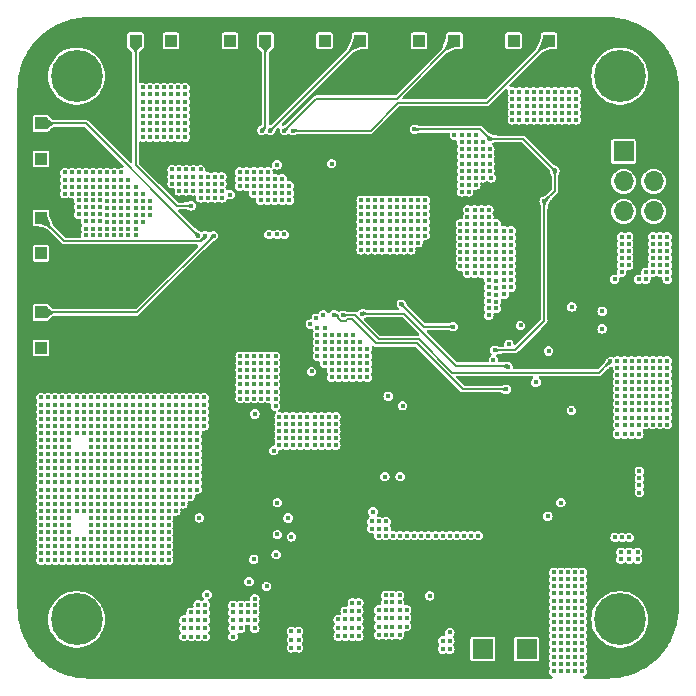
<source format=gbr>
%TF.GenerationSoftware,KiCad,Pcbnew,(7.0.0)*%
%TF.CreationDate,2024-01-17T09:10:33+05:30*%
%TF.ProjectId,Temperature Thing With Thermocouple,54656d70-6572-4617-9475-726520546869,rev?*%
%TF.SameCoordinates,Original*%
%TF.FileFunction,Copper,L2,Inr*%
%TF.FilePolarity,Positive*%
%FSLAX46Y46*%
G04 Gerber Fmt 4.6, Leading zero omitted, Abs format (unit mm)*
G04 Created by KiCad (PCBNEW (7.0.0)) date 2024-01-17 09:10:33*
%MOMM*%
%LPD*%
G01*
G04 APERTURE LIST*
%TA.AperFunction,ComponentPad*%
%ADD10R,1.000000X1.000000*%
%TD*%
%TA.AperFunction,ComponentPad*%
%ADD11C,0.700000*%
%TD*%
%TA.AperFunction,ComponentPad*%
%ADD12C,4.400000*%
%TD*%
%TA.AperFunction,ComponentPad*%
%ADD13R,1.700000X1.700000*%
%TD*%
%TA.AperFunction,ComponentPad*%
%ADD14O,1.700000X1.700000*%
%TD*%
%TA.AperFunction,ViaPad*%
%ADD15C,0.400000*%
%TD*%
%TA.AperFunction,ViaPad*%
%ADD16C,0.600000*%
%TD*%
%TA.AperFunction,Conductor*%
%ADD17C,0.150000*%
%TD*%
G04 APERTURE END LIST*
D10*
%TO.N,Net-(J16-Pin_1)*%
%TO.C,J16*%
X148699999Y-70599999D03*
%TD*%
%TO.N,Net-(J7-Pin_1)*%
%TO.C,J7*%
X153699999Y-70599999D03*
%TD*%
%TO.N,Net-(J3-Pin_1)*%
%TO.C,J3*%
X121699999Y-93599999D03*
%TD*%
%TO.N,Net-(J14-Pin_1)*%
%TO.C,J14*%
X140699999Y-70599999D03*
%TD*%
D11*
%TO.N,GND*%
%TO.C,H2*%
X169050000Y-73600000D03*
X169533274Y-72433274D03*
X169533274Y-74766726D03*
X170700000Y-71950000D03*
D12*
X170700000Y-73600000D03*
D11*
X170700000Y-75250000D03*
X171866726Y-72433274D03*
X171866726Y-74766726D03*
X172350000Y-73600000D03*
%TD*%
D10*
%TO.N,Net-(J9-Pin_1)*%
%TO.C,J9*%
X121699999Y-80599999D03*
%TD*%
%TO.N,Net-(J6-Pin_1)*%
%TO.C,J6*%
X137699999Y-70599999D03*
%TD*%
%TO.N,Net-(J8-Pin_1)*%
%TO.C,J8*%
X145699999Y-70599999D03*
%TD*%
%TO.N,Net-(J4-Pin_1)*%
%TO.C,J4*%
X129699999Y-70599999D03*
%TD*%
D13*
%TO.N,BATT+*%
%TO.C,J18*%
X159099999Y-122099999D03*
%TD*%
D10*
%TO.N,Net-(J15-Pin_1)*%
%TO.C,J15*%
X156699999Y-70599999D03*
%TD*%
D11*
%TO.N,GND*%
%TO.C,H1*%
X123050000Y-73600000D03*
X123533274Y-72433274D03*
X123533274Y-74766726D03*
X124700000Y-71950000D03*
D12*
X124700000Y-73600000D03*
D11*
X124700000Y-75250000D03*
X125866726Y-72433274D03*
X125866726Y-74766726D03*
X126350000Y-73600000D03*
%TD*%
D10*
%TO.N,Net-(J12-Pin_1)*%
%TO.C,J12*%
X132699999Y-70599999D03*
%TD*%
%TO.N,Net-(J10-Pin_1)*%
%TO.C,J10*%
X121699999Y-88599999D03*
%TD*%
%TO.N,Net-(J5-Pin_1)*%
%TO.C,J5*%
X161699999Y-70599999D03*
%TD*%
D13*
%TO.N,MAX_SDO*%
%TO.C,J17*%
X171024999Y-79974999D03*
D14*
%TO.N,+5V*%
X173564999Y-79974999D03*
%TO.N,MAX_SCK*%
X171024999Y-82514999D03*
%TO.N,MAX_SDI*%
X173564999Y-82514999D03*
%TO.N,RESET*%
X171024999Y-85054999D03*
%TO.N,GND*%
X173564999Y-85054999D03*
%TD*%
D10*
%TO.N,Net-(J11-Pin_1)*%
%TO.C,J11*%
X121699999Y-96599999D03*
%TD*%
%TO.N,Net-(J1-Pin_1)*%
%TO.C,J1*%
X121699999Y-77599999D03*
%TD*%
%TO.N,Net-(J2-Pin_1)*%
%TO.C,J2*%
X121699999Y-85599999D03*
%TD*%
D11*
%TO.N,GND*%
%TO.C,H4*%
X123050000Y-119600000D03*
X123533274Y-118433274D03*
X123533274Y-120766726D03*
X124700000Y-117950000D03*
D12*
X124700000Y-119600000D03*
D11*
X124700000Y-121250000D03*
X125866726Y-118433274D03*
X125866726Y-120766726D03*
X126350000Y-119600000D03*
%TD*%
%TO.N,GND*%
%TO.C,H3*%
X169050000Y-119600000D03*
X169533274Y-118433274D03*
X169533274Y-120766726D03*
X170700000Y-117950000D03*
D12*
X170700000Y-119600000D03*
D11*
X170700000Y-121250000D03*
X171866726Y-118433274D03*
X171866726Y-120766726D03*
X172350000Y-119600000D03*
%TD*%
D10*
%TO.N,Net-(J13-Pin_1)*%
%TO.C,J13*%
X164699999Y-70599999D03*
%TD*%
D13*
%TO.N,GND*%
%TO.C,J19*%
X162799999Y-122099999D03*
%TD*%
D15*
%TO.N,+3V3*%
X165200000Y-81600000D03*
X142900000Y-112600000D03*
X135750000Y-117500000D03*
X164300000Y-84200000D03*
X153300000Y-78100000D03*
X160100000Y-96800000D03*
X159700000Y-78900000D03*
X141600000Y-114100000D03*
%TO.N,GND*%
X128300000Y-111000000D03*
X126500000Y-112800000D03*
X160250000Y-90300000D03*
X130700000Y-109800000D03*
X122900000Y-114600000D03*
X135800000Y-83300000D03*
X157800000Y-87900000D03*
X129100000Y-86500000D03*
X171700000Y-99500000D03*
X135200000Y-83300000D03*
X133300000Y-75150000D03*
X130900000Y-76950000D03*
X128900000Y-100800000D03*
X165700000Y-122200000D03*
X127100000Y-111000000D03*
X166900000Y-118000000D03*
X146650000Y-104250000D03*
X127700000Y-114000000D03*
X127300000Y-84750000D03*
X131300000Y-106200000D03*
X133700000Y-103800000D03*
X138500000Y-82300000D03*
X134300000Y-108600000D03*
X125900000Y-105600000D03*
X156300000Y-112500000D03*
X161500000Y-86700000D03*
X122300000Y-109800000D03*
X124100000Y-109800000D03*
X138550000Y-98500000D03*
X166300000Y-119200000D03*
X135500000Y-102600000D03*
X131900000Y-106800000D03*
X132500000Y-109200000D03*
X129500000Y-106800000D03*
X158400000Y-89100000D03*
X143050000Y-102450000D03*
X165800000Y-77300000D03*
X131300000Y-111600000D03*
X160250000Y-92100000D03*
X123500000Y-101400000D03*
X163400000Y-77300000D03*
X146050000Y-103650000D03*
X174700000Y-87800000D03*
X159700000Y-81000000D03*
X139800000Y-102200000D03*
X150300000Y-112500000D03*
X139750000Y-99700000D03*
X159600000Y-87300000D03*
X170250000Y-90800000D03*
X129700000Y-82950000D03*
X141850000Y-104850000D03*
X138550000Y-99700000D03*
X126500000Y-103200000D03*
X165800000Y-76100000D03*
X131300000Y-103200000D03*
X130100000Y-103800000D03*
X134400000Y-121050000D03*
X139750000Y-99100000D03*
X131900000Y-108000000D03*
X146650000Y-104850000D03*
X126500000Y-100800000D03*
X131900000Y-102000000D03*
X166900000Y-123400000D03*
X130100000Y-112800000D03*
X124700000Y-114000000D03*
X146900000Y-97900000D03*
X159700000Y-79800000D03*
X122300000Y-110400000D03*
X174100000Y-100700000D03*
X128300000Y-112800000D03*
X149400000Y-87100000D03*
X125900000Y-112200000D03*
X140950000Y-98500000D03*
X166400000Y-76700000D03*
X121700000Y-104400000D03*
X130100000Y-108600000D03*
X128500000Y-81750000D03*
X129100000Y-83550000D03*
X150900000Y-117550000D03*
X174700000Y-100100000D03*
X174700000Y-88400000D03*
X141700000Y-109700000D03*
X141550000Y-99700000D03*
X133100000Y-105600000D03*
X167500000Y-119200000D03*
X157800000Y-84900000D03*
X127100000Y-100800000D03*
X172200000Y-114500000D03*
X157300000Y-82800000D03*
X137950000Y-120350000D03*
X164000000Y-76700000D03*
X142100000Y-82300000D03*
X129500000Y-114000000D03*
X160250000Y-86100000D03*
X157800000Y-87300000D03*
X130700000Y-105600000D03*
X148800000Y-87700000D03*
X156300000Y-120700000D03*
X124100000Y-100800000D03*
X138600000Y-119650000D03*
X132100000Y-77550000D03*
X132500000Y-100800000D03*
X139100000Y-82300000D03*
X132500000Y-105000000D03*
X165100000Y-124000000D03*
X133700000Y-106200000D03*
X159600000Y-89700000D03*
X139150000Y-97900000D03*
X150900000Y-119500000D03*
X121700000Y-105600000D03*
X133100000Y-104400000D03*
X129500000Y-113400000D03*
X127900000Y-81750000D03*
X154200000Y-86500000D03*
X129100000Y-82950000D03*
X141550000Y-97300000D03*
X166300000Y-121600000D03*
X124700000Y-109200000D03*
X132500000Y-103200000D03*
X148100000Y-99100000D03*
X133700000Y-105600000D03*
X160900000Y-90850000D03*
X131500000Y-77550000D03*
X153600000Y-84100000D03*
X148700000Y-99100000D03*
X172300000Y-98900000D03*
X140950000Y-97300000D03*
X126500000Y-106200000D03*
X158400000Y-86100000D03*
X158500000Y-81600000D03*
X164000000Y-76100000D03*
X153000000Y-88300000D03*
X161500000Y-89100000D03*
X126100000Y-83550000D03*
X157800000Y-88500000D03*
X130900000Y-74550000D03*
X130100000Y-106800000D03*
X165700000Y-123400000D03*
X124700000Y-113400000D03*
X166300000Y-124000000D03*
X124100000Y-104400000D03*
X134300000Y-102000000D03*
X166300000Y-116200000D03*
X159000000Y-84900000D03*
X148100000Y-98500000D03*
X127300000Y-82950000D03*
X131900000Y-106200000D03*
X122900000Y-113400000D03*
X150300000Y-120900000D03*
X146900000Y-96100000D03*
X150600000Y-87700000D03*
X133900000Y-76950000D03*
X123500000Y-112800000D03*
X155700000Y-122100000D03*
X172900000Y-101900000D03*
X171700000Y-101900000D03*
X129500000Y-112800000D03*
X150300000Y-111900000D03*
X128300000Y-104400000D03*
X133700000Y-102600000D03*
X157800000Y-89100000D03*
X171500000Y-114500000D03*
X127100000Y-109800000D03*
X127700000Y-102600000D03*
X125900000Y-108600000D03*
X140300000Y-82300000D03*
X122300000Y-113400000D03*
X145100000Y-97300000D03*
X125300000Y-113400000D03*
X171450000Y-89000000D03*
X123700000Y-81750000D03*
X152650000Y-119500000D03*
X167500000Y-122200000D03*
X153000000Y-85900000D03*
X172900000Y-90200000D03*
X126500000Y-113400000D03*
X132700000Y-75750000D03*
X126500000Y-109800000D03*
X159600000Y-93250000D03*
X127900000Y-85950000D03*
X139150000Y-99100000D03*
X152050000Y-120900000D03*
X170500000Y-101300000D03*
X136400000Y-83300000D03*
X172900000Y-103100000D03*
X124300000Y-83550000D03*
X130100000Y-102000000D03*
X140900000Y-84100000D03*
X160250000Y-92700000D03*
X165700000Y-118600000D03*
X139150000Y-99700000D03*
X131300000Y-108000000D03*
X128300000Y-102600000D03*
X157200000Y-86700000D03*
X148100000Y-97900000D03*
X133300000Y-74550000D03*
X125300000Y-107400000D03*
X130900000Y-75750000D03*
X133900000Y-76350000D03*
X166400000Y-75500000D03*
X139800000Y-120350000D03*
X151450000Y-118150000D03*
X166900000Y-122800000D03*
X132500000Y-101400000D03*
X124100000Y-112200000D03*
X152050000Y-117550000D03*
X140950000Y-99700000D03*
X132100000Y-78750000D03*
X140950000Y-97900000D03*
X125300000Y-114600000D03*
X138550000Y-97900000D03*
X128500000Y-85950000D03*
X127100000Y-112200000D03*
X170500000Y-98300000D03*
X161500000Y-87900000D03*
X161600000Y-77300000D03*
X129500000Y-107400000D03*
X124700000Y-114600000D03*
X171700000Y-103900000D03*
X124700000Y-106800000D03*
X167000000Y-77300000D03*
X173500000Y-97700000D03*
X131500000Y-75750000D03*
X138550000Y-100900000D03*
X127700000Y-106800000D03*
X165100000Y-116200000D03*
X145700000Y-96700000D03*
X157200000Y-89700000D03*
X158500000Y-79200000D03*
X165200000Y-76700000D03*
X171700000Y-98300000D03*
X121700000Y-111600000D03*
X130100000Y-101400000D03*
X147450000Y-118900000D03*
X131500000Y-76950000D03*
X130300000Y-85350000D03*
X132700000Y-78750000D03*
X173500000Y-100100000D03*
X130100000Y-114600000D03*
X148600000Y-120300000D03*
X165200000Y-77300000D03*
X145100000Y-96700000D03*
X157900000Y-79200000D03*
X130700000Y-108600000D03*
X141850000Y-102450000D03*
X166900000Y-116800000D03*
X128900000Y-103200000D03*
X171500000Y-113900000D03*
X145700000Y-94900000D03*
X123500000Y-105000000D03*
X140300000Y-84100000D03*
X124900000Y-84100000D03*
X158500000Y-81000000D03*
X126500000Y-104400000D03*
X150900000Y-118150000D03*
X128900000Y-106800000D03*
X171100000Y-100700000D03*
X141500000Y-82900000D03*
X127700000Y-102000000D03*
X128900000Y-105000000D03*
X146050000Y-104850000D03*
X174700000Y-90800000D03*
X162200000Y-77300000D03*
X167500000Y-117400000D03*
X165700000Y-121600000D03*
X127700000Y-112800000D03*
X128500000Y-87050000D03*
X141850000Y-103650000D03*
X145100000Y-95500000D03*
X135600000Y-119000000D03*
X159100000Y-81000000D03*
X134900000Y-104400000D03*
X122300000Y-112800000D03*
X142450000Y-102450000D03*
X130300000Y-83550000D03*
X128300000Y-109200000D03*
X174100000Y-101900000D03*
X153600000Y-87100000D03*
X167500000Y-122800000D03*
X164600000Y-77300000D03*
X131300000Y-106800000D03*
X160250000Y-87900000D03*
X153000000Y-84100000D03*
X128900000Y-109200000D03*
X165700000Y-118000000D03*
X124900000Y-83550000D03*
X128300000Y-114000000D03*
X159700000Y-80400000D03*
X130700000Y-111000000D03*
X133400000Y-83300000D03*
X149400000Y-85300000D03*
X131300000Y-104400000D03*
X153900000Y-112500000D03*
X125900000Y-111000000D03*
X140900000Y-82900000D03*
X172350000Y-107050000D03*
X149700000Y-111900000D03*
X141550000Y-97900000D03*
X129700000Y-84150000D03*
X130300000Y-76350000D03*
X167500000Y-116800000D03*
X123500000Y-111000000D03*
X125900000Y-109800000D03*
X172900000Y-101300000D03*
X121700000Y-114600000D03*
X127900000Y-86500000D03*
X132700000Y-76350000D03*
X133100000Y-106800000D03*
X132500000Y-105600000D03*
X122300000Y-108000000D03*
X165200000Y-74900000D03*
X174100000Y-99500000D03*
X128900000Y-111000000D03*
X124100000Y-102000000D03*
X142450000Y-103650000D03*
X134300000Y-106200000D03*
X134900000Y-106200000D03*
X125900000Y-108000000D03*
X155700000Y-121400000D03*
X129500000Y-104400000D03*
X129500000Y-103200000D03*
X124100000Y-105600000D03*
X144850000Y-104850000D03*
X151200000Y-86500000D03*
X131900000Y-114600000D03*
X123500000Y-114000000D03*
X174700000Y-102500000D03*
X172900000Y-98900000D03*
X126700000Y-85900000D03*
X134900000Y-103800000D03*
X122900000Y-106800000D03*
X149300000Y-97300000D03*
X125500000Y-85900000D03*
X139150000Y-100300000D03*
X126500000Y-111000000D03*
X140350000Y-99100000D03*
X132500000Y-112800000D03*
X148100000Y-96100000D03*
X127100000Y-110400000D03*
X139200000Y-119000000D03*
X153000000Y-84700000D03*
X157900000Y-82800000D03*
X151800000Y-86500000D03*
X128500000Y-85350000D03*
X122900000Y-114000000D03*
X158500000Y-82800000D03*
X151800000Y-87100000D03*
X125900000Y-112800000D03*
X126700000Y-84100000D03*
X133700000Y-104400000D03*
X165800000Y-76700000D03*
X160250000Y-87300000D03*
X162200000Y-75500000D03*
X130100000Y-109800000D03*
X173500000Y-99500000D03*
X157300000Y-82200000D03*
X126500000Y-114600000D03*
X132100000Y-75750000D03*
X122900000Y-107400000D03*
X124700000Y-107400000D03*
X131300000Y-112200000D03*
X130100000Y-111000000D03*
X154200000Y-85900000D03*
X174700000Y-101300000D03*
X163400000Y-76100000D03*
X130300000Y-85950000D03*
X122900000Y-101400000D03*
X171700000Y-103100000D03*
X126500000Y-111600000D03*
X144250000Y-102450000D03*
X160900000Y-91450000D03*
X166300000Y-118600000D03*
X123500000Y-102600000D03*
X140900000Y-82300000D03*
X128300000Y-112200000D03*
X163400000Y-75500000D03*
X124700000Y-103800000D03*
X131900000Y-112800000D03*
X134600000Y-83300000D03*
X130700000Y-114600000D03*
X148800000Y-87100000D03*
X157500000Y-112500000D03*
X146050000Y-102450000D03*
X125900000Y-114600000D03*
X130900000Y-84750000D03*
X147500000Y-96700000D03*
X150000000Y-84700000D03*
X127100000Y-111600000D03*
X130700000Y-100800000D03*
X126700000Y-84700000D03*
X146900000Y-98500000D03*
X157800000Y-85500000D03*
X160250000Y-86700000D03*
X154200000Y-84700000D03*
X152400000Y-86500000D03*
X173500000Y-87800000D03*
X134900000Y-102600000D03*
X174100000Y-89000000D03*
X146900000Y-96700000D03*
X148800000Y-84700000D03*
X121700000Y-103800000D03*
X172900000Y-100700000D03*
X131500000Y-78750000D03*
X130700000Y-106200000D03*
X124900000Y-82950000D03*
X128300000Y-100800000D03*
X166400000Y-76100000D03*
X134900000Y-107400000D03*
X125500000Y-82950000D03*
X146850000Y-119600000D03*
X143050000Y-103650000D03*
X171100000Y-97700000D03*
X167500000Y-118600000D03*
X134000000Y-82700000D03*
X124100000Y-109200000D03*
X159000000Y-86100000D03*
X129100000Y-85350000D03*
X139700000Y-114500000D03*
X127700000Y-111000000D03*
X126100000Y-82950000D03*
X129100000Y-82350000D03*
X131300000Y-105000000D03*
X121700000Y-111000000D03*
X125300000Y-102000000D03*
X123700000Y-82950000D03*
X128900000Y-113400000D03*
X130100000Y-111600000D03*
X174100000Y-98900000D03*
X166900000Y-124000000D03*
X128900000Y-107400000D03*
X133900000Y-75150000D03*
X135800000Y-82100000D03*
X131900000Y-109200000D03*
X137000000Y-82100000D03*
X129500000Y-114600000D03*
X160900000Y-89100000D03*
X147500000Y-97300000D03*
X147500000Y-98500000D03*
X127100000Y-108000000D03*
X151800000Y-84100000D03*
X159600000Y-91450000D03*
X171100000Y-103100000D03*
X122900000Y-112800000D03*
X126700000Y-83550000D03*
X174100000Y-102500000D03*
X151200000Y-85900000D03*
X126100000Y-85300000D03*
X153000000Y-86500000D03*
X129500000Y-105000000D03*
X130300000Y-75750000D03*
X142450000Y-104850000D03*
X165100000Y-120400000D03*
X125900000Y-103200000D03*
X161500000Y-88500000D03*
X161600000Y-75500000D03*
X139700000Y-82300000D03*
X128900000Y-101400000D03*
X140300000Y-81700000D03*
X166300000Y-122800000D03*
X128900000Y-102600000D03*
X157800000Y-86700000D03*
X173500000Y-101300000D03*
X159600000Y-90850000D03*
X131900000Y-113400000D03*
X161500000Y-89700000D03*
X156300000Y-121400000D03*
X148800000Y-88300000D03*
X133700000Y-103200000D03*
X145700000Y-97300000D03*
X130100000Y-103200000D03*
X130700000Y-107400000D03*
X132500000Y-106800000D03*
X126500000Y-102000000D03*
X157300000Y-78600000D03*
X127700000Y-103800000D03*
X131900000Y-102600000D03*
X124100000Y-108000000D03*
X126100000Y-81750000D03*
X150600000Y-87100000D03*
X173500000Y-89600000D03*
X142700000Y-82900000D03*
X124100000Y-105000000D03*
X150000000Y-86500000D03*
X127700000Y-107400000D03*
X128300000Y-111600000D03*
X134400000Y-120350000D03*
X122300000Y-109200000D03*
X161500000Y-90850000D03*
X172300000Y-100700000D03*
X165100000Y-121600000D03*
X134300000Y-107400000D03*
X121700000Y-108000000D03*
X146300000Y-98500000D03*
X122300000Y-103200000D03*
X131300000Y-105600000D03*
X145100000Y-96100000D03*
X126700000Y-81750000D03*
X161500000Y-90300000D03*
X174700000Y-101900000D03*
X145700000Y-97900000D03*
X148700000Y-97300000D03*
X132700000Y-76950000D03*
X172350000Y-108250000D03*
X139200000Y-118400000D03*
X124900000Y-85300000D03*
X149400000Y-86500000D03*
X125300000Y-109800000D03*
X124100000Y-114000000D03*
X158500000Y-78600000D03*
X158100000Y-112500000D03*
X122900000Y-103800000D03*
X138600000Y-119000000D03*
X126700000Y-86500000D03*
X139700000Y-83500000D03*
X166900000Y-122200000D03*
X146050000Y-103050000D03*
X140950000Y-100300000D03*
X159100000Y-81600000D03*
X133100000Y-107400000D03*
X171100000Y-99500000D03*
X133100000Y-103200000D03*
X162200000Y-76700000D03*
X131900000Y-103800000D03*
X150000000Y-87700000D03*
X166900000Y-117400000D03*
X127100000Y-103800000D03*
X126700000Y-82950000D03*
X126500000Y-108000000D03*
X173500000Y-101900000D03*
X128300000Y-108600000D03*
X122900000Y-105000000D03*
X165800000Y-75500000D03*
X148700000Y-96700000D03*
X147500000Y-96100000D03*
X121700000Y-109200000D03*
X146850000Y-120300000D03*
X160250000Y-89700000D03*
X167500000Y-121000000D03*
X133100000Y-108600000D03*
X144250000Y-104250000D03*
X166900000Y-121600000D03*
X131500000Y-74550000D03*
X167500000Y-115600000D03*
X153600000Y-85900000D03*
X127900000Y-87050000D03*
X129500000Y-102600000D03*
X139750000Y-97300000D03*
X151800000Y-84700000D03*
X125300000Y-101400000D03*
X133700000Y-100800000D03*
X127900000Y-83550000D03*
X151800000Y-87700000D03*
X152650000Y-118800000D03*
X160250000Y-90900000D03*
X151800000Y-85900000D03*
X158400000Y-90300000D03*
X132500000Y-102600000D03*
X134000000Y-82100000D03*
X158400000Y-88500000D03*
X122300000Y-108600000D03*
X134300000Y-109200000D03*
X125900000Y-110400000D03*
X146650000Y-102450000D03*
X159600000Y-92050000D03*
X172900000Y-97700000D03*
X129700000Y-86500000D03*
X132100000Y-75150000D03*
X128500000Y-82350000D03*
X131300000Y-102000000D03*
X131500000Y-78150000D03*
X127700000Y-108000000D03*
X166300000Y-116800000D03*
X139750000Y-97900000D03*
X174100000Y-98300000D03*
X139800000Y-117850000D03*
X148600000Y-119600000D03*
X122900000Y-106200000D03*
X128300000Y-102000000D03*
X148600000Y-121000000D03*
X151200000Y-84700000D03*
X128500000Y-84750000D03*
X150600000Y-86500000D03*
X149300000Y-99100000D03*
X133100000Y-100800000D03*
X130700000Y-103200000D03*
X130700000Y-102600000D03*
X149300000Y-96700000D03*
X134900000Y-101400000D03*
X140950000Y-99100000D03*
X139800000Y-119000000D03*
X165700000Y-116200000D03*
X147500000Y-95500000D03*
X174100000Y-97700000D03*
X125900000Y-105000000D03*
X131500000Y-76350000D03*
X148800000Y-85300000D03*
X135000000Y-119000000D03*
X130100000Y-112200000D03*
X131900000Y-111000000D03*
X162200000Y-74900000D03*
X172900000Y-100100000D03*
X127700000Y-103200000D03*
X162300000Y-94700000D03*
X167000000Y-76100000D03*
X127100000Y-101400000D03*
X171700000Y-98900000D03*
X122900000Y-105600000D03*
X124700000Y-102600000D03*
X121700000Y-108600000D03*
X173500000Y-100700000D03*
X133300000Y-78750000D03*
X164600000Y-76100000D03*
X152400000Y-85300000D03*
X143650000Y-104850000D03*
X158400000Y-89700000D03*
X152400000Y-87100000D03*
X133300000Y-76950000D03*
X135600000Y-118350000D03*
X135600000Y-121050000D03*
X158400000Y-87900000D03*
X150600000Y-85300000D03*
X172300000Y-99500000D03*
X143650000Y-103650000D03*
X136400000Y-83900000D03*
X140300000Y-83500000D03*
X123500000Y-114600000D03*
X159000000Y-87300000D03*
X171500000Y-112650000D03*
X142900000Y-120600000D03*
X134300000Y-104400000D03*
X122300000Y-106800000D03*
X126100000Y-84700000D03*
X157800000Y-89700000D03*
X159600000Y-89100000D03*
X138500000Y-81700000D03*
X123500000Y-108000000D03*
X172300000Y-102500000D03*
X174100000Y-103100000D03*
X142900000Y-121300000D03*
X125900000Y-104400000D03*
X170500000Y-102500000D03*
X131900000Y-103200000D03*
X139150000Y-100900000D03*
X170500000Y-103100000D03*
X157200000Y-87900000D03*
X151450000Y-118800000D03*
X128500000Y-83550000D03*
X127100000Y-109200000D03*
X122900000Y-111600000D03*
X125900000Y-114000000D03*
X158400000Y-85500000D03*
X160250000Y-88500000D03*
X173500000Y-88400000D03*
X142450000Y-103050000D03*
X159600000Y-93850000D03*
X157900000Y-80400000D03*
X157300000Y-79200000D03*
X160900000Y-88500000D03*
X133100000Y-101400000D03*
X133900000Y-75750000D03*
X126100000Y-85900000D03*
X126500000Y-110400000D03*
X159600000Y-90300000D03*
X124100000Y-101400000D03*
X126700000Y-82350000D03*
X132500000Y-113400000D03*
X135600000Y-119650000D03*
X127100000Y-114600000D03*
X131300000Y-114000000D03*
X165100000Y-122200000D03*
X128300000Y-106800000D03*
X165100000Y-122800000D03*
X172300000Y-103100000D03*
X140900000Y-81700000D03*
X148050000Y-118200000D03*
X158500000Y-79800000D03*
X152050000Y-118150000D03*
X121700000Y-112800000D03*
X138550000Y-100300000D03*
X139800000Y-118400000D03*
X122900000Y-111000000D03*
X174700000Y-89000000D03*
X133400000Y-82100000D03*
X171450000Y-88400000D03*
X128900000Y-114600000D03*
X165100000Y-118000000D03*
X125900000Y-109200000D03*
X145450000Y-102450000D03*
X134300000Y-100800000D03*
X156900000Y-112500000D03*
X126500000Y-109200000D03*
X133900000Y-77550000D03*
X133400000Y-82700000D03*
X127700000Y-105600000D03*
X127300000Y-82350000D03*
X138550000Y-97300000D03*
X126100000Y-86500000D03*
X128900000Y-103800000D03*
X159600000Y-88500000D03*
X122300000Y-104400000D03*
X131300000Y-101400000D03*
X133800000Y-119650000D03*
X174700000Y-98900000D03*
X158400000Y-87300000D03*
X130900000Y-76350000D03*
X147500000Y-97900000D03*
X125300000Y-100800000D03*
X146900000Y-99100000D03*
X165100000Y-119800000D03*
X151200000Y-87100000D03*
X129500000Y-100800000D03*
X127700000Y-100800000D03*
X148700000Y-97900000D03*
X144850000Y-104250000D03*
X149400000Y-84700000D03*
X170800000Y-114500000D03*
X126700000Y-85300000D03*
X173500000Y-103100000D03*
X171700000Y-101300000D03*
X126500000Y-108600000D03*
X165700000Y-116800000D03*
X171700000Y-102500000D03*
X157900000Y-81000000D03*
X125300000Y-106200000D03*
X135800000Y-82700000D03*
X167000000Y-75500000D03*
X162800000Y-75500000D03*
X159000000Y-87900000D03*
X159100000Y-80400000D03*
X143050000Y-104250000D03*
X153600000Y-84700000D03*
X131900000Y-104400000D03*
X164600000Y-76700000D03*
X132500000Y-112200000D03*
X150000000Y-85300000D03*
X128300000Y-109800000D03*
X127700000Y-114600000D03*
X134300000Y-103800000D03*
X132500000Y-114600000D03*
X134900000Y-103200000D03*
X131300000Y-114600000D03*
X124700000Y-103200000D03*
X127700000Y-111600000D03*
X135800000Y-83900000D03*
X134900000Y-105600000D03*
X159000000Y-90300000D03*
X127900000Y-85350000D03*
X134600000Y-82100000D03*
X122900000Y-112200000D03*
X143650000Y-103050000D03*
X144850000Y-103050000D03*
X140350000Y-100300000D03*
X153000000Y-87700000D03*
X172300000Y-101900000D03*
X166300000Y-121000000D03*
X172300000Y-98300000D03*
X133300000Y-77550000D03*
X124900000Y-82350000D03*
X152100000Y-112500000D03*
X157300000Y-83400000D03*
X125900000Y-100800000D03*
X122300000Y-100800000D03*
X166900000Y-115600000D03*
X130700000Y-106800000D03*
X127700000Y-109800000D03*
X130700000Y-114000000D03*
X133700000Y-101400000D03*
X146300000Y-96700000D03*
X124100000Y-110400000D03*
X134600000Y-81500000D03*
X126100000Y-82350000D03*
X122900000Y-102600000D03*
X148600000Y-118900000D03*
X133900000Y-78750000D03*
X132700000Y-74550000D03*
X127900000Y-84750000D03*
X137950000Y-121050000D03*
X157900000Y-83400000D03*
X128500000Y-82950000D03*
X125300000Y-110400000D03*
X124700000Y-101400000D03*
X139100000Y-82900000D03*
X174100000Y-101300000D03*
X135200000Y-81500000D03*
X122300000Y-111600000D03*
X150600000Y-88300000D03*
X135500000Y-102000000D03*
X170500000Y-98900000D03*
X125300000Y-102600000D03*
X128900000Y-112200000D03*
X148050000Y-118900000D03*
X165100000Y-121000000D03*
X152700000Y-112500000D03*
X174700000Y-100700000D03*
X150000000Y-85900000D03*
X157900000Y-78600000D03*
X124700000Y-112800000D03*
X133100000Y-108000000D03*
X160900000Y-87900000D03*
X121700000Y-107400000D03*
X150300000Y-111300000D03*
X157300000Y-81600000D03*
X151200000Y-85300000D03*
X127700000Y-105000000D03*
X153600000Y-85300000D03*
X127900000Y-82950000D03*
X174100000Y-89600000D03*
X142100000Y-82900000D03*
X133100000Y-105000000D03*
X145450000Y-103650000D03*
X154200000Y-84100000D03*
X152400000Y-87700000D03*
X157900000Y-81600000D03*
X124100000Y-103800000D03*
X122900000Y-104400000D03*
X144850000Y-102450000D03*
X151200000Y-87700000D03*
X170850000Y-89000000D03*
X131300000Y-103800000D03*
X130700000Y-109200000D03*
X170500000Y-100700000D03*
X125300000Y-105600000D03*
X129500000Y-103800000D03*
X138600000Y-118400000D03*
X153000000Y-85300000D03*
X141550000Y-98500000D03*
X133100000Y-106200000D03*
X134000000Y-81500000D03*
X137950000Y-118400000D03*
X132500000Y-109800000D03*
X141850000Y-103050000D03*
X156300000Y-122100000D03*
X165700000Y-119800000D03*
X139150000Y-97300000D03*
X133800000Y-120350000D03*
X167500000Y-123400000D03*
X152650000Y-120200000D03*
X143050000Y-103050000D03*
X134300000Y-103200000D03*
X122300000Y-107400000D03*
X127100000Y-102600000D03*
X146900000Y-97300000D03*
X146850000Y-121000000D03*
X158700000Y-112500000D03*
X125300000Y-103800000D03*
X123500000Y-110400000D03*
X129700000Y-84750000D03*
X162800000Y-76100000D03*
X133800000Y-121050000D03*
X125300000Y-108000000D03*
X121700000Y-106200000D03*
X165700000Y-117400000D03*
X174700000Y-97700000D03*
X146650000Y-103050000D03*
X171100000Y-101300000D03*
X150300000Y-119500000D03*
X127700000Y-109200000D03*
X132500000Y-110400000D03*
X142900000Y-122000000D03*
X172900000Y-90800000D03*
X139750000Y-98500000D03*
X174100000Y-100100000D03*
X160250000Y-93250000D03*
X172200000Y-113900000D03*
X159600000Y-92650000D03*
X132500000Y-114000000D03*
X173500000Y-87200000D03*
X138550000Y-99100000D03*
X167500000Y-124000000D03*
X132700000Y-78150000D03*
X132500000Y-111600000D03*
X172300000Y-101300000D03*
X162800000Y-77300000D03*
X141550000Y-101550000D03*
X171450000Y-89600000D03*
X129700000Y-85350000D03*
X124700000Y-106200000D03*
X131900000Y-100800000D03*
X124900000Y-81750000D03*
X159600000Y-86100000D03*
X139700000Y-81700000D03*
X139750000Y-100300000D03*
X141550000Y-99100000D03*
X130300000Y-74550000D03*
X171100000Y-102500000D03*
X148700000Y-96100000D03*
X131900000Y-111600000D03*
X125300000Y-114000000D03*
X130700000Y-101400000D03*
X131900000Y-114000000D03*
X127300000Y-85950000D03*
X165700000Y-115600000D03*
X127300000Y-85350000D03*
X152400000Y-85900000D03*
X129500000Y-108000000D03*
X140900000Y-83500000D03*
X142100000Y-83500000D03*
X127700000Y-113400000D03*
X130100000Y-114000000D03*
X145450000Y-104250000D03*
X122300000Y-101400000D03*
X160250000Y-89100000D03*
X124900000Y-84700000D03*
X130300000Y-84150000D03*
X159100000Y-82200000D03*
X128300000Y-103800000D03*
X152400000Y-88300000D03*
X125900000Y-106200000D03*
X149300000Y-97900000D03*
X126500000Y-105000000D03*
X164600000Y-74900000D03*
X143050000Y-104850000D03*
X157200000Y-86100000D03*
X170500000Y-99500000D03*
X157900000Y-79800000D03*
X150300000Y-120200000D03*
X127700000Y-101400000D03*
X131900000Y-109800000D03*
X125500000Y-81750000D03*
X128300000Y-113400000D03*
X172900000Y-99500000D03*
X143650000Y-104250000D03*
X165700000Y-122800000D03*
X122300000Y-102600000D03*
X143500000Y-122000000D03*
X165800000Y-74900000D03*
X124100000Y-102600000D03*
X146900000Y-95500000D03*
X150600000Y-85900000D03*
X141500000Y-82300000D03*
X148800000Y-86500000D03*
X130100000Y-113400000D03*
X161600000Y-76700000D03*
X122900000Y-100800000D03*
X153600000Y-87700000D03*
X140950000Y-100900000D03*
X157800000Y-86100000D03*
X145700000Y-96100000D03*
X134300000Y-105600000D03*
X133100000Y-109200000D03*
X135000000Y-118350000D03*
X123500000Y-103200000D03*
X161600000Y-74900000D03*
X131900000Y-101400000D03*
X137950000Y-119000000D03*
X165700000Y-120400000D03*
X125500000Y-87050000D03*
X174100000Y-87200000D03*
X150300000Y-118800000D03*
X125500000Y-84700000D03*
X153300000Y-112500000D03*
X129500000Y-110400000D03*
X171100000Y-98900000D03*
X122900000Y-108600000D03*
X145100000Y-94900000D03*
X129500000Y-109800000D03*
X122300000Y-111000000D03*
X160900000Y-90300000D03*
X130900000Y-85350000D03*
X172900000Y-98300000D03*
X173500000Y-98900000D03*
X123500000Y-102000000D03*
X166300000Y-120400000D03*
X135100000Y-111000000D03*
X134900000Y-106800000D03*
X124100000Y-106800000D03*
X160900000Y-86700000D03*
X135000000Y-119650000D03*
X123500000Y-112200000D03*
X127300000Y-81750000D03*
X128300000Y-108000000D03*
X124100000Y-111000000D03*
X133400000Y-81500000D03*
X134000000Y-83300000D03*
X133300000Y-75750000D03*
X159100000Y-79200000D03*
X122900000Y-110400000D03*
X145700000Y-95500000D03*
X135200000Y-82100000D03*
X153600000Y-86500000D03*
X166900000Y-116200000D03*
X163400000Y-74900000D03*
X149400000Y-84100000D03*
X165100000Y-116800000D03*
X143500000Y-120600000D03*
X149300000Y-98500000D03*
X124700000Y-109800000D03*
X129500000Y-109200000D03*
X130100000Y-100800000D03*
X166400000Y-74900000D03*
X127100000Y-103200000D03*
X165700000Y-119200000D03*
X130300000Y-75150000D03*
X132100000Y-78150000D03*
X165100000Y-115600000D03*
X128500000Y-86500000D03*
X174700000Y-99500000D03*
X128300000Y-114600000D03*
X128900000Y-112800000D03*
X151450000Y-119500000D03*
X121700000Y-100800000D03*
X132500000Y-102000000D03*
X129500000Y-112200000D03*
X134300000Y-102600000D03*
X170850000Y-88400000D03*
X130700000Y-111600000D03*
X125900000Y-113400000D03*
X131300000Y-107400000D03*
X149400000Y-87700000D03*
X133700000Y-102000000D03*
X127100000Y-108600000D03*
X133100000Y-102600000D03*
X144850000Y-103650000D03*
X133700000Y-107400000D03*
X122300000Y-106200000D03*
X123700000Y-83550000D03*
X172300000Y-103900000D03*
X125900000Y-101400000D03*
X124700000Y-105600000D03*
X130700000Y-104400000D03*
X130100000Y-106200000D03*
X127100000Y-112800000D03*
X152050000Y-118800000D03*
X171100000Y-101900000D03*
X161500000Y-91450000D03*
X142700000Y-84100000D03*
X123500000Y-107400000D03*
X135200000Y-82700000D03*
X121700000Y-114000000D03*
X127900000Y-84150000D03*
X125500000Y-85300000D03*
X158400000Y-86700000D03*
X160900000Y-87300000D03*
X151200000Y-84100000D03*
X121700000Y-109800000D03*
X148100000Y-95500000D03*
X124100000Y-107400000D03*
X125500000Y-83550000D03*
X150900000Y-111300000D03*
X131300000Y-109800000D03*
X140350000Y-100900000D03*
X122900000Y-109200000D03*
X130900000Y-84150000D03*
X128900000Y-114000000D03*
X133100000Y-109800000D03*
X170900000Y-112650000D03*
X129500000Y-111000000D03*
X166900000Y-121000000D03*
X162200000Y-76100000D03*
X157200000Y-88500000D03*
X123500000Y-113400000D03*
X136400000Y-82100000D03*
X141550000Y-100300000D03*
X138600000Y-120350000D03*
X148100000Y-96700000D03*
X171450000Y-87200000D03*
X166300000Y-119800000D03*
X123500000Y-104400000D03*
X159000000Y-89700000D03*
X165100000Y-118600000D03*
X121700000Y-105000000D03*
X132800000Y-81500000D03*
X150900000Y-118800000D03*
X134900000Y-108600000D03*
X159600000Y-87900000D03*
X158400000Y-84900000D03*
X137950000Y-119650000D03*
X125300000Y-108600000D03*
X159000000Y-85500000D03*
X153000000Y-87100000D03*
X164000000Y-77300000D03*
X123500000Y-111600000D03*
X126100000Y-84100000D03*
X171450000Y-87800000D03*
X128300000Y-107400000D03*
X146300000Y-99100000D03*
X131500000Y-75150000D03*
X121700000Y-101400000D03*
X128300000Y-103200000D03*
X156700000Y-78600000D03*
X127100000Y-106200000D03*
X157300000Y-81000000D03*
X141500000Y-83500000D03*
X134300000Y-108000000D03*
X130100000Y-105600000D03*
X165700000Y-124000000D03*
X126100000Y-87050000D03*
X126500000Y-103800000D03*
X160900000Y-92050000D03*
X130100000Y-102600000D03*
X140300000Y-82900000D03*
X124100000Y-106200000D03*
X172300000Y-100100000D03*
X130100000Y-104400000D03*
X150000000Y-88300000D03*
X133300000Y-76350000D03*
X122900000Y-103200000D03*
X160250000Y-91500000D03*
X121700000Y-113400000D03*
X132500000Y-108600000D03*
X127300000Y-83550000D03*
X133700000Y-109800000D03*
X122300000Y-114000000D03*
X123500000Y-105600000D03*
X159700000Y-81600000D03*
X139100000Y-81700000D03*
X133700000Y-108000000D03*
X131900000Y-112200000D03*
X146300000Y-97300000D03*
X127100000Y-113400000D03*
X150600000Y-84100000D03*
X123500000Y-100800000D03*
X122300000Y-112200000D03*
X150900000Y-120900000D03*
X129700000Y-87050000D03*
X124300000Y-81750000D03*
X141700000Y-112400000D03*
X124700000Y-108000000D03*
X128900000Y-111600000D03*
X150600000Y-84700000D03*
X170800000Y-113900000D03*
X149400000Y-88300000D03*
X148100000Y-97300000D03*
X151800000Y-85300000D03*
X125900000Y-111600000D03*
X151200000Y-88300000D03*
X135500000Y-100800000D03*
X135200000Y-83900000D03*
X159100000Y-79800000D03*
X170850000Y-90200000D03*
X144250000Y-103650000D03*
X125900000Y-102000000D03*
X158500000Y-80400000D03*
X128900000Y-108000000D03*
X125300000Y-106800000D03*
X129700000Y-83550000D03*
X171700000Y-100100000D03*
X124100000Y-108600000D03*
X137000000Y-82700000D03*
X123500000Y-103800000D03*
X125300000Y-103200000D03*
X129500000Y-102000000D03*
X127300000Y-84150000D03*
X137000000Y-83300000D03*
X162800000Y-74900000D03*
X171100000Y-98300000D03*
X128300000Y-101400000D03*
X140350000Y-99700000D03*
X174700000Y-89600000D03*
X127100000Y-102000000D03*
X135500000Y-103200000D03*
X149400000Y-85900000D03*
X128900000Y-102000000D03*
X163400000Y-76700000D03*
X128300000Y-110400000D03*
X133700000Y-106800000D03*
X122300000Y-114600000D03*
X134900000Y-100800000D03*
X124100000Y-103200000D03*
X130300000Y-78150000D03*
X130900000Y-77550000D03*
X127700000Y-108600000D03*
X130100000Y-110400000D03*
X124700000Y-100800000D03*
X167500000Y-119800000D03*
X129700000Y-85950000D03*
X146050000Y-104250000D03*
X125300000Y-112800000D03*
X128500000Y-84150000D03*
X134900000Y-105000000D03*
X144250000Y-103050000D03*
X127300000Y-87050000D03*
X123500000Y-106800000D03*
X147500000Y-99100000D03*
X152300000Y-101500000D03*
X130900000Y-75150000D03*
X154500000Y-112500000D03*
X124300000Y-82950000D03*
X130700000Y-105000000D03*
X133100000Y-110400000D03*
X147450000Y-121000000D03*
X139150000Y-98500000D03*
X161500000Y-87300000D03*
X132100000Y-76950000D03*
X139700000Y-82900000D03*
X154200000Y-87100000D03*
X130300000Y-84750000D03*
X170300000Y-112650000D03*
X124300000Y-82350000D03*
X126500000Y-114000000D03*
X171100000Y-103900000D03*
X133700000Y-109200000D03*
X122300000Y-105000000D03*
X127700000Y-110400000D03*
X166400000Y-77300000D03*
X172350000Y-108850000D03*
X165100000Y-123400000D03*
X129100000Y-84750000D03*
X148050000Y-121000000D03*
X150900000Y-112500000D03*
X174100000Y-88400000D03*
X166300000Y-115600000D03*
X148600000Y-118200000D03*
X130900000Y-78150000D03*
X159600000Y-84900000D03*
X123500000Y-108600000D03*
X134900000Y-102000000D03*
X166300000Y-117400000D03*
X152050000Y-119500000D03*
X133100000Y-103800000D03*
X122300000Y-105600000D03*
X134300000Y-105000000D03*
X129500000Y-101400000D03*
X171100000Y-100100000D03*
X152400000Y-84700000D03*
X127700000Y-112200000D03*
X122900000Y-108000000D03*
X129500000Y-111600000D03*
X167000000Y-76700000D03*
X152050000Y-120200000D03*
X121700000Y-106800000D03*
X173500000Y-89000000D03*
X124100000Y-111600000D03*
X159000000Y-86700000D03*
X170500000Y-97700000D03*
X135500000Y-101400000D03*
X159000000Y-88500000D03*
X167500000Y-121600000D03*
X123700000Y-82350000D03*
X121700000Y-103200000D03*
X170500000Y-100100000D03*
X127700000Y-106200000D03*
X145450000Y-103050000D03*
X148800000Y-85900000D03*
X127100000Y-105000000D03*
X128900000Y-106200000D03*
X141500000Y-84100000D03*
X165200000Y-76100000D03*
X133700000Y-105000000D03*
X164000000Y-74900000D03*
X131300000Y-100800000D03*
X161600000Y-76100000D03*
X124100000Y-112800000D03*
X150900000Y-111900000D03*
X130100000Y-109200000D03*
X132800000Y-82700000D03*
X125500000Y-86500000D03*
X170500000Y-103900000D03*
X130700000Y-112800000D03*
X130900000Y-78750000D03*
X131900000Y-110400000D03*
X135600000Y-120350000D03*
X122900000Y-102000000D03*
X160900000Y-89700000D03*
X130700000Y-113400000D03*
X148050000Y-120300000D03*
X125900000Y-107400000D03*
X123500000Y-109200000D03*
X157300000Y-80400000D03*
X126700000Y-87050000D03*
X170850000Y-89600000D03*
X133900000Y-78150000D03*
X131300000Y-108600000D03*
X135000000Y-121050000D03*
X170850000Y-87200000D03*
X134300000Y-101400000D03*
X170850000Y-87800000D03*
X157200000Y-89100000D03*
X132700000Y-75150000D03*
X130300000Y-77550000D03*
X162800000Y-76700000D03*
X133700000Y-108600000D03*
X132700000Y-77550000D03*
X146300000Y-97900000D03*
X133300000Y-78150000D03*
X139200000Y-119650000D03*
X132100000Y-76350000D03*
X130100000Y-107400000D03*
X129500000Y-105600000D03*
X121700000Y-112200000D03*
X124100000Y-114600000D03*
X165100000Y-119200000D03*
X130700000Y-108000000D03*
X127900000Y-82350000D03*
X130100000Y-108000000D03*
X155100000Y-112500000D03*
X131900000Y-107400000D03*
X129500000Y-106200000D03*
X165100000Y-117400000D03*
X134400000Y-119650000D03*
X128900000Y-110400000D03*
X129100000Y-87050000D03*
X166300000Y-123400000D03*
X130700000Y-103800000D03*
X131900000Y-105600000D03*
X131300000Y-110400000D03*
X127300000Y-86500000D03*
X130700000Y-112200000D03*
X173500000Y-90200000D03*
X147450000Y-119600000D03*
X157300000Y-79800000D03*
X128300000Y-105000000D03*
X172300000Y-90800000D03*
X135000000Y-120350000D03*
X123500000Y-106200000D03*
X134400000Y-119000000D03*
X132500000Y-103800000D03*
X128900000Y-104400000D03*
X170500000Y-101900000D03*
X159000000Y-89100000D03*
X132500000Y-106200000D03*
X174100000Y-90200000D03*
X165200000Y-75500000D03*
X174700000Y-87200000D03*
X148800000Y-84100000D03*
X151800000Y-88300000D03*
X126500000Y-112200000D03*
X151450000Y-120200000D03*
X157900000Y-82200000D03*
X146300000Y-96100000D03*
X125500000Y-82350000D03*
X159600000Y-86700000D03*
X146650000Y-103650000D03*
X142100000Y-84100000D03*
X140350000Y-97300000D03*
X126500000Y-102600000D03*
X128300000Y-105600000D03*
X129500000Y-108600000D03*
X150000000Y-87100000D03*
X122300000Y-103800000D03*
X157800000Y-90300000D03*
X132500000Y-108000000D03*
X149700000Y-111300000D03*
X154200000Y-85300000D03*
X134900000Y-108000000D03*
X174100000Y-87800000D03*
X122300000Y-102000000D03*
X131300000Y-113400000D03*
X158500000Y-82200000D03*
X173500000Y-98300000D03*
X145450000Y-104850000D03*
X127100000Y-114000000D03*
X129100000Y-85950000D03*
X131300000Y-102600000D03*
X148700000Y-98500000D03*
X136400000Y-82700000D03*
X125500000Y-84100000D03*
X131300000Y-109200000D03*
X150000000Y-84100000D03*
X166900000Y-118600000D03*
X132100000Y-74550000D03*
X124700000Y-110400000D03*
X152400000Y-84100000D03*
X166300000Y-122200000D03*
X133900000Y-74550000D03*
X128900000Y-105600000D03*
X150900000Y-120200000D03*
X167000000Y-74900000D03*
X137000000Y-83900000D03*
X166900000Y-119800000D03*
X174700000Y-98300000D03*
X155700000Y-112500000D03*
X140350000Y-98500000D03*
X130700000Y-110400000D03*
X127700000Y-104400000D03*
X132800000Y-82100000D03*
X130300000Y-78750000D03*
X146300000Y-95500000D03*
X130300000Y-76950000D03*
X151450000Y-120900000D03*
X121700000Y-102600000D03*
X130700000Y-102000000D03*
X126500000Y-101400000D03*
X125900000Y-106800000D03*
X147450000Y-120300000D03*
X143500000Y-121300000D03*
X166300000Y-118000000D03*
X132500000Y-111000000D03*
X134300000Y-106800000D03*
X124100000Y-113400000D03*
X121700000Y-110400000D03*
X166900000Y-120400000D03*
X151450000Y-117550000D03*
X128900000Y-108600000D03*
X164000000Y-75500000D03*
X141550000Y-100900000D03*
X140350000Y-97900000D03*
X131300000Y-112800000D03*
X125300000Y-109200000D03*
X121700000Y-102000000D03*
X130100000Y-105000000D03*
X126500000Y-105600000D03*
X165700000Y-121000000D03*
X157200000Y-87300000D03*
X138500000Y-82900000D03*
X134600000Y-82700000D03*
X122900000Y-109800000D03*
X132500000Y-104400000D03*
X141850000Y-104250000D03*
X127100000Y-107400000D03*
X166900000Y-119200000D03*
X123500000Y-109800000D03*
X172300000Y-97700000D03*
X174700000Y-103100000D03*
X167500000Y-118000000D03*
X131300000Y-111000000D03*
X126500000Y-106800000D03*
X125900000Y-103800000D03*
X126500000Y-107400000D03*
X174700000Y-90200000D03*
X129100000Y-84150000D03*
X128900000Y-109800000D03*
X167500000Y-116200000D03*
X124700000Y-102000000D03*
X167500000Y-120400000D03*
X172350000Y-107650000D03*
X131900000Y-105000000D03*
X127100000Y-105600000D03*
X142450000Y-104250000D03*
X173500000Y-102500000D03*
X139750000Y-100900000D03*
X171700000Y-97700000D03*
X159600000Y-85500000D03*
X139800000Y-119650000D03*
X131900000Y-108600000D03*
X132500000Y-107400000D03*
X133100000Y-102000000D03*
X143650000Y-102450000D03*
X151500000Y-112500000D03*
X124700000Y-108600000D03*
X148050000Y-119600000D03*
X144250000Y-104850000D03*
X127100000Y-104400000D03*
X172900000Y-102500000D03*
X128300000Y-106200000D03*
X171700000Y-100700000D03*
X142700000Y-83500000D03*
X127100000Y-106800000D03*
X125900000Y-102600000D03*
X164600000Y-75500000D03*
%TO.N,+5V*%
X151200000Y-92100000D03*
X143600000Y-85800000D03*
X167400000Y-85300000D03*
X150500000Y-94400000D03*
X169900000Y-116000000D03*
X169200000Y-91900000D03*
X150510273Y-95400500D03*
X136899306Y-87084675D03*
X174062500Y-91000000D03*
X164200000Y-100000000D03*
X153400000Y-107500000D03*
X150500000Y-97000000D03*
D16*
X139100000Y-121000000D03*
D15*
X148800000Y-114100000D03*
X169500000Y-106500000D03*
X141300000Y-93700000D03*
%TO.N,RESET*%
X154600000Y-117600000D03*
%TO.N,TX*%
X152100000Y-107500000D03*
X169200000Y-93500000D03*
%TO.N,RX*%
X169200000Y-95000000D03*
X150800000Y-107500000D03*
%TO.N,Net-(J1-Pin_1)*%
X135000000Y-87100000D03*
%TO.N,Net-(J2-Pin_1)*%
X135600000Y-87100000D03*
%TO.N,Net-(J3-Pin_1)*%
X136300000Y-87100000D03*
%TO.N,Net-(J4-Pin_1)*%
X134400000Y-84574500D03*
%TO.N,Net-(J9-Pin_1)*%
X141000000Y-87000000D03*
%TO.N,Net-(J10-Pin_1)*%
X141700000Y-87000000D03*
%TO.N,Net-(J11-Pin_1)*%
X142300000Y-87000000D03*
%TO.N,Net-(J12-Pin_1)*%
X137700000Y-83625500D03*
%TO.N,Net-(J13-Pin_1)*%
X143000000Y-78200000D03*
%TO.N,Net-(J14-Pin_1)*%
X140400000Y-78200000D03*
%TO.N,Net-(J15-Pin_1)*%
X142300000Y-78200000D03*
%TO.N,Net-(J16-Pin_1)*%
X141100000Y-78200000D03*
%TO.N,MAX_SDO*%
X160000000Y-97625500D03*
X145000000Y-94100000D03*
X166600000Y-101900000D03*
X166628601Y-93128601D03*
%TO.N,MAX_SCK*%
X164664477Y-96864477D03*
X163600000Y-99500000D03*
X144500000Y-94600000D03*
%TO.N,MAX_SDI*%
X161300000Y-96300000D03*
X145600000Y-93800000D03*
%TO.N,OE*%
X152200000Y-92900000D03*
X156600000Y-94800000D03*
X144600000Y-98600000D03*
%TO.N,T+MUX*%
X146300000Y-81000000D03*
%TO.N,T-MUX*%
X141675000Y-81100000D03*
%TO.N,SD_CS_C*%
X142606969Y-111006969D03*
X141400000Y-105300000D03*
%TO.N,LED*%
X147278379Y-93842260D03*
X169902960Y-97754276D03*
%TO.N,SD_CD*%
X149800000Y-110500000D03*
X139300000Y-116400000D03*
X140800000Y-116800000D03*
%TO.N,UD+*%
X164600000Y-110849500D03*
%TO.N,UD-*%
X165700000Y-109700000D03*
%TO.N,MAX_DRDY*%
X151088437Y-100688437D03*
%TO.N,MAX_FAULT*%
X159800000Y-82200000D03*
%TO.N,MAX_CS*%
X161224500Y-98200000D03*
X148900000Y-93700000D03*
%TO.N,SD_CS*%
X161100000Y-100100000D03*
X146500000Y-93800000D03*
%TD*%
D17*
%TO.N,+3V3*%
X165200000Y-81600000D02*
X165200000Y-83300000D01*
X165200000Y-83300000D02*
X164300000Y-84200000D01*
X164300000Y-94300000D02*
X164300000Y-84200000D01*
X161800000Y-96800000D02*
X164300000Y-94300000D01*
X159700000Y-78900000D02*
X162500000Y-78900000D01*
X158900000Y-78100000D02*
X159700000Y-78900000D01*
X160100000Y-96800000D02*
X161800000Y-96800000D01*
X153300000Y-78100000D02*
X158900000Y-78100000D01*
X162500000Y-78900000D02*
X165200000Y-81600000D01*
%TO.N,Net-(J1-Pin_1)*%
X125500000Y-77600000D02*
X121700000Y-77600000D01*
X135000000Y-87100000D02*
X125500000Y-77600000D01*
%TO.N,Net-(J2-Pin_1)*%
X135600000Y-87171752D02*
X135196752Y-87575000D01*
X135600000Y-87100000D02*
X135600000Y-87171752D01*
X135196752Y-87575000D02*
X123675000Y-87575000D01*
X123675000Y-87575000D02*
X121700000Y-85600000D01*
%TO.N,Net-(J3-Pin_1)*%
X136300000Y-87100000D02*
X129800000Y-93600000D01*
X129800000Y-93600000D02*
X121700000Y-93600000D01*
%TO.N,Net-(J4-Pin_1)*%
X134400000Y-84574500D02*
X133174500Y-84574500D01*
X133174500Y-84574500D02*
X129700000Y-81100000D01*
X129700000Y-81100000D02*
X129700000Y-70600000D01*
%TO.N,Net-(J13-Pin_1)*%
X149594974Y-78200000D02*
X151944974Y-75850000D01*
X143000000Y-78200000D02*
X149594974Y-78200000D01*
X159450000Y-75850000D02*
X164700000Y-70600000D01*
X151944974Y-75850000D02*
X159450000Y-75850000D01*
%TO.N,Net-(J14-Pin_1)*%
X140400000Y-78200000D02*
X140700000Y-77900000D01*
X140700000Y-77900000D02*
X140700000Y-70600000D01*
%TO.N,Net-(J15-Pin_1)*%
X145000000Y-75500000D02*
X151800000Y-75500000D01*
X151800000Y-75500000D02*
X156700000Y-70600000D01*
X142300000Y-78200000D02*
X145000000Y-75500000D01*
%TO.N,Net-(J16-Pin_1)*%
X141100000Y-78200000D02*
X148700000Y-70600000D01*
%TO.N,OE*%
X152200000Y-92900000D02*
X154100000Y-94800000D01*
X154100000Y-94800000D02*
X156600000Y-94800000D01*
%TO.N,LED*%
X156500000Y-98700000D02*
X153675000Y-95875000D01*
X153675000Y-95875000D02*
X150275000Y-95875000D01*
X168957236Y-98700000D02*
X156500000Y-98700000D01*
X150275000Y-95875000D02*
X148242260Y-93842260D01*
X148242260Y-93842260D02*
X147278379Y-93842260D01*
X169902960Y-97754276D02*
X168957236Y-98700000D01*
%TO.N,MAX_CS*%
X148900000Y-93700000D02*
X152400000Y-93700000D01*
X152400000Y-93700000D02*
X156800000Y-98100000D01*
X156800000Y-98100000D02*
X161124500Y-98100000D01*
X161124500Y-98100000D02*
X161224500Y-98200000D01*
%TO.N,SD_CS*%
X146803379Y-94039012D02*
X147081627Y-94317260D01*
X146500000Y-93800000D02*
X146803379Y-93800000D01*
X147992260Y-94192260D02*
X150025000Y-96225000D01*
X153530026Y-96225000D02*
X157405026Y-100100000D01*
X150025000Y-96225000D02*
X153530026Y-96225000D01*
X146803379Y-93800000D02*
X146803379Y-94039012D01*
X147475131Y-94317260D02*
X147600131Y-94192260D01*
X147600131Y-94192260D02*
X147992260Y-94192260D01*
X147081627Y-94317260D02*
X147475131Y-94317260D01*
X157405026Y-100100000D02*
X161100000Y-100100000D01*
%TD*%
%TA.AperFunction,Conductor*%
%TO.N,+5V*%
G36*
X152281975Y-93984939D02*
G01*
X152322203Y-94011819D01*
X153698203Y-95387819D01*
X153728453Y-95437182D01*
X153732995Y-95494898D01*
X153710840Y-95548385D01*
X153666817Y-95585985D01*
X153610522Y-95599500D01*
X150440478Y-95599500D01*
X150393025Y-95590061D01*
X150352797Y-95563181D01*
X149051500Y-94261884D01*
X149020489Y-94210096D01*
X149017605Y-94149803D01*
X149043531Y-94095291D01*
X149092123Y-94059479D01*
X149170926Y-94027155D01*
X149176402Y-94025058D01*
X149239875Y-94002477D01*
X149254812Y-93998198D01*
X149293413Y-93989722D01*
X149310145Y-93987231D01*
X149371849Y-93982322D01*
X149380146Y-93981944D01*
X149490894Y-93980622D01*
X149498309Y-93979066D01*
X149502730Y-93978140D01*
X149528181Y-93975500D01*
X152234522Y-93975500D01*
X152281975Y-93984939D01*
G37*
%TD.AperFunction*%
%TA.AperFunction,Conductor*%
G36*
X169702442Y-68600596D02*
G01*
X169708703Y-68600841D01*
X169941171Y-68609975D01*
X169941419Y-68610051D01*
X169941420Y-68609985D01*
X169941531Y-68609989D01*
X170172173Y-68619529D01*
X170181571Y-68620278D01*
X170423187Y-68648876D01*
X170652341Y-68677440D01*
X170661183Y-68678870D01*
X170899560Y-68726286D01*
X170900339Y-68726445D01*
X171126298Y-68773824D01*
X171134444Y-68775824D01*
X171368182Y-68841745D01*
X171369753Y-68842200D01*
X171590895Y-68908037D01*
X171598400Y-68910535D01*
X171826259Y-68994597D01*
X171828273Y-68995362D01*
X172043145Y-69079205D01*
X172049963Y-69082104D01*
X172270464Y-69183756D01*
X172272903Y-69184914D01*
X172480180Y-69286245D01*
X172486241Y-69289421D01*
X172698057Y-69408044D01*
X172700853Y-69409659D01*
X172899040Y-69527753D01*
X172904420Y-69531150D01*
X173106284Y-69666031D01*
X173109373Y-69668166D01*
X173297098Y-69802199D01*
X173301768Y-69805704D01*
X173380682Y-69867914D01*
X173492387Y-69955976D01*
X173495748Y-69958722D01*
X173671759Y-70107796D01*
X173675764Y-70111341D01*
X173853973Y-70276076D01*
X173857483Y-70279451D01*
X174020547Y-70442515D01*
X174023922Y-70446025D01*
X174188657Y-70624234D01*
X174192208Y-70628246D01*
X174335118Y-70796979D01*
X174341266Y-70804238D01*
X174344022Y-70807611D01*
X174494285Y-70998218D01*
X174497810Y-71002915D01*
X174631814Y-71190599D01*
X174633982Y-71193737D01*
X174768845Y-71395574D01*
X174772259Y-71400980D01*
X174873850Y-71571472D01*
X174890298Y-71599074D01*
X174891964Y-71601959D01*
X175010559Y-71813724D01*
X175013771Y-71819853D01*
X175115059Y-72027042D01*
X175116268Y-72029589D01*
X175217890Y-72250026D01*
X175220797Y-72256864D01*
X175304608Y-72471653D01*
X175305427Y-72473809D01*
X175389457Y-72701582D01*
X175391966Y-72709119D01*
X175457777Y-72930173D01*
X175458276Y-72931896D01*
X175524166Y-73165524D01*
X175526183Y-73173736D01*
X175573506Y-73399430D01*
X175573762Y-73400686D01*
X175621127Y-73638810D01*
X175622558Y-73647663D01*
X175651103Y-73876658D01*
X175651195Y-73877421D01*
X175679717Y-74118401D01*
X175680471Y-74127852D01*
X175690014Y-74358577D01*
X175690024Y-74358833D01*
X175699404Y-74597557D01*
X175699500Y-74602425D01*
X175699500Y-118597575D01*
X175699404Y-118602444D01*
X175690024Y-118841167D01*
X175690014Y-118841422D01*
X175680471Y-119072146D01*
X175679717Y-119081597D01*
X175651195Y-119322577D01*
X175651103Y-119323340D01*
X175622558Y-119552335D01*
X175621127Y-119561188D01*
X175573762Y-119799312D01*
X175573506Y-119800568D01*
X175526183Y-120026262D01*
X175524166Y-120034474D01*
X175458276Y-120268102D01*
X175457777Y-120269825D01*
X175391966Y-120490879D01*
X175389457Y-120498416D01*
X175305427Y-120726189D01*
X175304608Y-120728345D01*
X175220797Y-120943134D01*
X175217890Y-120949972D01*
X175116268Y-121170409D01*
X175115059Y-121172956D01*
X175013771Y-121380145D01*
X175010559Y-121386274D01*
X174891964Y-121598039D01*
X174890298Y-121600924D01*
X174772266Y-121799007D01*
X174768845Y-121804424D01*
X174633982Y-122006261D01*
X174631797Y-122009424D01*
X174497823Y-122197066D01*
X174494285Y-122201780D01*
X174344022Y-122392387D01*
X174341266Y-122395760D01*
X174192224Y-122571734D01*
X174188657Y-122575764D01*
X174023922Y-122753973D01*
X174020547Y-122757483D01*
X173857483Y-122920547D01*
X173853973Y-122923922D01*
X173675764Y-123088657D01*
X173671734Y-123092224D01*
X173495760Y-123241266D01*
X173492387Y-123244022D01*
X173301780Y-123394285D01*
X173297066Y-123397823D01*
X173109424Y-123531797D01*
X173106261Y-123533982D01*
X172904424Y-123668845D01*
X172899007Y-123672266D01*
X172700924Y-123790298D01*
X172698039Y-123791964D01*
X172486274Y-123910559D01*
X172480145Y-123913771D01*
X172272956Y-124015059D01*
X172270409Y-124016268D01*
X172049972Y-124117890D01*
X172043134Y-124120797D01*
X171828345Y-124204608D01*
X171826189Y-124205427D01*
X171598416Y-124289457D01*
X171590879Y-124291966D01*
X171369825Y-124357777D01*
X171368102Y-124358276D01*
X171134474Y-124424166D01*
X171126262Y-124426183D01*
X170900568Y-124473506D01*
X170899312Y-124473762D01*
X170661188Y-124521127D01*
X170652335Y-124522558D01*
X170423340Y-124551103D01*
X170422577Y-124551195D01*
X170181597Y-124579717D01*
X170172146Y-124580471D01*
X169941422Y-124590014D01*
X169941167Y-124590024D01*
X169709467Y-124599128D01*
X169702442Y-124599404D01*
X169697575Y-124599500D01*
X167722089Y-124599500D01*
X167658968Y-124582232D01*
X167613427Y-124535237D01*
X167598150Y-124471605D01*
X167617392Y-124409057D01*
X167665794Y-124365015D01*
X167679020Y-124358276D01*
X167738342Y-124328050D01*
X167828050Y-124238342D01*
X167885646Y-124125304D01*
X167905492Y-124000000D01*
X167885646Y-123874696D01*
X167828050Y-123761658D01*
X167829086Y-123761129D01*
X167813346Y-123725772D01*
X167813351Y-123674204D01*
X167829087Y-123638870D01*
X167828050Y-123638342D01*
X167828049Y-123638342D01*
X167885646Y-123525304D01*
X167905492Y-123400000D01*
X167885646Y-123274696D01*
X167828050Y-123161658D01*
X167829086Y-123161129D01*
X167813346Y-123125772D01*
X167813351Y-123074204D01*
X167829087Y-123038870D01*
X167828050Y-123038342D01*
X167842643Y-123009702D01*
X167885646Y-122925304D01*
X167905492Y-122800000D01*
X167885646Y-122674696D01*
X167828050Y-122561658D01*
X167828050Y-122561657D01*
X167829087Y-122561129D01*
X167813348Y-122525784D01*
X167813348Y-122474216D01*
X167829087Y-122438870D01*
X167828050Y-122438342D01*
X167836811Y-122421148D01*
X167885646Y-122325304D01*
X167905492Y-122200000D01*
X167885646Y-122074696D01*
X167828050Y-121961658D01*
X167828050Y-121961657D01*
X167829087Y-121961129D01*
X167813348Y-121925784D01*
X167813348Y-121874216D01*
X167829087Y-121838870D01*
X167828050Y-121838342D01*
X167848092Y-121799007D01*
X167885646Y-121725304D01*
X167905492Y-121600000D01*
X167885646Y-121474696D01*
X167828050Y-121361658D01*
X167829086Y-121361129D01*
X167813346Y-121325772D01*
X167813351Y-121274204D01*
X167829087Y-121238870D01*
X167828050Y-121238342D01*
X167833294Y-121228050D01*
X167885646Y-121125304D01*
X167905492Y-121000000D01*
X167885646Y-120874696D01*
X167828050Y-120761658D01*
X167828050Y-120761657D01*
X167829087Y-120761129D01*
X167813348Y-120725784D01*
X167813348Y-120674216D01*
X167829087Y-120638870D01*
X167828050Y-120638342D01*
X167833294Y-120628050D01*
X167885646Y-120525304D01*
X167905492Y-120400000D01*
X167885646Y-120274696D01*
X167828050Y-120161658D01*
X167828050Y-120161657D01*
X167829087Y-120161129D01*
X167813348Y-120125784D01*
X167813348Y-120074216D01*
X167829087Y-120038870D01*
X167828050Y-120038342D01*
X167830462Y-120033608D01*
X167885646Y-119925304D01*
X167905492Y-119800000D01*
X167885646Y-119674696D01*
X167847586Y-119600000D01*
X168294754Y-119600000D01*
X168313720Y-119901457D01*
X168314447Y-119905269D01*
X168314449Y-119905283D01*
X168369588Y-120194330D01*
X168370319Y-120198160D01*
X168371523Y-120201867D01*
X168371524Y-120201869D01*
X168453429Y-120453947D01*
X168463659Y-120485430D01*
X168491805Y-120545243D01*
X168576951Y-120726189D01*
X168592267Y-120758736D01*
X168594349Y-120762017D01*
X168594352Y-120762022D01*
X168752024Y-121010474D01*
X168752028Y-121010480D01*
X168754115Y-121013768D01*
X168756594Y-121016765D01*
X168756598Y-121016770D01*
X168838409Y-121115662D01*
X168946651Y-121246504D01*
X169166838Y-121453274D01*
X169411205Y-121630816D01*
X169414612Y-121632689D01*
X169627998Y-121750000D01*
X169675896Y-121776332D01*
X169956738Y-121887525D01*
X170249302Y-121962642D01*
X170548973Y-122000500D01*
X170847133Y-122000500D01*
X170851027Y-122000500D01*
X171150698Y-121962642D01*
X171443262Y-121887525D01*
X171724104Y-121776332D01*
X171988795Y-121630816D01*
X172233162Y-121453274D01*
X172453349Y-121246504D01*
X172645885Y-121013768D01*
X172807733Y-120758736D01*
X172936341Y-120485430D01*
X173029681Y-120198160D01*
X173086280Y-119901457D01*
X173105246Y-119600000D01*
X173086280Y-119298543D01*
X173029681Y-119001840D01*
X172936341Y-118714570D01*
X172807733Y-118441264D01*
X172757214Y-118361658D01*
X172647975Y-118189525D01*
X172647973Y-118189522D01*
X172645885Y-118186232D01*
X172623032Y-118158608D01*
X172547677Y-118067519D01*
X172453349Y-117953496D01*
X172233162Y-117746726D01*
X172221622Y-117738342D01*
X171991944Y-117571472D01*
X171991945Y-117571472D01*
X171988795Y-117569184D01*
X171985391Y-117567313D01*
X171985387Y-117567310D01*
X171727521Y-117425546D01*
X171727514Y-117425542D01*
X171724104Y-117423668D01*
X171720478Y-117422232D01*
X171720473Y-117422230D01*
X171446890Y-117313911D01*
X171446884Y-117313909D01*
X171443262Y-117312475D01*
X171439484Y-117311505D01*
X171439481Y-117311504D01*
X171154476Y-117238328D01*
X171154475Y-117238327D01*
X171150698Y-117237358D01*
X171146835Y-117236870D01*
X171146830Y-117236869D01*
X170854891Y-117199988D01*
X170854888Y-117199987D01*
X170851027Y-117199500D01*
X170548973Y-117199500D01*
X170545112Y-117199987D01*
X170545108Y-117199988D01*
X170253169Y-117236869D01*
X170253161Y-117236870D01*
X170249302Y-117237358D01*
X170245527Y-117238327D01*
X170245523Y-117238328D01*
X169960518Y-117311504D01*
X169960511Y-117311506D01*
X169956738Y-117312475D01*
X169953120Y-117313907D01*
X169953109Y-117313911D01*
X169679526Y-117422230D01*
X169679515Y-117422234D01*
X169675896Y-117423668D01*
X169672491Y-117425539D01*
X169672478Y-117425546D01*
X169414612Y-117567310D01*
X169414600Y-117567317D01*
X169411205Y-117569184D01*
X169408061Y-117571467D01*
X169408055Y-117571472D01*
X169169994Y-117744432D01*
X169169983Y-117744440D01*
X169166838Y-117746726D01*
X169164003Y-117749387D01*
X169163996Y-117749394D01*
X168949488Y-117950831D01*
X168949481Y-117950838D01*
X168946651Y-117953496D01*
X168944176Y-117956487D01*
X168944172Y-117956492D01*
X168756598Y-118183229D01*
X168756588Y-118183241D01*
X168754115Y-118186232D01*
X168752033Y-118189511D01*
X168752024Y-118189525D01*
X168594352Y-118437977D01*
X168594345Y-118437988D01*
X168592267Y-118441264D01*
X168590614Y-118444774D01*
X168590611Y-118444782D01*
X168470515Y-118700000D01*
X168463659Y-118714570D01*
X168462457Y-118718267D01*
X168462455Y-118718274D01*
X168383375Y-118961658D01*
X168370319Y-119001840D01*
X168369590Y-119005660D01*
X168369588Y-119005669D01*
X168314449Y-119294716D01*
X168314446Y-119294732D01*
X168313720Y-119298543D01*
X168294754Y-119600000D01*
X167847586Y-119600000D01*
X167828050Y-119561658D01*
X167829086Y-119561129D01*
X167813346Y-119525772D01*
X167813351Y-119474204D01*
X167829087Y-119438870D01*
X167828050Y-119438342D01*
X167848664Y-119397885D01*
X167885646Y-119325304D01*
X167905492Y-119200000D01*
X167885646Y-119074696D01*
X167828050Y-118961658D01*
X167828050Y-118961657D01*
X167829087Y-118961129D01*
X167813348Y-118925784D01*
X167813348Y-118874216D01*
X167829087Y-118838870D01*
X167828050Y-118838342D01*
X167847586Y-118800000D01*
X167885646Y-118725304D01*
X167905492Y-118600000D01*
X167885646Y-118474696D01*
X167828050Y-118361658D01*
X167828050Y-118361657D01*
X167829087Y-118361129D01*
X167813348Y-118325784D01*
X167813348Y-118274216D01*
X167829087Y-118238870D01*
X167828050Y-118238342D01*
X167847586Y-118200000D01*
X167885646Y-118125304D01*
X167905492Y-118000000D01*
X167885646Y-117874696D01*
X167828050Y-117761658D01*
X167829086Y-117761129D01*
X167813346Y-117725772D01*
X167813351Y-117674204D01*
X167829087Y-117638870D01*
X167828050Y-117638342D01*
X167847586Y-117600000D01*
X167885646Y-117525304D01*
X167905492Y-117400000D01*
X167885646Y-117274696D01*
X167828050Y-117161658D01*
X167828050Y-117161657D01*
X167829087Y-117161129D01*
X167813348Y-117125784D01*
X167813348Y-117074216D01*
X167829087Y-117038870D01*
X167828050Y-117038342D01*
X167832481Y-117029646D01*
X167885646Y-116925304D01*
X167905492Y-116800000D01*
X167885646Y-116674696D01*
X167828050Y-116561658D01*
X167828050Y-116561657D01*
X167829087Y-116561129D01*
X167813348Y-116525784D01*
X167813348Y-116474216D01*
X167829087Y-116438870D01*
X167828050Y-116438342D01*
X167838015Y-116418785D01*
X167885646Y-116325304D01*
X167905492Y-116200000D01*
X167885646Y-116074696D01*
X167828050Y-115961658D01*
X167828050Y-115961657D01*
X167829086Y-115961129D01*
X167813346Y-115925772D01*
X167813351Y-115874204D01*
X167829087Y-115838870D01*
X167828050Y-115838342D01*
X167828049Y-115838342D01*
X167885646Y-115725304D01*
X167905492Y-115600000D01*
X167885646Y-115474696D01*
X167828050Y-115361658D01*
X167738342Y-115271950D01*
X167625304Y-115214354D01*
X167615667Y-115212827D01*
X167615662Y-115212826D01*
X167509641Y-115196035D01*
X167500000Y-115194508D01*
X167490359Y-115196035D01*
X167384337Y-115212826D01*
X167384330Y-115212828D01*
X167374696Y-115214354D01*
X167366000Y-115218784D01*
X167365999Y-115218785D01*
X167261658Y-115271950D01*
X167261130Y-115270913D01*
X167225779Y-115286652D01*
X167174221Y-115286652D01*
X167138869Y-115270913D01*
X167138342Y-115271950D01*
X167025304Y-115214354D01*
X167015667Y-115212827D01*
X167015662Y-115212826D01*
X166909641Y-115196035D01*
X166900000Y-115194508D01*
X166890359Y-115196035D01*
X166784337Y-115212826D01*
X166784330Y-115212828D01*
X166774696Y-115214354D01*
X166766000Y-115218784D01*
X166765999Y-115218785D01*
X166661658Y-115271950D01*
X166661130Y-115270913D01*
X166625779Y-115286652D01*
X166574221Y-115286652D01*
X166538869Y-115270913D01*
X166538342Y-115271950D01*
X166425304Y-115214354D01*
X166415667Y-115212827D01*
X166415662Y-115212826D01*
X166309641Y-115196035D01*
X166300000Y-115194508D01*
X166290359Y-115196035D01*
X166184337Y-115212826D01*
X166184330Y-115212828D01*
X166174696Y-115214354D01*
X166166000Y-115218784D01*
X166165999Y-115218785D01*
X166061658Y-115271950D01*
X166061130Y-115270913D01*
X166025779Y-115286652D01*
X165974221Y-115286652D01*
X165938869Y-115270913D01*
X165938342Y-115271950D01*
X165825304Y-115214354D01*
X165815667Y-115212827D01*
X165815662Y-115212826D01*
X165709641Y-115196035D01*
X165700000Y-115194508D01*
X165690359Y-115196035D01*
X165584337Y-115212826D01*
X165584330Y-115212828D01*
X165574696Y-115214354D01*
X165566000Y-115218784D01*
X165565999Y-115218785D01*
X165461658Y-115271950D01*
X165461130Y-115270913D01*
X165425779Y-115286652D01*
X165374221Y-115286652D01*
X165338869Y-115270913D01*
X165338342Y-115271950D01*
X165225304Y-115214354D01*
X165215667Y-115212827D01*
X165215662Y-115212826D01*
X165109641Y-115196035D01*
X165100000Y-115194508D01*
X165090359Y-115196035D01*
X164984337Y-115212826D01*
X164984330Y-115212828D01*
X164974696Y-115214354D01*
X164966000Y-115218784D01*
X164965999Y-115218785D01*
X164870353Y-115267519D01*
X164870349Y-115267521D01*
X164861658Y-115271950D01*
X164854759Y-115278848D01*
X164854756Y-115278851D01*
X164778851Y-115354756D01*
X164778848Y-115354759D01*
X164771950Y-115361658D01*
X164767521Y-115370349D01*
X164767519Y-115370353D01*
X164718785Y-115465999D01*
X164714354Y-115474696D01*
X164712828Y-115484330D01*
X164712826Y-115484337D01*
X164696529Y-115587236D01*
X164694508Y-115600000D01*
X164696035Y-115609641D01*
X164712826Y-115715662D01*
X164712827Y-115715667D01*
X164714354Y-115725304D01*
X164718785Y-115734000D01*
X164771950Y-115838342D01*
X164770913Y-115838869D01*
X164786652Y-115874221D01*
X164786652Y-115925779D01*
X164770913Y-115961130D01*
X164771950Y-115961658D01*
X164714354Y-116074696D01*
X164712828Y-116084330D01*
X164712826Y-116084337D01*
X164696529Y-116187236D01*
X164694508Y-116200000D01*
X164696035Y-116209641D01*
X164712826Y-116315662D01*
X164712827Y-116315667D01*
X164714354Y-116325304D01*
X164718785Y-116334000D01*
X164771950Y-116438342D01*
X164770913Y-116438869D01*
X164786652Y-116474221D01*
X164786652Y-116525779D01*
X164770913Y-116561130D01*
X164771950Y-116561658D01*
X164714354Y-116674696D01*
X164712828Y-116684330D01*
X164712826Y-116684337D01*
X164697483Y-116781214D01*
X164694508Y-116800000D01*
X164696035Y-116809641D01*
X164712826Y-116915662D01*
X164712827Y-116915667D01*
X164714354Y-116925304D01*
X164718785Y-116934000D01*
X164771950Y-117038342D01*
X164770913Y-117038869D01*
X164786652Y-117074221D01*
X164786652Y-117125779D01*
X164770913Y-117161130D01*
X164771950Y-117161658D01*
X164732885Y-117238328D01*
X164714354Y-117274696D01*
X164712828Y-117284330D01*
X164712826Y-117284337D01*
X164698516Y-117374696D01*
X164694508Y-117400000D01*
X164696035Y-117409641D01*
X164712826Y-117515662D01*
X164712827Y-117515667D01*
X164714354Y-117525304D01*
X164718785Y-117534000D01*
X164771950Y-117638342D01*
X164770913Y-117638869D01*
X164786652Y-117674221D01*
X164786652Y-117725779D01*
X164770913Y-117761130D01*
X164771950Y-117761658D01*
X164731850Y-117840359D01*
X164714354Y-117874696D01*
X164712828Y-117884330D01*
X164712826Y-117884337D01*
X164698419Y-117975304D01*
X164694508Y-118000000D01*
X164696035Y-118009641D01*
X164712826Y-118115662D01*
X164712827Y-118115667D01*
X164714354Y-118125304D01*
X164743868Y-118183229D01*
X164771950Y-118238342D01*
X164770913Y-118238869D01*
X164786652Y-118274221D01*
X164786652Y-118325779D01*
X164770913Y-118361130D01*
X164771950Y-118361658D01*
X164719891Y-118463830D01*
X164714354Y-118474696D01*
X164712828Y-118484330D01*
X164712826Y-118484337D01*
X164697858Y-118578851D01*
X164694508Y-118600000D01*
X164696035Y-118609641D01*
X164712826Y-118715662D01*
X164712827Y-118715667D01*
X164714354Y-118725304D01*
X164718785Y-118734000D01*
X164771950Y-118838342D01*
X164770913Y-118838869D01*
X164786652Y-118874221D01*
X164786652Y-118925779D01*
X164770913Y-118961130D01*
X164771950Y-118961658D01*
X164735090Y-119034000D01*
X164714354Y-119074696D01*
X164712828Y-119084330D01*
X164712826Y-119084337D01*
X164697344Y-119182094D01*
X164694508Y-119200000D01*
X164696035Y-119209641D01*
X164712826Y-119315662D01*
X164712827Y-119315667D01*
X164714354Y-119325304D01*
X164727335Y-119350781D01*
X164771950Y-119438342D01*
X164770913Y-119438869D01*
X164786652Y-119474221D01*
X164786652Y-119525779D01*
X164770913Y-119561130D01*
X164771950Y-119561658D01*
X164731850Y-119640359D01*
X164714354Y-119674696D01*
X164712828Y-119684330D01*
X164712826Y-119684337D01*
X164699831Y-119766392D01*
X164694508Y-119800000D01*
X164696035Y-119809641D01*
X164712826Y-119915662D01*
X164712827Y-119915667D01*
X164714354Y-119925304D01*
X164756800Y-120008608D01*
X164771950Y-120038342D01*
X164770913Y-120038869D01*
X164786652Y-120074221D01*
X164786652Y-120125779D01*
X164770913Y-120161130D01*
X164771949Y-120161658D01*
X164771950Y-120161658D01*
X164714354Y-120274696D01*
X164712828Y-120284330D01*
X164712826Y-120284337D01*
X164697858Y-120378851D01*
X164694508Y-120400000D01*
X164696035Y-120409641D01*
X164712826Y-120515662D01*
X164712827Y-120515667D01*
X164714354Y-120525304D01*
X164739521Y-120574696D01*
X164771950Y-120638342D01*
X164770913Y-120638869D01*
X164786652Y-120674221D01*
X164786652Y-120725779D01*
X164770913Y-120761130D01*
X164771950Y-120761658D01*
X164735090Y-120834000D01*
X164714354Y-120874696D01*
X164712828Y-120884330D01*
X164712826Y-120884337D01*
X164697344Y-120982094D01*
X164694508Y-121000000D01*
X164696035Y-121009641D01*
X164712826Y-121115662D01*
X164712827Y-121115667D01*
X164714354Y-121125304D01*
X164766706Y-121228050D01*
X164771950Y-121238342D01*
X164770913Y-121238869D01*
X164786652Y-121274221D01*
X164786652Y-121325779D01*
X164770913Y-121361130D01*
X164771950Y-121361658D01*
X164724101Y-121455567D01*
X164714354Y-121474696D01*
X164712828Y-121484330D01*
X164712826Y-121484337D01*
X164700476Y-121562319D01*
X164694508Y-121600000D01*
X164696035Y-121609641D01*
X164712826Y-121715662D01*
X164712827Y-121715667D01*
X164714354Y-121725304D01*
X164739397Y-121774453D01*
X164771950Y-121838342D01*
X164770913Y-121838869D01*
X164786652Y-121874221D01*
X164786652Y-121925779D01*
X164770913Y-121961130D01*
X164771950Y-121961658D01*
X164749224Y-122006261D01*
X164714354Y-122074696D01*
X164712828Y-122084330D01*
X164712826Y-122084337D01*
X164706162Y-122126418D01*
X164694508Y-122200000D01*
X164696035Y-122209641D01*
X164712826Y-122315662D01*
X164712827Y-122315667D01*
X164714354Y-122325304D01*
X164742842Y-122381214D01*
X164771950Y-122438342D01*
X164770913Y-122438869D01*
X164786652Y-122474221D01*
X164786652Y-122525779D01*
X164770913Y-122561130D01*
X164771950Y-122561658D01*
X164714354Y-122674696D01*
X164712828Y-122684330D01*
X164712826Y-122684337D01*
X164701798Y-122753973D01*
X164694508Y-122800000D01*
X164696035Y-122809641D01*
X164712826Y-122915662D01*
X164712827Y-122915667D01*
X164714354Y-122925304D01*
X164757357Y-123009702D01*
X164771950Y-123038342D01*
X164770913Y-123038869D01*
X164786652Y-123074221D01*
X164786652Y-123125779D01*
X164770913Y-123161130D01*
X164771950Y-123161658D01*
X164731388Y-123241266D01*
X164714354Y-123274696D01*
X164712828Y-123284330D01*
X164712826Y-123284337D01*
X164707823Y-123315930D01*
X164694508Y-123400000D01*
X164696035Y-123409641D01*
X164712826Y-123515662D01*
X164712827Y-123515667D01*
X164714354Y-123525304D01*
X164718785Y-123534000D01*
X164771950Y-123638342D01*
X164770913Y-123638869D01*
X164786652Y-123674221D01*
X164786652Y-123725779D01*
X164770913Y-123761130D01*
X164771950Y-123761658D01*
X164714354Y-123874696D01*
X164712828Y-123884330D01*
X164712826Y-123884337D01*
X164703125Y-123945594D01*
X164694508Y-124000000D01*
X164696035Y-124009641D01*
X164712826Y-124115662D01*
X164712827Y-124115667D01*
X164714354Y-124125304D01*
X164771950Y-124238342D01*
X164861658Y-124328050D01*
X164920980Y-124358276D01*
X164934206Y-124365015D01*
X164982608Y-124409057D01*
X165001850Y-124471605D01*
X164986573Y-124535237D01*
X164941032Y-124582232D01*
X164877911Y-124599500D01*
X125702425Y-124599500D01*
X125697557Y-124599404D01*
X125458832Y-124590024D01*
X125458579Y-124589946D01*
X125458577Y-124590014D01*
X125227852Y-124580471D01*
X125218401Y-124579717D01*
X124977421Y-124551195D01*
X124976658Y-124551103D01*
X124747663Y-124522558D01*
X124738810Y-124521127D01*
X124500686Y-124473762D01*
X124499430Y-124473506D01*
X124273736Y-124426183D01*
X124265524Y-124424166D01*
X124031896Y-124358276D01*
X124030173Y-124357777D01*
X123809119Y-124291966D01*
X123801582Y-124289457D01*
X123573809Y-124205427D01*
X123571653Y-124204608D01*
X123356864Y-124120797D01*
X123350026Y-124117890D01*
X123129589Y-124016268D01*
X123127042Y-124015059D01*
X122919853Y-123913771D01*
X122913732Y-123910563D01*
X122786754Y-123839452D01*
X122701959Y-123791964D01*
X122699100Y-123790313D01*
X122500980Y-123672259D01*
X122495574Y-123668845D01*
X122293737Y-123533982D01*
X122290599Y-123531814D01*
X122102915Y-123397810D01*
X122098218Y-123394285D01*
X121907611Y-123244022D01*
X121904238Y-123241266D01*
X121810245Y-123161658D01*
X121728246Y-123092208D01*
X121724234Y-123088657D01*
X121595599Y-122969748D01*
X158049500Y-122969748D01*
X158061133Y-123028231D01*
X158067916Y-123038383D01*
X158067917Y-123038384D01*
X158091851Y-123074204D01*
X158105448Y-123094552D01*
X158171769Y-123138867D01*
X158230252Y-123150500D01*
X159963652Y-123150500D01*
X159969748Y-123150500D01*
X160028231Y-123138867D01*
X160094552Y-123094552D01*
X160138867Y-123028231D01*
X160150500Y-122969748D01*
X161749500Y-122969748D01*
X161761133Y-123028231D01*
X161767916Y-123038383D01*
X161767917Y-123038384D01*
X161791851Y-123074204D01*
X161805448Y-123094552D01*
X161871769Y-123138867D01*
X161930252Y-123150500D01*
X163663652Y-123150500D01*
X163669748Y-123150500D01*
X163728231Y-123138867D01*
X163794552Y-123094552D01*
X163838867Y-123028231D01*
X163850500Y-122969748D01*
X163850500Y-121230252D01*
X163838867Y-121171769D01*
X163794552Y-121105448D01*
X163754747Y-121078851D01*
X163738384Y-121067917D01*
X163738383Y-121067916D01*
X163728231Y-121061133D01*
X163716253Y-121058750D01*
X163716252Y-121058750D01*
X163675728Y-121050689D01*
X163675723Y-121050688D01*
X163669748Y-121049500D01*
X161930252Y-121049500D01*
X161924277Y-121050688D01*
X161924271Y-121050689D01*
X161883747Y-121058750D01*
X161883745Y-121058750D01*
X161871769Y-121061133D01*
X161861618Y-121067915D01*
X161861615Y-121067917D01*
X161815601Y-121098663D01*
X161815598Y-121098665D01*
X161805448Y-121105448D01*
X161798665Y-121115598D01*
X161798663Y-121115601D01*
X161767917Y-121161615D01*
X161767915Y-121161618D01*
X161761133Y-121171769D01*
X161758750Y-121183745D01*
X161758750Y-121183747D01*
X161750689Y-121224271D01*
X161750688Y-121224277D01*
X161749500Y-121230252D01*
X161749500Y-122969748D01*
X160150500Y-122969748D01*
X160150500Y-121230252D01*
X160138867Y-121171769D01*
X160094552Y-121105448D01*
X160054747Y-121078851D01*
X160038384Y-121067917D01*
X160038383Y-121067916D01*
X160028231Y-121061133D01*
X160016253Y-121058750D01*
X160016252Y-121058750D01*
X159975728Y-121050689D01*
X159975723Y-121050688D01*
X159969748Y-121049500D01*
X158230252Y-121049500D01*
X158224277Y-121050688D01*
X158224271Y-121050689D01*
X158183747Y-121058750D01*
X158183745Y-121058750D01*
X158171769Y-121061133D01*
X158161618Y-121067915D01*
X158161615Y-121067917D01*
X158115601Y-121098663D01*
X158115598Y-121098665D01*
X158105448Y-121105448D01*
X158098665Y-121115598D01*
X158098663Y-121115601D01*
X158067917Y-121161615D01*
X158067915Y-121161618D01*
X158061133Y-121171769D01*
X158058750Y-121183745D01*
X158058750Y-121183747D01*
X158050689Y-121224271D01*
X158050688Y-121224277D01*
X158049500Y-121230252D01*
X158049500Y-122969748D01*
X121595599Y-122969748D01*
X121546025Y-122923922D01*
X121542515Y-122920547D01*
X121379451Y-122757483D01*
X121376076Y-122753973D01*
X121211341Y-122575764D01*
X121207796Y-122571759D01*
X121058722Y-122395748D01*
X121055976Y-122392387D01*
X120934536Y-122238342D01*
X120905704Y-122201768D01*
X120902199Y-122197098D01*
X120768166Y-122009373D01*
X120766031Y-122006284D01*
X120631150Y-121804420D01*
X120627753Y-121799040D01*
X120509659Y-121600853D01*
X120508034Y-121598039D01*
X120474602Y-121538342D01*
X120389421Y-121386241D01*
X120386245Y-121380180D01*
X120284914Y-121172903D01*
X120283756Y-121170464D01*
X120182104Y-120949963D01*
X120179201Y-120943134D01*
X120095362Y-120728273D01*
X120094597Y-120726259D01*
X120010535Y-120498400D01*
X120008037Y-120490895D01*
X119942200Y-120269753D01*
X119941745Y-120268182D01*
X119875824Y-120034444D01*
X119873824Y-120026298D01*
X119826445Y-119800339D01*
X119826286Y-119799560D01*
X119786591Y-119600000D01*
X122294754Y-119600000D01*
X122313720Y-119901457D01*
X122314447Y-119905269D01*
X122314449Y-119905283D01*
X122369588Y-120194330D01*
X122370319Y-120198160D01*
X122371523Y-120201867D01*
X122371524Y-120201869D01*
X122453429Y-120453947D01*
X122463659Y-120485430D01*
X122491805Y-120545243D01*
X122576951Y-120726189D01*
X122592267Y-120758736D01*
X122594349Y-120762017D01*
X122594352Y-120762022D01*
X122752024Y-121010474D01*
X122752028Y-121010480D01*
X122754115Y-121013768D01*
X122756594Y-121016765D01*
X122756598Y-121016770D01*
X122838409Y-121115662D01*
X122946651Y-121246504D01*
X123166838Y-121453274D01*
X123411205Y-121630816D01*
X123414612Y-121632689D01*
X123627998Y-121750000D01*
X123675896Y-121776332D01*
X123956738Y-121887525D01*
X124249302Y-121962642D01*
X124548973Y-122000500D01*
X124847133Y-122000500D01*
X124851027Y-122000500D01*
X124854985Y-122000000D01*
X142494508Y-122000000D01*
X142496035Y-122009641D01*
X142512826Y-122115662D01*
X142512827Y-122115667D01*
X142514354Y-122125304D01*
X142571950Y-122238342D01*
X142661658Y-122328050D01*
X142774696Y-122385646D01*
X142900000Y-122405492D01*
X143025304Y-122385646D01*
X143138342Y-122328050D01*
X143138870Y-122329087D01*
X143174204Y-122313351D01*
X143225772Y-122313346D01*
X143261129Y-122329086D01*
X143261658Y-122328050D01*
X143374696Y-122385646D01*
X143500000Y-122405492D01*
X143625304Y-122385646D01*
X143738342Y-122328050D01*
X143828050Y-122238342D01*
X143885646Y-122125304D01*
X143889654Y-122100000D01*
X155294508Y-122100000D01*
X155296035Y-122109641D01*
X155312826Y-122215662D01*
X155312827Y-122215667D01*
X155314354Y-122225304D01*
X155371950Y-122338342D01*
X155461658Y-122428050D01*
X155574696Y-122485646D01*
X155700000Y-122505492D01*
X155825304Y-122485646D01*
X155938342Y-122428050D01*
X155938870Y-122429087D01*
X155974204Y-122413351D01*
X156025772Y-122413346D01*
X156061129Y-122429086D01*
X156061658Y-122428050D01*
X156174696Y-122485646D01*
X156300000Y-122505492D01*
X156425304Y-122485646D01*
X156538342Y-122428050D01*
X156628050Y-122338342D01*
X156685646Y-122225304D01*
X156705492Y-122100000D01*
X156685646Y-121974696D01*
X156628050Y-121861658D01*
X156604073Y-121837681D01*
X156571979Y-121782094D01*
X156571979Y-121717906D01*
X156604073Y-121662319D01*
X156604073Y-121662318D01*
X156628050Y-121638342D01*
X156685646Y-121525304D01*
X156705492Y-121400000D01*
X156691768Y-121313351D01*
X156687173Y-121284337D01*
X156687172Y-121284336D01*
X156685646Y-121274696D01*
X156628050Y-121161658D01*
X156604073Y-121137681D01*
X156571979Y-121082094D01*
X156571979Y-121017906D01*
X156604073Y-120962319D01*
X156607759Y-120958633D01*
X156628050Y-120938342D01*
X156685646Y-120825304D01*
X156705492Y-120700000D01*
X156688900Y-120595243D01*
X156687173Y-120584337D01*
X156687172Y-120584336D01*
X156685646Y-120574696D01*
X156628050Y-120461658D01*
X156538342Y-120371950D01*
X156514184Y-120359641D01*
X156434000Y-120318785D01*
X156425304Y-120314354D01*
X156415667Y-120312827D01*
X156415662Y-120312826D01*
X156309641Y-120296035D01*
X156300000Y-120294508D01*
X156290359Y-120296035D01*
X156184337Y-120312826D01*
X156184330Y-120312828D01*
X156174696Y-120314354D01*
X156166000Y-120318784D01*
X156165999Y-120318785D01*
X156070353Y-120367519D01*
X156070349Y-120367521D01*
X156061658Y-120371950D01*
X156054759Y-120378848D01*
X156054756Y-120378851D01*
X155978851Y-120454756D01*
X155978848Y-120454759D01*
X155971950Y-120461658D01*
X155967521Y-120470349D01*
X155967519Y-120470353D01*
X155932877Y-120538342D01*
X155914354Y-120574696D01*
X155912828Y-120584330D01*
X155912826Y-120584337D01*
X155897917Y-120678478D01*
X155894508Y-120700000D01*
X155896035Y-120709641D01*
X155912826Y-120815662D01*
X155912827Y-120815667D01*
X155914354Y-120825304D01*
X155918784Y-120833998D01*
X155921801Y-120843283D01*
X155919375Y-120844071D01*
X155929601Y-120895477D01*
X155906301Y-120958633D01*
X155853436Y-121000309D01*
X155786586Y-121008221D01*
X155700000Y-120994508D01*
X155690359Y-120996035D01*
X155584337Y-121012826D01*
X155584330Y-121012828D01*
X155574696Y-121014354D01*
X155566000Y-121018784D01*
X155565999Y-121018785D01*
X155470353Y-121067519D01*
X155470349Y-121067521D01*
X155461658Y-121071950D01*
X155454759Y-121078848D01*
X155454756Y-121078851D01*
X155378851Y-121154756D01*
X155378848Y-121154759D01*
X155371950Y-121161658D01*
X155367521Y-121170349D01*
X155367519Y-121170353D01*
X155327361Y-121249168D01*
X155314354Y-121274696D01*
X155312828Y-121284330D01*
X155312826Y-121284337D01*
X155297820Y-121379087D01*
X155294508Y-121400000D01*
X155296035Y-121409641D01*
X155312826Y-121515662D01*
X155312827Y-121515667D01*
X155314354Y-121525304D01*
X155343151Y-121581822D01*
X155351414Y-121598039D01*
X155371950Y-121638342D01*
X155378851Y-121645243D01*
X155395927Y-121662319D01*
X155428021Y-121717906D01*
X155428021Y-121782094D01*
X155395927Y-121837681D01*
X155378851Y-121854756D01*
X155378848Y-121854759D01*
X155371950Y-121861658D01*
X155367521Y-121870349D01*
X155367519Y-121870353D01*
X155320247Y-121963130D01*
X155314354Y-121974696D01*
X155312828Y-121984330D01*
X155312826Y-121984337D01*
X155308819Y-122009641D01*
X155294508Y-122100000D01*
X143889654Y-122100000D01*
X143905492Y-122000000D01*
X143885646Y-121874696D01*
X143828050Y-121761658D01*
X143804073Y-121737680D01*
X143771979Y-121682094D01*
X143771979Y-121617906D01*
X143804073Y-121562319D01*
X143804072Y-121562319D01*
X143828050Y-121538342D01*
X143885646Y-121425304D01*
X143905492Y-121300000D01*
X143891768Y-121213351D01*
X143887173Y-121184337D01*
X143887172Y-121184336D01*
X143885646Y-121174696D01*
X143828050Y-121061658D01*
X143804073Y-121037681D01*
X143782317Y-121000000D01*
X146444508Y-121000000D01*
X146446035Y-121009641D01*
X146462826Y-121115662D01*
X146462827Y-121115667D01*
X146464354Y-121125304D01*
X146521950Y-121238342D01*
X146611658Y-121328050D01*
X146724696Y-121385646D01*
X146850000Y-121405492D01*
X146975304Y-121385646D01*
X147088342Y-121328050D01*
X147088870Y-121329087D01*
X147124204Y-121313351D01*
X147175772Y-121313346D01*
X147211129Y-121329086D01*
X147211658Y-121328050D01*
X147324696Y-121385646D01*
X147450000Y-121405492D01*
X147575304Y-121385646D01*
X147688342Y-121328050D01*
X147688870Y-121329087D01*
X147724204Y-121313351D01*
X147775772Y-121313346D01*
X147811129Y-121329086D01*
X147811658Y-121328050D01*
X147924696Y-121385646D01*
X148050000Y-121405492D01*
X148175304Y-121385646D01*
X148268705Y-121338055D01*
X148324998Y-121324540D01*
X148381293Y-121338054D01*
X148474696Y-121385646D01*
X148600000Y-121405492D01*
X148725304Y-121385646D01*
X148838342Y-121328050D01*
X148928050Y-121238342D01*
X148985646Y-121125304D01*
X149005492Y-121000000D01*
X148989654Y-120900000D01*
X149894508Y-120900000D01*
X149896035Y-120909641D01*
X149912826Y-121015662D01*
X149912827Y-121015667D01*
X149914354Y-121025304D01*
X149971950Y-121138342D01*
X150061658Y-121228050D01*
X150174696Y-121285646D01*
X150300000Y-121305492D01*
X150425304Y-121285646D01*
X150538342Y-121228050D01*
X150538870Y-121229087D01*
X150574204Y-121213351D01*
X150625772Y-121213346D01*
X150661129Y-121229086D01*
X150661658Y-121228050D01*
X150774696Y-121285646D01*
X150900000Y-121305492D01*
X151025304Y-121285646D01*
X151118705Y-121238055D01*
X151174998Y-121224540D01*
X151231293Y-121238054D01*
X151324696Y-121285646D01*
X151450000Y-121305492D01*
X151575304Y-121285646D01*
X151688342Y-121228050D01*
X151688870Y-121229087D01*
X151724204Y-121213351D01*
X151775772Y-121213346D01*
X151811129Y-121229086D01*
X151811658Y-121228050D01*
X151924696Y-121285646D01*
X152050000Y-121305492D01*
X152175304Y-121285646D01*
X152288342Y-121228050D01*
X152378050Y-121138342D01*
X152435646Y-121025304D01*
X152455492Y-120900000D01*
X152435646Y-120774696D01*
X152431215Y-120765999D01*
X152428199Y-120756717D01*
X152430625Y-120755928D01*
X152420398Y-120704530D01*
X152443695Y-120641370D01*
X152496561Y-120599691D01*
X152563413Y-120591778D01*
X152650000Y-120605492D01*
X152775304Y-120585646D01*
X152888342Y-120528050D01*
X152978050Y-120438342D01*
X153035646Y-120325304D01*
X153055492Y-120200000D01*
X153035646Y-120074696D01*
X152978050Y-119961658D01*
X152954073Y-119937680D01*
X152921979Y-119882094D01*
X152921979Y-119817906D01*
X152954073Y-119762319D01*
X152954072Y-119762319D01*
X152978050Y-119738342D01*
X153035646Y-119625304D01*
X153055492Y-119500000D01*
X153035646Y-119374696D01*
X152978050Y-119261658D01*
X152954073Y-119237681D01*
X152921979Y-119182094D01*
X152921979Y-119117906D01*
X152954073Y-119062319D01*
X152954073Y-119062318D01*
X152978050Y-119038342D01*
X153035646Y-118925304D01*
X153055492Y-118800000D01*
X153035646Y-118674696D01*
X152978050Y-118561658D01*
X152888342Y-118471950D01*
X152775304Y-118414354D01*
X152765667Y-118412827D01*
X152765662Y-118412826D01*
X152659641Y-118396035D01*
X152650000Y-118394508D01*
X152640359Y-118396035D01*
X152640358Y-118396035D01*
X152579333Y-118405700D01*
X152521617Y-118401158D01*
X152472254Y-118370908D01*
X152442005Y-118321545D01*
X152437463Y-118263829D01*
X152441417Y-118238870D01*
X152455492Y-118150000D01*
X152435646Y-118024696D01*
X152378050Y-117911658D01*
X152378050Y-117911657D01*
X152379087Y-117911129D01*
X152363348Y-117875784D01*
X152363348Y-117824216D01*
X152379087Y-117788870D01*
X152378050Y-117788342D01*
X152391915Y-117761130D01*
X152435646Y-117675304D01*
X152447573Y-117600000D01*
X154194508Y-117600000D01*
X154196035Y-117609641D01*
X154212826Y-117715662D01*
X154212827Y-117715667D01*
X154214354Y-117725304D01*
X154271950Y-117838342D01*
X154361658Y-117928050D01*
X154474696Y-117985646D01*
X154600000Y-118005492D01*
X154725304Y-117985646D01*
X154838342Y-117928050D01*
X154928050Y-117838342D01*
X154985646Y-117725304D01*
X155005492Y-117600000D01*
X154985646Y-117474696D01*
X154928050Y-117361658D01*
X154838342Y-117271950D01*
X154725304Y-117214354D01*
X154715667Y-117212827D01*
X154715662Y-117212826D01*
X154609641Y-117196035D01*
X154600000Y-117194508D01*
X154590359Y-117196035D01*
X154484337Y-117212826D01*
X154484330Y-117212828D01*
X154474696Y-117214354D01*
X154466000Y-117218784D01*
X154465999Y-117218785D01*
X154370353Y-117267519D01*
X154370349Y-117267521D01*
X154361658Y-117271950D01*
X154354759Y-117278848D01*
X154354756Y-117278851D01*
X154278851Y-117354756D01*
X154278848Y-117354759D01*
X154271950Y-117361658D01*
X154267521Y-117370349D01*
X154267519Y-117370353D01*
X154218785Y-117465999D01*
X154214354Y-117474696D01*
X154212828Y-117484330D01*
X154212826Y-117484337D01*
X154199389Y-117569184D01*
X154194508Y-117600000D01*
X152447573Y-117600000D01*
X152455492Y-117550000D01*
X152435646Y-117424696D01*
X152378050Y-117311658D01*
X152288342Y-117221950D01*
X152175304Y-117164354D01*
X152165667Y-117162827D01*
X152165662Y-117162826D01*
X152059641Y-117146035D01*
X152050000Y-117144508D01*
X152040359Y-117146035D01*
X151934337Y-117162826D01*
X151934330Y-117162828D01*
X151924696Y-117164354D01*
X151916000Y-117168784D01*
X151915999Y-117168785D01*
X151811658Y-117221950D01*
X151811130Y-117220914D01*
X151775767Y-117236654D01*
X151724209Y-117236649D01*
X151688870Y-117220913D01*
X151688342Y-117221950D01*
X151575304Y-117164354D01*
X151565667Y-117162827D01*
X151565662Y-117162826D01*
X151459641Y-117146035D01*
X151450000Y-117144508D01*
X151440359Y-117146035D01*
X151334337Y-117162826D01*
X151334330Y-117162828D01*
X151324696Y-117164354D01*
X151316000Y-117168784D01*
X151315999Y-117168785D01*
X151231295Y-117211944D01*
X151175000Y-117225459D01*
X151118705Y-117211944D01*
X151034000Y-117168785D01*
X151025304Y-117164354D01*
X151015667Y-117162827D01*
X151015662Y-117162826D01*
X150909641Y-117146035D01*
X150900000Y-117144508D01*
X150890359Y-117146035D01*
X150784337Y-117162826D01*
X150784330Y-117162828D01*
X150774696Y-117164354D01*
X150766000Y-117168784D01*
X150765999Y-117168785D01*
X150670353Y-117217519D01*
X150670349Y-117217521D01*
X150661658Y-117221950D01*
X150654759Y-117228848D01*
X150654756Y-117228851D01*
X150578851Y-117304756D01*
X150578848Y-117304759D01*
X150571950Y-117311658D01*
X150567521Y-117320349D01*
X150567519Y-117320353D01*
X150526937Y-117400000D01*
X150514354Y-117424696D01*
X150512828Y-117434330D01*
X150512826Y-117434337D01*
X150498419Y-117525304D01*
X150494508Y-117550000D01*
X150496035Y-117559641D01*
X150512826Y-117665662D01*
X150512827Y-117665667D01*
X150514354Y-117675304D01*
X150552105Y-117749394D01*
X150571950Y-117788342D01*
X150570913Y-117788869D01*
X150586652Y-117824221D01*
X150586652Y-117875779D01*
X150570913Y-117911130D01*
X150571950Y-117911658D01*
X150519624Y-118014354D01*
X150514354Y-118024696D01*
X150512828Y-118034330D01*
X150512826Y-118034337D01*
X150498419Y-118125304D01*
X150494508Y-118150000D01*
X150496035Y-118159641D01*
X150496035Y-118159642D01*
X150512536Y-118263830D01*
X150507994Y-118321546D01*
X150477744Y-118370908D01*
X150428381Y-118401158D01*
X150370666Y-118405700D01*
X150309642Y-118396035D01*
X150309641Y-118396035D01*
X150300000Y-118394508D01*
X150290359Y-118396035D01*
X150184337Y-118412826D01*
X150184330Y-118412828D01*
X150174696Y-118414354D01*
X150166000Y-118418784D01*
X150165999Y-118418785D01*
X150070353Y-118467519D01*
X150070349Y-118467521D01*
X150061658Y-118471950D01*
X150054759Y-118478848D01*
X150054756Y-118478851D01*
X149978851Y-118554756D01*
X149978848Y-118554759D01*
X149971950Y-118561658D01*
X149967521Y-118570349D01*
X149967519Y-118570353D01*
X149924514Y-118654756D01*
X149914354Y-118674696D01*
X149912828Y-118684330D01*
X149912826Y-118684337D01*
X149899203Y-118770356D01*
X149894508Y-118800000D01*
X149896035Y-118809641D01*
X149912826Y-118915662D01*
X149912827Y-118915667D01*
X149914354Y-118925304D01*
X149918785Y-118934000D01*
X149957326Y-119009642D01*
X149971950Y-119038342D01*
X149978850Y-119045242D01*
X149978851Y-119045243D01*
X149995927Y-119062319D01*
X150028021Y-119117906D01*
X150028021Y-119182094D01*
X149995927Y-119237681D01*
X149978851Y-119254756D01*
X149978848Y-119254759D01*
X149971950Y-119261658D01*
X149967521Y-119270349D01*
X149967519Y-119270353D01*
X149924514Y-119354756D01*
X149914354Y-119374696D01*
X149912828Y-119384330D01*
X149912826Y-119384337D01*
X149899893Y-119465999D01*
X149894508Y-119500000D01*
X149896035Y-119509641D01*
X149912826Y-119615662D01*
X149912827Y-119615667D01*
X149914354Y-119625304D01*
X149971950Y-119738342D01*
X149978850Y-119745242D01*
X149978851Y-119745243D01*
X149995927Y-119762319D01*
X150028021Y-119817906D01*
X150028021Y-119882094D01*
X149995927Y-119937681D01*
X149978851Y-119954756D01*
X149978848Y-119954759D01*
X149971950Y-119961658D01*
X149967521Y-119970349D01*
X149967519Y-119970353D01*
X149924917Y-120053965D01*
X149914354Y-120074696D01*
X149912828Y-120084330D01*
X149912826Y-120084337D01*
X149899893Y-120165999D01*
X149894508Y-120200000D01*
X149896035Y-120209641D01*
X149912826Y-120315662D01*
X149912827Y-120315667D01*
X149914354Y-120325304D01*
X149971950Y-120438342D01*
X149978850Y-120445242D01*
X149978851Y-120445243D01*
X149995927Y-120462319D01*
X150028021Y-120517906D01*
X150028021Y-120582094D01*
X149995927Y-120637681D01*
X149978851Y-120654756D01*
X149978848Y-120654759D01*
X149971950Y-120661658D01*
X149967521Y-120670349D01*
X149967519Y-120670353D01*
X149918785Y-120765999D01*
X149914354Y-120774696D01*
X149912828Y-120784330D01*
X149912826Y-120784337D01*
X149902030Y-120852506D01*
X149894508Y-120900000D01*
X148989654Y-120900000D01*
X148985646Y-120874696D01*
X148928050Y-120761658D01*
X148904073Y-120737681D01*
X148871979Y-120682094D01*
X148871979Y-120617906D01*
X148904073Y-120562319D01*
X148904073Y-120562318D01*
X148928050Y-120538342D01*
X148985646Y-120425304D01*
X149005492Y-120300000D01*
X148985646Y-120174696D01*
X148928050Y-120061658D01*
X148904073Y-120037680D01*
X148871979Y-119982094D01*
X148871979Y-119917906D01*
X148904073Y-119862319D01*
X148904073Y-119862318D01*
X148928050Y-119838342D01*
X148985646Y-119725304D01*
X149005492Y-119600000D01*
X148985646Y-119474696D01*
X148928050Y-119361658D01*
X148904073Y-119337681D01*
X148871979Y-119282094D01*
X148871979Y-119217906D01*
X148904073Y-119162319D01*
X148907759Y-119158633D01*
X148928050Y-119138342D01*
X148985646Y-119025304D01*
X149005492Y-118900000D01*
X148985646Y-118774696D01*
X148928050Y-118661658D01*
X148904073Y-118637681D01*
X148871979Y-118582094D01*
X148871979Y-118517906D01*
X148904073Y-118462319D01*
X148907759Y-118458633D01*
X148928050Y-118438342D01*
X148985646Y-118325304D01*
X149005492Y-118200000D01*
X148985646Y-118074696D01*
X148928050Y-117961658D01*
X148838342Y-117871950D01*
X148827934Y-117866647D01*
X148734000Y-117818785D01*
X148725304Y-117814354D01*
X148715667Y-117812827D01*
X148715662Y-117812826D01*
X148609641Y-117796035D01*
X148600000Y-117794508D01*
X148590359Y-117796035D01*
X148484337Y-117812826D01*
X148484330Y-117812828D01*
X148474696Y-117814354D01*
X148466000Y-117818784D01*
X148465999Y-117818785D01*
X148381295Y-117861944D01*
X148325000Y-117875459D01*
X148268705Y-117861944D01*
X148184000Y-117818785D01*
X148175304Y-117814354D01*
X148165667Y-117812827D01*
X148165662Y-117812826D01*
X148059641Y-117796035D01*
X148050000Y-117794508D01*
X148040359Y-117796035D01*
X147934337Y-117812826D01*
X147934330Y-117812828D01*
X147924696Y-117814354D01*
X147916000Y-117818784D01*
X147915999Y-117818785D01*
X147820353Y-117867519D01*
X147820349Y-117867521D01*
X147811658Y-117871950D01*
X147804759Y-117878848D01*
X147804756Y-117878851D01*
X147728851Y-117954756D01*
X147728848Y-117954759D01*
X147721950Y-117961658D01*
X147717521Y-117970349D01*
X147717519Y-117970353D01*
X147668785Y-118065999D01*
X147664354Y-118074696D01*
X147662828Y-118084330D01*
X147662826Y-118084337D01*
X147647470Y-118181296D01*
X147644508Y-118200000D01*
X147646035Y-118209641D01*
X147662826Y-118315662D01*
X147662827Y-118315667D01*
X147664354Y-118325304D01*
X147668784Y-118333998D01*
X147671801Y-118343283D01*
X147669375Y-118344071D01*
X147679601Y-118395477D01*
X147656301Y-118458633D01*
X147603436Y-118500309D01*
X147536586Y-118508221D01*
X147450000Y-118494508D01*
X147440359Y-118496035D01*
X147334337Y-118512826D01*
X147334330Y-118512828D01*
X147324696Y-118514354D01*
X147316000Y-118518784D01*
X147315999Y-118518785D01*
X147220353Y-118567519D01*
X147220349Y-118567521D01*
X147211658Y-118571950D01*
X147204759Y-118578848D01*
X147204756Y-118578851D01*
X147128851Y-118654756D01*
X147128848Y-118654759D01*
X147121950Y-118661658D01*
X147117521Y-118670349D01*
X147117519Y-118670353D01*
X147071266Y-118761130D01*
X147064354Y-118774696D01*
X147062828Y-118784330D01*
X147062826Y-118784337D01*
X147049893Y-118865999D01*
X147044508Y-118900000D01*
X147046035Y-118909641D01*
X147062826Y-119015662D01*
X147062827Y-119015667D01*
X147064354Y-119025304D01*
X147068784Y-119033998D01*
X147071801Y-119043283D01*
X147069375Y-119044071D01*
X147079601Y-119095477D01*
X147056301Y-119158633D01*
X147003436Y-119200309D01*
X146936586Y-119208221D01*
X146850000Y-119194508D01*
X146840359Y-119196035D01*
X146734337Y-119212826D01*
X146734330Y-119212828D01*
X146724696Y-119214354D01*
X146716000Y-119218784D01*
X146715999Y-119218785D01*
X146620353Y-119267519D01*
X146620349Y-119267521D01*
X146611658Y-119271950D01*
X146604759Y-119278848D01*
X146604756Y-119278851D01*
X146528851Y-119354756D01*
X146528848Y-119354759D01*
X146521950Y-119361658D01*
X146517521Y-119370349D01*
X146517519Y-119370353D01*
X146482608Y-119438870D01*
X146464354Y-119474696D01*
X146462828Y-119484330D01*
X146462826Y-119484337D01*
X146446529Y-119587236D01*
X146444508Y-119600000D01*
X146446035Y-119609641D01*
X146462826Y-119715662D01*
X146462827Y-119715667D01*
X146464354Y-119725304D01*
X146521950Y-119838342D01*
X146528851Y-119845242D01*
X146528851Y-119845243D01*
X146545927Y-119862319D01*
X146578021Y-119917906D01*
X146578021Y-119982094D01*
X146545927Y-120037681D01*
X146528851Y-120054756D01*
X146528848Y-120054759D01*
X146521950Y-120061658D01*
X146517521Y-120070349D01*
X146517519Y-120070353D01*
X146471266Y-120161130D01*
X146464354Y-120174696D01*
X146462828Y-120184330D01*
X146462826Y-120184337D01*
X146448516Y-120274696D01*
X146444508Y-120300000D01*
X146446035Y-120309641D01*
X146462826Y-120415662D01*
X146462827Y-120415667D01*
X146464354Y-120425304D01*
X146521950Y-120538342D01*
X146528851Y-120545242D01*
X146528851Y-120545243D01*
X146545927Y-120562319D01*
X146578021Y-120617906D01*
X146578021Y-120682094D01*
X146545927Y-120737681D01*
X146528851Y-120754756D01*
X146528848Y-120754759D01*
X146521950Y-120761658D01*
X146517521Y-120770349D01*
X146517519Y-120770353D01*
X146479958Y-120844071D01*
X146464354Y-120874696D01*
X146462828Y-120884330D01*
X146462826Y-120884337D01*
X146447344Y-120982094D01*
X146444508Y-121000000D01*
X143782317Y-121000000D01*
X143771979Y-120982094D01*
X143771979Y-120917906D01*
X143804073Y-120862319D01*
X143804073Y-120862318D01*
X143828050Y-120838342D01*
X143885646Y-120725304D01*
X143905492Y-120600000D01*
X143885646Y-120474696D01*
X143828050Y-120361658D01*
X143738342Y-120271950D01*
X143625304Y-120214354D01*
X143615667Y-120212827D01*
X143615662Y-120212826D01*
X143509641Y-120196035D01*
X143500000Y-120194508D01*
X143490359Y-120196035D01*
X143384337Y-120212826D01*
X143384330Y-120212828D01*
X143374696Y-120214354D01*
X143366000Y-120218784D01*
X143365999Y-120218785D01*
X143261658Y-120271950D01*
X143261130Y-120270913D01*
X143225779Y-120286652D01*
X143174221Y-120286652D01*
X143138869Y-120270913D01*
X143138342Y-120271950D01*
X143025304Y-120214354D01*
X143015667Y-120212827D01*
X143015662Y-120212826D01*
X142909641Y-120196035D01*
X142900000Y-120194508D01*
X142890359Y-120196035D01*
X142784337Y-120212826D01*
X142784330Y-120212828D01*
X142774696Y-120214354D01*
X142766000Y-120218784D01*
X142765999Y-120218785D01*
X142670353Y-120267519D01*
X142670349Y-120267521D01*
X142661658Y-120271950D01*
X142654759Y-120278848D01*
X142654756Y-120278851D01*
X142578851Y-120354756D01*
X142578848Y-120354759D01*
X142571950Y-120361658D01*
X142567521Y-120370349D01*
X142567519Y-120370353D01*
X142532877Y-120438342D01*
X142514354Y-120474696D01*
X142512828Y-120484330D01*
X142512826Y-120484337D01*
X142498516Y-120574696D01*
X142494508Y-120600000D01*
X142496035Y-120609641D01*
X142512826Y-120715662D01*
X142512827Y-120715667D01*
X142514354Y-120725304D01*
X142571950Y-120838342D01*
X142578851Y-120845242D01*
X142578851Y-120845243D01*
X142595927Y-120862319D01*
X142628021Y-120917906D01*
X142628021Y-120982094D01*
X142595927Y-121037681D01*
X142578851Y-121054756D01*
X142578848Y-121054759D01*
X142571950Y-121061658D01*
X142567521Y-121070349D01*
X142567519Y-121070353D01*
X142533214Y-121137681D01*
X142514354Y-121174696D01*
X142512828Y-121184330D01*
X142512826Y-121184337D01*
X142502559Y-121249168D01*
X142494508Y-121300000D01*
X142496035Y-121309641D01*
X142512826Y-121415662D01*
X142512827Y-121415667D01*
X142514354Y-121425304D01*
X142571950Y-121538342D01*
X142578851Y-121545242D01*
X142578851Y-121545243D01*
X142595927Y-121562319D01*
X142628021Y-121617906D01*
X142628021Y-121682094D01*
X142595927Y-121737681D01*
X142578851Y-121754756D01*
X142578848Y-121754759D01*
X142571950Y-121761658D01*
X142567521Y-121770349D01*
X142567519Y-121770353D01*
X142532608Y-121838870D01*
X142514354Y-121874696D01*
X142512828Y-121884330D01*
X142512826Y-121884337D01*
X142499893Y-121965999D01*
X142494508Y-122000000D01*
X124854985Y-122000000D01*
X125150698Y-121962642D01*
X125443262Y-121887525D01*
X125724104Y-121776332D01*
X125988795Y-121630816D01*
X126233162Y-121453274D01*
X126453349Y-121246504D01*
X126615911Y-121050000D01*
X133394508Y-121050000D01*
X133396035Y-121059641D01*
X133412826Y-121165662D01*
X133412827Y-121165667D01*
X133414354Y-121175304D01*
X133471950Y-121288342D01*
X133561658Y-121378050D01*
X133674696Y-121435646D01*
X133800000Y-121455492D01*
X133925304Y-121435646D01*
X134038342Y-121378050D01*
X134038870Y-121379087D01*
X134074216Y-121363348D01*
X134125784Y-121363348D01*
X134161129Y-121379087D01*
X134161658Y-121378050D01*
X134274696Y-121435646D01*
X134400000Y-121455492D01*
X134525304Y-121435646D01*
X134638342Y-121378050D01*
X134638870Y-121379087D01*
X134674216Y-121363348D01*
X134725784Y-121363348D01*
X134761129Y-121379087D01*
X134761658Y-121378050D01*
X134874696Y-121435646D01*
X135000000Y-121455492D01*
X135125304Y-121435646D01*
X135238342Y-121378050D01*
X135238870Y-121379087D01*
X135274216Y-121363348D01*
X135325784Y-121363348D01*
X135361129Y-121379087D01*
X135361658Y-121378050D01*
X135474696Y-121435646D01*
X135600000Y-121455492D01*
X135725304Y-121435646D01*
X135838342Y-121378050D01*
X135928050Y-121288342D01*
X135985646Y-121175304D01*
X136005492Y-121050000D01*
X137544508Y-121050000D01*
X137546035Y-121059641D01*
X137562826Y-121165662D01*
X137562827Y-121165667D01*
X137564354Y-121175304D01*
X137621950Y-121288342D01*
X137711658Y-121378050D01*
X137824696Y-121435646D01*
X137950000Y-121455492D01*
X138075304Y-121435646D01*
X138188342Y-121378050D01*
X138278050Y-121288342D01*
X138335646Y-121175304D01*
X138355492Y-121050000D01*
X138335646Y-120924696D01*
X138327548Y-120908802D01*
X138314034Y-120852506D01*
X138327551Y-120796212D01*
X138365151Y-120752189D01*
X138418640Y-120730035D01*
X138471915Y-120734229D01*
X138474696Y-120735646D01*
X138600000Y-120755492D01*
X138725304Y-120735646D01*
X138838342Y-120678050D01*
X138928050Y-120588342D01*
X138985646Y-120475304D01*
X139005492Y-120350000D01*
X138985646Y-120224696D01*
X138981215Y-120215999D01*
X138978199Y-120206717D01*
X138980625Y-120205928D01*
X138970398Y-120154530D01*
X138993695Y-120091370D01*
X139046561Y-120049691D01*
X139113413Y-120041778D01*
X139200000Y-120055492D01*
X139286586Y-120041778D01*
X139353433Y-120049689D01*
X139406297Y-120091360D01*
X139429600Y-120154513D01*
X139419377Y-120205929D01*
X139421801Y-120206717D01*
X139418785Y-120215999D01*
X139414354Y-120224696D01*
X139412828Y-120234330D01*
X139412826Y-120234337D01*
X139399452Y-120318785D01*
X139394508Y-120350000D01*
X139396035Y-120359641D01*
X139412826Y-120465662D01*
X139412827Y-120465667D01*
X139414354Y-120475304D01*
X139421307Y-120488949D01*
X139458690Y-120562319D01*
X139471950Y-120588342D01*
X139561658Y-120678050D01*
X139674696Y-120735646D01*
X139684336Y-120737172D01*
X139684337Y-120737173D01*
X139737347Y-120745568D01*
X139800000Y-120755492D01*
X139925304Y-120735646D01*
X140038342Y-120678050D01*
X140128050Y-120588342D01*
X140185646Y-120475304D01*
X140205492Y-120350000D01*
X140185646Y-120224696D01*
X140128050Y-120111658D01*
X140104073Y-120087680D01*
X140071979Y-120032094D01*
X140071979Y-119967906D01*
X140104073Y-119912319D01*
X140111109Y-119905283D01*
X140128050Y-119888342D01*
X140185646Y-119775304D01*
X140205492Y-119650000D01*
X140185646Y-119524696D01*
X140128050Y-119411658D01*
X140121145Y-119404753D01*
X140116157Y-119397888D01*
X140095184Y-119350782D01*
X140095184Y-119299218D01*
X140116157Y-119252112D01*
X140121144Y-119245247D01*
X140128050Y-119238342D01*
X140185646Y-119125304D01*
X140205492Y-119000000D01*
X140185646Y-118874696D01*
X140128050Y-118761658D01*
X140129086Y-118761129D01*
X140113346Y-118725772D01*
X140113351Y-118674204D01*
X140129087Y-118638870D01*
X140128050Y-118638342D01*
X140139234Y-118616392D01*
X140185646Y-118525304D01*
X140205492Y-118400000D01*
X140185646Y-118274696D01*
X140180109Y-118263830D01*
X140138056Y-118181296D01*
X140124540Y-118125000D01*
X140138056Y-118068704D01*
X140160479Y-118024696D01*
X140185646Y-117975304D01*
X140205492Y-117850000D01*
X140185646Y-117724696D01*
X140128050Y-117611658D01*
X140038342Y-117521950D01*
X140014184Y-117509641D01*
X139934000Y-117468785D01*
X139925304Y-117464354D01*
X139915667Y-117462827D01*
X139915662Y-117462826D01*
X139809641Y-117446035D01*
X139800000Y-117444508D01*
X139790359Y-117446035D01*
X139684337Y-117462826D01*
X139684330Y-117462828D01*
X139674696Y-117464354D01*
X139666000Y-117468784D01*
X139665999Y-117468785D01*
X139570353Y-117517519D01*
X139570349Y-117517521D01*
X139561658Y-117521950D01*
X139554759Y-117528848D01*
X139554756Y-117528851D01*
X139478851Y-117604756D01*
X139478848Y-117604759D01*
X139471950Y-117611658D01*
X139467521Y-117620349D01*
X139467519Y-117620353D01*
X139426937Y-117700000D01*
X139414354Y-117724696D01*
X139412828Y-117734330D01*
X139412826Y-117734337D01*
X139397732Y-117829646D01*
X139394508Y-117850000D01*
X139396035Y-117859641D01*
X139396292Y-117861264D01*
X139396035Y-117864527D01*
X139396035Y-117869398D01*
X139395651Y-117869398D01*
X139391746Y-117918978D01*
X139361495Y-117968338D01*
X139312133Y-117998586D01*
X139254419Y-118003127D01*
X139234675Y-118000000D01*
X139209641Y-117996035D01*
X139200000Y-117994508D01*
X139190359Y-117996035D01*
X139084337Y-118012826D01*
X139084330Y-118012828D01*
X139074696Y-118014354D01*
X139066000Y-118018784D01*
X139065999Y-118018785D01*
X138961658Y-118071950D01*
X138961130Y-118070913D01*
X138925779Y-118086652D01*
X138874221Y-118086652D01*
X138838869Y-118070913D01*
X138838342Y-118071950D01*
X138725304Y-118014354D01*
X138715667Y-118012827D01*
X138715662Y-118012826D01*
X138609641Y-117996035D01*
X138600000Y-117994508D01*
X138590359Y-117996035D01*
X138484337Y-118012826D01*
X138484330Y-118012828D01*
X138474696Y-118014354D01*
X138466000Y-118018784D01*
X138465999Y-118018785D01*
X138375665Y-118064813D01*
X138361658Y-118071950D01*
X138354760Y-118078847D01*
X138347885Y-118083843D01*
X138300781Y-118104815D01*
X138249219Y-118104815D01*
X138202115Y-118083843D01*
X138195240Y-118078848D01*
X138188342Y-118071950D01*
X138075304Y-118014354D01*
X138065667Y-118012827D01*
X138065662Y-118012826D01*
X137959641Y-117996035D01*
X137950000Y-117994508D01*
X137940359Y-117996035D01*
X137834337Y-118012826D01*
X137834330Y-118012828D01*
X137824696Y-118014354D01*
X137816000Y-118018784D01*
X137815999Y-118018785D01*
X137720353Y-118067519D01*
X137720349Y-118067521D01*
X137711658Y-118071950D01*
X137704759Y-118078848D01*
X137704756Y-118078851D01*
X137628851Y-118154756D01*
X137628848Y-118154759D01*
X137621950Y-118161658D01*
X137617521Y-118170349D01*
X137617519Y-118170353D01*
X137568786Y-118265997D01*
X137564354Y-118274696D01*
X137562828Y-118284330D01*
X137562826Y-118284337D01*
X137549116Y-118370908D01*
X137544508Y-118400000D01*
X137546035Y-118409641D01*
X137562826Y-118515662D01*
X137562827Y-118515667D01*
X137564354Y-118525304D01*
X137603659Y-118602444D01*
X137621950Y-118638342D01*
X137620913Y-118638869D01*
X137636652Y-118674221D01*
X137636652Y-118725779D01*
X137620913Y-118761130D01*
X137621950Y-118761658D01*
X137564354Y-118874696D01*
X137562828Y-118884330D01*
X137562826Y-118884337D01*
X137546529Y-118987236D01*
X137544508Y-119000000D01*
X137546035Y-119009641D01*
X137562826Y-119115662D01*
X137562827Y-119115667D01*
X137564354Y-119125304D01*
X137621950Y-119238342D01*
X137628848Y-119245240D01*
X137633843Y-119252115D01*
X137654815Y-119299219D01*
X137654815Y-119350781D01*
X137633843Y-119397885D01*
X137628847Y-119404760D01*
X137621950Y-119411658D01*
X137617521Y-119420349D01*
X137617521Y-119420350D01*
X137581850Y-119490359D01*
X137564354Y-119524696D01*
X137562828Y-119534330D01*
X137562826Y-119534337D01*
X137548419Y-119625304D01*
X137544508Y-119650000D01*
X137546035Y-119659641D01*
X137562826Y-119765662D01*
X137562827Y-119765667D01*
X137564354Y-119775304D01*
X137568785Y-119784000D01*
X137608690Y-119862319D01*
X137621950Y-119888342D01*
X137628851Y-119895243D01*
X137645927Y-119912319D01*
X137678021Y-119967906D01*
X137678021Y-120032094D01*
X137645927Y-120087681D01*
X137628851Y-120104756D01*
X137628848Y-120104759D01*
X137621950Y-120111658D01*
X137617521Y-120120349D01*
X137617519Y-120120353D01*
X137568785Y-120215999D01*
X137564354Y-120224696D01*
X137562828Y-120234330D01*
X137562826Y-120234337D01*
X137549452Y-120318785D01*
X137544508Y-120350000D01*
X137546035Y-120359641D01*
X137562826Y-120465662D01*
X137562827Y-120465667D01*
X137564354Y-120475304D01*
X137571307Y-120488949D01*
X137608690Y-120562319D01*
X137621950Y-120588342D01*
X137628851Y-120595243D01*
X137645927Y-120612319D01*
X137678021Y-120667906D01*
X137678021Y-120732094D01*
X137645927Y-120787681D01*
X137628851Y-120804756D01*
X137628848Y-120804759D01*
X137621950Y-120811658D01*
X137617521Y-120820349D01*
X137617519Y-120820353D01*
X137576937Y-120900000D01*
X137564354Y-120924696D01*
X137562828Y-120934330D01*
X137562826Y-120934337D01*
X137547104Y-121033608D01*
X137544508Y-121050000D01*
X136005492Y-121050000D01*
X135985646Y-120924696D01*
X135928050Y-120811658D01*
X135904073Y-120787681D01*
X135871979Y-120732094D01*
X135871979Y-120667906D01*
X135904073Y-120612319D01*
X135912427Y-120603965D01*
X135928050Y-120588342D01*
X135985646Y-120475304D01*
X136005492Y-120350000D01*
X135985646Y-120224696D01*
X135928050Y-120111658D01*
X135904073Y-120087680D01*
X135871979Y-120032094D01*
X135871979Y-119967906D01*
X135904073Y-119912319D01*
X135911109Y-119905283D01*
X135928050Y-119888342D01*
X135985646Y-119775304D01*
X136005492Y-119650000D01*
X135985646Y-119524696D01*
X135928050Y-119411658D01*
X135921145Y-119404753D01*
X135916157Y-119397888D01*
X135895184Y-119350782D01*
X135895184Y-119299218D01*
X135916157Y-119252112D01*
X135921144Y-119245247D01*
X135928050Y-119238342D01*
X135985646Y-119125304D01*
X136005492Y-119000000D01*
X135985646Y-118874696D01*
X135928050Y-118761658D01*
X135921145Y-118754753D01*
X135916157Y-118747888D01*
X135895184Y-118700782D01*
X135895184Y-118649218D01*
X135916157Y-118602112D01*
X135921144Y-118595247D01*
X135928050Y-118588342D01*
X135985646Y-118475304D01*
X136005492Y-118350000D01*
X135985646Y-118224696D01*
X135928050Y-118111658D01*
X135881205Y-118064812D01*
X135850955Y-118015450D01*
X135846413Y-117957734D01*
X135868568Y-117904247D01*
X135912591Y-117866647D01*
X135916752Y-117864527D01*
X135988342Y-117828050D01*
X136078050Y-117738342D01*
X136135646Y-117625304D01*
X136155492Y-117500000D01*
X136135646Y-117374696D01*
X136078050Y-117261658D01*
X135988342Y-117171950D01*
X135875304Y-117114354D01*
X135865667Y-117112827D01*
X135865662Y-117112826D01*
X135759641Y-117096035D01*
X135750000Y-117094508D01*
X135740359Y-117096035D01*
X135634337Y-117112826D01*
X135634330Y-117112828D01*
X135624696Y-117114354D01*
X135616000Y-117118784D01*
X135615999Y-117118785D01*
X135520353Y-117167519D01*
X135520349Y-117167521D01*
X135511658Y-117171950D01*
X135504759Y-117178848D01*
X135504756Y-117178851D01*
X135428851Y-117254756D01*
X135428848Y-117254759D01*
X135421950Y-117261658D01*
X135417521Y-117270349D01*
X135417519Y-117270353D01*
X135392043Y-117320353D01*
X135364354Y-117374696D01*
X135362828Y-117384330D01*
X135362826Y-117384337D01*
X135349893Y-117465999D01*
X135344508Y-117500000D01*
X135346035Y-117509641D01*
X135362826Y-117615662D01*
X135362827Y-117615667D01*
X135364354Y-117625304D01*
X135421950Y-117738342D01*
X135428851Y-117745243D01*
X135468794Y-117785186D01*
X135499044Y-117834548D01*
X135503587Y-117892264D01*
X135481432Y-117945751D01*
X135437409Y-117983351D01*
X135361659Y-118021949D01*
X135361131Y-118020914D01*
X135325767Y-118036654D01*
X135274209Y-118036649D01*
X135238870Y-118020913D01*
X135238342Y-118021950D01*
X135125304Y-117964354D01*
X135115667Y-117962827D01*
X135115662Y-117962826D01*
X135009641Y-117946035D01*
X135000000Y-117944508D01*
X134990359Y-117946035D01*
X134884337Y-117962826D01*
X134884330Y-117962828D01*
X134874696Y-117964354D01*
X134866000Y-117968784D01*
X134865999Y-117968785D01*
X134770353Y-118017519D01*
X134770349Y-118017521D01*
X134761658Y-118021950D01*
X134754759Y-118028848D01*
X134754756Y-118028851D01*
X134678851Y-118104756D01*
X134678848Y-118104759D01*
X134671950Y-118111658D01*
X134667521Y-118120349D01*
X134667519Y-118120353D01*
X134626937Y-118200000D01*
X134614354Y-118224696D01*
X134612828Y-118234330D01*
X134612826Y-118234337D01*
X134598419Y-118325304D01*
X134594508Y-118350000D01*
X134596035Y-118359641D01*
X134596035Y-118359642D01*
X134612536Y-118463830D01*
X134607994Y-118521546D01*
X134577744Y-118570908D01*
X134528381Y-118601158D01*
X134470666Y-118605700D01*
X134409642Y-118596035D01*
X134409641Y-118596035D01*
X134400000Y-118594508D01*
X134390359Y-118596035D01*
X134284337Y-118612826D01*
X134284330Y-118612828D01*
X134274696Y-118614354D01*
X134266000Y-118618784D01*
X134265999Y-118618785D01*
X134170353Y-118667519D01*
X134170349Y-118667521D01*
X134161658Y-118671950D01*
X134154759Y-118678848D01*
X134154756Y-118678851D01*
X134078851Y-118754756D01*
X134078848Y-118754759D01*
X134071950Y-118761658D01*
X134067521Y-118770349D01*
X134067519Y-118770353D01*
X134032608Y-118838870D01*
X134014354Y-118874696D01*
X134012828Y-118884330D01*
X134012826Y-118884337D01*
X133996529Y-118987236D01*
X133994508Y-119000000D01*
X133996035Y-119009641D01*
X133996035Y-119009642D01*
X134012536Y-119113830D01*
X134007994Y-119171546D01*
X133977744Y-119220908D01*
X133928381Y-119251158D01*
X133870666Y-119255700D01*
X133809642Y-119246035D01*
X133809641Y-119246035D01*
X133800000Y-119244508D01*
X133790359Y-119246035D01*
X133684337Y-119262826D01*
X133684330Y-119262828D01*
X133674696Y-119264354D01*
X133666000Y-119268784D01*
X133665999Y-119268785D01*
X133570353Y-119317519D01*
X133570349Y-119317521D01*
X133561658Y-119321950D01*
X133554759Y-119328848D01*
X133554756Y-119328851D01*
X133478851Y-119404756D01*
X133478848Y-119404759D01*
X133471950Y-119411658D01*
X133467521Y-119420349D01*
X133467519Y-119420353D01*
X133426937Y-119500000D01*
X133414354Y-119524696D01*
X133412828Y-119534330D01*
X133412826Y-119534337D01*
X133398419Y-119625304D01*
X133394508Y-119650000D01*
X133396035Y-119659641D01*
X133412826Y-119765662D01*
X133412827Y-119765667D01*
X133414354Y-119775304D01*
X133418785Y-119784000D01*
X133458690Y-119862319D01*
X133471950Y-119888342D01*
X133478851Y-119895243D01*
X133495927Y-119912319D01*
X133528021Y-119967906D01*
X133528021Y-120032094D01*
X133495927Y-120087681D01*
X133478851Y-120104756D01*
X133478848Y-120104759D01*
X133471950Y-120111658D01*
X133467521Y-120120349D01*
X133467519Y-120120353D01*
X133418785Y-120215999D01*
X133414354Y-120224696D01*
X133412828Y-120234330D01*
X133412826Y-120234337D01*
X133399452Y-120318785D01*
X133394508Y-120350000D01*
X133396035Y-120359641D01*
X133412826Y-120465662D01*
X133412827Y-120465667D01*
X133414354Y-120475304D01*
X133421307Y-120488949D01*
X133458690Y-120562319D01*
X133471950Y-120588342D01*
X133478851Y-120595243D01*
X133495927Y-120612319D01*
X133528021Y-120667906D01*
X133528021Y-120732094D01*
X133495927Y-120787681D01*
X133478851Y-120804756D01*
X133478848Y-120804759D01*
X133471950Y-120811658D01*
X133467521Y-120820349D01*
X133467519Y-120820353D01*
X133426937Y-120900000D01*
X133414354Y-120924696D01*
X133412828Y-120934330D01*
X133412826Y-120934337D01*
X133397104Y-121033608D01*
X133394508Y-121050000D01*
X126615911Y-121050000D01*
X126645885Y-121013768D01*
X126807733Y-120758736D01*
X126936341Y-120485430D01*
X127029681Y-120198160D01*
X127086280Y-119901457D01*
X127105246Y-119600000D01*
X127086280Y-119298543D01*
X127029681Y-119001840D01*
X126936341Y-118714570D01*
X126807733Y-118441264D01*
X126757214Y-118361658D01*
X126647975Y-118189525D01*
X126647973Y-118189522D01*
X126645885Y-118186232D01*
X126623032Y-118158608D01*
X126547677Y-118067519D01*
X126453349Y-117953496D01*
X126233162Y-117746726D01*
X126221622Y-117738342D01*
X125991944Y-117571472D01*
X125991945Y-117571472D01*
X125988795Y-117569184D01*
X125985391Y-117567313D01*
X125985387Y-117567310D01*
X125727521Y-117425546D01*
X125727514Y-117425542D01*
X125724104Y-117423668D01*
X125720478Y-117422232D01*
X125720473Y-117422230D01*
X125446890Y-117313911D01*
X125446884Y-117313909D01*
X125443262Y-117312475D01*
X125439484Y-117311505D01*
X125439481Y-117311504D01*
X125154476Y-117238328D01*
X125154475Y-117238327D01*
X125150698Y-117237358D01*
X125146835Y-117236870D01*
X125146830Y-117236869D01*
X124854891Y-117199988D01*
X124854888Y-117199987D01*
X124851027Y-117199500D01*
X124548973Y-117199500D01*
X124545112Y-117199987D01*
X124545108Y-117199988D01*
X124253169Y-117236869D01*
X124253161Y-117236870D01*
X124249302Y-117237358D01*
X124245527Y-117238327D01*
X124245523Y-117238328D01*
X123960518Y-117311504D01*
X123960511Y-117311506D01*
X123956738Y-117312475D01*
X123953120Y-117313907D01*
X123953109Y-117313911D01*
X123679526Y-117422230D01*
X123679515Y-117422234D01*
X123675896Y-117423668D01*
X123672491Y-117425539D01*
X123672478Y-117425546D01*
X123414612Y-117567310D01*
X123414600Y-117567317D01*
X123411205Y-117569184D01*
X123408061Y-117571467D01*
X123408055Y-117571472D01*
X123169994Y-117744432D01*
X123169983Y-117744440D01*
X123166838Y-117746726D01*
X123164003Y-117749387D01*
X123163996Y-117749394D01*
X122949488Y-117950831D01*
X122949481Y-117950838D01*
X122946651Y-117953496D01*
X122944176Y-117956487D01*
X122944172Y-117956492D01*
X122756598Y-118183229D01*
X122756588Y-118183241D01*
X122754115Y-118186232D01*
X122752033Y-118189511D01*
X122752024Y-118189525D01*
X122594352Y-118437977D01*
X122594345Y-118437988D01*
X122592267Y-118441264D01*
X122590614Y-118444774D01*
X122590611Y-118444782D01*
X122470515Y-118700000D01*
X122463659Y-118714570D01*
X122462457Y-118718267D01*
X122462455Y-118718274D01*
X122383375Y-118961658D01*
X122370319Y-119001840D01*
X122369590Y-119005660D01*
X122369588Y-119005669D01*
X122314449Y-119294716D01*
X122314446Y-119294732D01*
X122313720Y-119298543D01*
X122294754Y-119600000D01*
X119786591Y-119600000D01*
X119778870Y-119561183D01*
X119777440Y-119552335D01*
X119748876Y-119323187D01*
X119720278Y-119081571D01*
X119719529Y-119072173D01*
X119709975Y-118841166D01*
X119708736Y-118809641D01*
X119700596Y-118602443D01*
X119700500Y-118597575D01*
X119700500Y-116400000D01*
X138894508Y-116400000D01*
X138896035Y-116409641D01*
X138912826Y-116515662D01*
X138912827Y-116515667D01*
X138914354Y-116525304D01*
X138971950Y-116638342D01*
X139061658Y-116728050D01*
X139174696Y-116785646D01*
X139300000Y-116805492D01*
X139334675Y-116800000D01*
X140394508Y-116800000D01*
X140396035Y-116809641D01*
X140412826Y-116915662D01*
X140412827Y-116915667D01*
X140414354Y-116925304D01*
X140471950Y-117038342D01*
X140561658Y-117128050D01*
X140674696Y-117185646D01*
X140800000Y-117205492D01*
X140925304Y-117185646D01*
X141038342Y-117128050D01*
X141128050Y-117038342D01*
X141185646Y-116925304D01*
X141205492Y-116800000D01*
X141185646Y-116674696D01*
X141128050Y-116561658D01*
X141038342Y-116471950D01*
X140925304Y-116414354D01*
X140915667Y-116412827D01*
X140915662Y-116412826D01*
X140809641Y-116396035D01*
X140800000Y-116394508D01*
X140790359Y-116396035D01*
X140684337Y-116412826D01*
X140684330Y-116412828D01*
X140674696Y-116414354D01*
X140666000Y-116418784D01*
X140665999Y-116418785D01*
X140570353Y-116467519D01*
X140570349Y-116467521D01*
X140561658Y-116471950D01*
X140554759Y-116478848D01*
X140554756Y-116478851D01*
X140478851Y-116554756D01*
X140478848Y-116554759D01*
X140471950Y-116561658D01*
X140467521Y-116570349D01*
X140467519Y-116570353D01*
X140437308Y-116629646D01*
X140414354Y-116674696D01*
X140412828Y-116684330D01*
X140412826Y-116684337D01*
X140397483Y-116781214D01*
X140394508Y-116800000D01*
X139334675Y-116800000D01*
X139425304Y-116785646D01*
X139538342Y-116728050D01*
X139628050Y-116638342D01*
X139685646Y-116525304D01*
X139705492Y-116400000D01*
X139685646Y-116274696D01*
X139628050Y-116161658D01*
X139538342Y-116071950D01*
X139425304Y-116014354D01*
X139415667Y-116012827D01*
X139415662Y-116012826D01*
X139309641Y-115996035D01*
X139300000Y-115994508D01*
X139290359Y-115996035D01*
X139184337Y-116012826D01*
X139184330Y-116012828D01*
X139174696Y-116014354D01*
X139166000Y-116018784D01*
X139165999Y-116018785D01*
X139070353Y-116067519D01*
X139070349Y-116067521D01*
X139061658Y-116071950D01*
X139054759Y-116078848D01*
X139054756Y-116078851D01*
X138978851Y-116154756D01*
X138978848Y-116154759D01*
X138971950Y-116161658D01*
X138967521Y-116170349D01*
X138967519Y-116170353D01*
X138947501Y-116209641D01*
X138914354Y-116274696D01*
X138912828Y-116284330D01*
X138912826Y-116284337D01*
X138904961Y-116334000D01*
X138894508Y-116400000D01*
X119700500Y-116400000D01*
X119700500Y-114600000D01*
X121294508Y-114600000D01*
X121296035Y-114609641D01*
X121312826Y-114715662D01*
X121312827Y-114715667D01*
X121314354Y-114725304D01*
X121371950Y-114838342D01*
X121461658Y-114928050D01*
X121574696Y-114985646D01*
X121700000Y-115005492D01*
X121825304Y-114985646D01*
X121938342Y-114928050D01*
X121938870Y-114929087D01*
X121974216Y-114913348D01*
X122025784Y-114913348D01*
X122061129Y-114929087D01*
X122061658Y-114928050D01*
X122174696Y-114985646D01*
X122300000Y-115005492D01*
X122425304Y-114985646D01*
X122538342Y-114928050D01*
X122538870Y-114929087D01*
X122574216Y-114913348D01*
X122625784Y-114913348D01*
X122661129Y-114929087D01*
X122661658Y-114928050D01*
X122774696Y-114985646D01*
X122900000Y-115005492D01*
X123025304Y-114985646D01*
X123138342Y-114928050D01*
X123138870Y-114929087D01*
X123174216Y-114913348D01*
X123225784Y-114913348D01*
X123261129Y-114929087D01*
X123261658Y-114928050D01*
X123374696Y-114985646D01*
X123500000Y-115005492D01*
X123625304Y-114985646D01*
X123738342Y-114928050D01*
X123738870Y-114929087D01*
X123774216Y-114913348D01*
X123825784Y-114913348D01*
X123861129Y-114929087D01*
X123861658Y-114928050D01*
X123974696Y-114985646D01*
X124100000Y-115005492D01*
X124225304Y-114985646D01*
X124338342Y-114928050D01*
X124338870Y-114929087D01*
X124374216Y-114913348D01*
X124425784Y-114913348D01*
X124461129Y-114929087D01*
X124461658Y-114928050D01*
X124574696Y-114985646D01*
X124700000Y-115005492D01*
X124825304Y-114985646D01*
X124938342Y-114928050D01*
X124938870Y-114929087D01*
X124974216Y-114913348D01*
X125025784Y-114913348D01*
X125061129Y-114929087D01*
X125061658Y-114928050D01*
X125174696Y-114985646D01*
X125300000Y-115005492D01*
X125425304Y-114985646D01*
X125538342Y-114928050D01*
X125538870Y-114929087D01*
X125574216Y-114913348D01*
X125625784Y-114913348D01*
X125661129Y-114929087D01*
X125661658Y-114928050D01*
X125774696Y-114985646D01*
X125900000Y-115005492D01*
X126025304Y-114985646D01*
X126138342Y-114928050D01*
X126138870Y-114929087D01*
X126174216Y-114913348D01*
X126225784Y-114913348D01*
X126261129Y-114929087D01*
X126261658Y-114928050D01*
X126374696Y-114985646D01*
X126500000Y-115005492D01*
X126625304Y-114985646D01*
X126738342Y-114928050D01*
X126738870Y-114929087D01*
X126774216Y-114913348D01*
X126825784Y-114913348D01*
X126861129Y-114929087D01*
X126861658Y-114928050D01*
X126974696Y-114985646D01*
X127100000Y-115005492D01*
X127225304Y-114985646D01*
X127338342Y-114928050D01*
X127338870Y-114929087D01*
X127374216Y-114913348D01*
X127425784Y-114913348D01*
X127461129Y-114929087D01*
X127461658Y-114928050D01*
X127574696Y-114985646D01*
X127700000Y-115005492D01*
X127825304Y-114985646D01*
X127938342Y-114928050D01*
X127938870Y-114929087D01*
X127974216Y-114913348D01*
X128025784Y-114913348D01*
X128061129Y-114929087D01*
X128061658Y-114928050D01*
X128174696Y-114985646D01*
X128300000Y-115005492D01*
X128425304Y-114985646D01*
X128538342Y-114928050D01*
X128538870Y-114929087D01*
X128574216Y-114913348D01*
X128625784Y-114913348D01*
X128661129Y-114929087D01*
X128661658Y-114928050D01*
X128774696Y-114985646D01*
X128900000Y-115005492D01*
X129025304Y-114985646D01*
X129138342Y-114928050D01*
X129138870Y-114929087D01*
X129174216Y-114913348D01*
X129225784Y-114913348D01*
X129261129Y-114929087D01*
X129261658Y-114928050D01*
X129374696Y-114985646D01*
X129500000Y-115005492D01*
X129625304Y-114985646D01*
X129738342Y-114928050D01*
X129738870Y-114929087D01*
X129774216Y-114913348D01*
X129825784Y-114913348D01*
X129861129Y-114929087D01*
X129861658Y-114928050D01*
X129974696Y-114985646D01*
X130100000Y-115005492D01*
X130225304Y-114985646D01*
X130338342Y-114928050D01*
X130338870Y-114929087D01*
X130374216Y-114913348D01*
X130425784Y-114913348D01*
X130461129Y-114929087D01*
X130461658Y-114928050D01*
X130574696Y-114985646D01*
X130700000Y-115005492D01*
X130825304Y-114985646D01*
X130938342Y-114928050D01*
X130938870Y-114929087D01*
X130974216Y-114913348D01*
X131025784Y-114913348D01*
X131061129Y-114929087D01*
X131061658Y-114928050D01*
X131174696Y-114985646D01*
X131300000Y-115005492D01*
X131425304Y-114985646D01*
X131538342Y-114928050D01*
X131538870Y-114929087D01*
X131574216Y-114913348D01*
X131625784Y-114913348D01*
X131661129Y-114929087D01*
X131661658Y-114928050D01*
X131774696Y-114985646D01*
X131900000Y-115005492D01*
X132025304Y-114985646D01*
X132138342Y-114928050D01*
X132138870Y-114929087D01*
X132174216Y-114913348D01*
X132225784Y-114913348D01*
X132261129Y-114929087D01*
X132261658Y-114928050D01*
X132374696Y-114985646D01*
X132500000Y-115005492D01*
X132625304Y-114985646D01*
X132738342Y-114928050D01*
X132828050Y-114838342D01*
X132885646Y-114725304D01*
X132905492Y-114600000D01*
X132889654Y-114500000D01*
X139294508Y-114500000D01*
X139296035Y-114509641D01*
X139312826Y-114615662D01*
X139312827Y-114615667D01*
X139314354Y-114625304D01*
X139371950Y-114738342D01*
X139461658Y-114828050D01*
X139574696Y-114885646D01*
X139700000Y-114905492D01*
X139825304Y-114885646D01*
X139938342Y-114828050D01*
X140028050Y-114738342D01*
X140085646Y-114625304D01*
X140105492Y-114500000D01*
X140085646Y-114374696D01*
X140028050Y-114261658D01*
X139938342Y-114171950D01*
X139825304Y-114114354D01*
X139815667Y-114112827D01*
X139815662Y-114112826D01*
X139734677Y-114100000D01*
X141194508Y-114100000D01*
X141196035Y-114109641D01*
X141212826Y-114215662D01*
X141212827Y-114215667D01*
X141214354Y-114225304D01*
X141271950Y-114338342D01*
X141361658Y-114428050D01*
X141474696Y-114485646D01*
X141600000Y-114505492D01*
X141634675Y-114500000D01*
X170394508Y-114500000D01*
X170396035Y-114509641D01*
X170412826Y-114615662D01*
X170412827Y-114615667D01*
X170414354Y-114625304D01*
X170471950Y-114738342D01*
X170561658Y-114828050D01*
X170674696Y-114885646D01*
X170800000Y-114905492D01*
X170925304Y-114885646D01*
X171038342Y-114828050D01*
X171062319Y-114804072D01*
X171117906Y-114771979D01*
X171182094Y-114771979D01*
X171237681Y-114804072D01*
X171261658Y-114828050D01*
X171374696Y-114885646D01*
X171500000Y-114905492D01*
X171625304Y-114885646D01*
X171738342Y-114828050D01*
X171762319Y-114804072D01*
X171817906Y-114771979D01*
X171882094Y-114771979D01*
X171937681Y-114804072D01*
X171961658Y-114828050D01*
X172074696Y-114885646D01*
X172200000Y-114905492D01*
X172325304Y-114885646D01*
X172438342Y-114828050D01*
X172528050Y-114738342D01*
X172585646Y-114625304D01*
X172605492Y-114500000D01*
X172585646Y-114374696D01*
X172528050Y-114261658D01*
X172529087Y-114261129D01*
X172513348Y-114225784D01*
X172513348Y-114174216D01*
X172529087Y-114138870D01*
X172528050Y-114138342D01*
X172539606Y-114115662D01*
X172585646Y-114025304D01*
X172605492Y-113900000D01*
X172585646Y-113774696D01*
X172528050Y-113661658D01*
X172438342Y-113571950D01*
X172325304Y-113514354D01*
X172315667Y-113512827D01*
X172315662Y-113512826D01*
X172209641Y-113496035D01*
X172200000Y-113494508D01*
X172190359Y-113496035D01*
X172084337Y-113512826D01*
X172084330Y-113512828D01*
X172074696Y-113514354D01*
X172066000Y-113518784D01*
X172065999Y-113518785D01*
X171970353Y-113567519D01*
X171970349Y-113567521D01*
X171961658Y-113571950D01*
X171954759Y-113578848D01*
X171954756Y-113578851D01*
X171937681Y-113595927D01*
X171882094Y-113628021D01*
X171817906Y-113628021D01*
X171762319Y-113595927D01*
X171745243Y-113578851D01*
X171738342Y-113571950D01*
X171625304Y-113514354D01*
X171615667Y-113512827D01*
X171615662Y-113512826D01*
X171509641Y-113496035D01*
X171500000Y-113494508D01*
X171490359Y-113496035D01*
X171384337Y-113512826D01*
X171384330Y-113512828D01*
X171374696Y-113514354D01*
X171366000Y-113518784D01*
X171365999Y-113518785D01*
X171270353Y-113567519D01*
X171270349Y-113567521D01*
X171261658Y-113571950D01*
X171254759Y-113578848D01*
X171254756Y-113578851D01*
X171237681Y-113595927D01*
X171182094Y-113628021D01*
X171117906Y-113628021D01*
X171062319Y-113595927D01*
X171045243Y-113578851D01*
X171038342Y-113571950D01*
X170925304Y-113514354D01*
X170915667Y-113512827D01*
X170915662Y-113512826D01*
X170809641Y-113496035D01*
X170800000Y-113494508D01*
X170790359Y-113496035D01*
X170684337Y-113512826D01*
X170684330Y-113512828D01*
X170674696Y-113514354D01*
X170666000Y-113518784D01*
X170665999Y-113518785D01*
X170570353Y-113567519D01*
X170570349Y-113567521D01*
X170561658Y-113571950D01*
X170554759Y-113578848D01*
X170554756Y-113578851D01*
X170478851Y-113654756D01*
X170478848Y-113654759D01*
X170471950Y-113661658D01*
X170467521Y-113670349D01*
X170467519Y-113670353D01*
X170421266Y-113761130D01*
X170414354Y-113774696D01*
X170412828Y-113784330D01*
X170412826Y-113784337D01*
X170398516Y-113874696D01*
X170394508Y-113900000D01*
X170396035Y-113909641D01*
X170412826Y-114015662D01*
X170412827Y-114015667D01*
X170414354Y-114025304D01*
X170418785Y-114034000D01*
X170471950Y-114138342D01*
X170470913Y-114138869D01*
X170486652Y-114174221D01*
X170486652Y-114225779D01*
X170470913Y-114261130D01*
X170471950Y-114261658D01*
X170421267Y-114361129D01*
X170414354Y-114374696D01*
X170412828Y-114384330D01*
X170412826Y-114384337D01*
X170399893Y-114465999D01*
X170394508Y-114500000D01*
X141634675Y-114500000D01*
X141725304Y-114485646D01*
X141838342Y-114428050D01*
X141928050Y-114338342D01*
X141985646Y-114225304D01*
X142005492Y-114100000D01*
X141985646Y-113974696D01*
X141928050Y-113861658D01*
X141838342Y-113771950D01*
X141725304Y-113714354D01*
X141715667Y-113712827D01*
X141715662Y-113712826D01*
X141609641Y-113696035D01*
X141600000Y-113694508D01*
X141590359Y-113696035D01*
X141484337Y-113712826D01*
X141484330Y-113712828D01*
X141474696Y-113714354D01*
X141466000Y-113718784D01*
X141465999Y-113718785D01*
X141370353Y-113767519D01*
X141370349Y-113767521D01*
X141361658Y-113771950D01*
X141354759Y-113778848D01*
X141354756Y-113778851D01*
X141278851Y-113854756D01*
X141278848Y-113854759D01*
X141271950Y-113861658D01*
X141267521Y-113870349D01*
X141267519Y-113870353D01*
X141247501Y-113909641D01*
X141214354Y-113974696D01*
X141212828Y-113984330D01*
X141212826Y-113984337D01*
X141204961Y-114034000D01*
X141194508Y-114100000D01*
X139734677Y-114100000D01*
X139709641Y-114096035D01*
X139700000Y-114094508D01*
X139690359Y-114096035D01*
X139584337Y-114112826D01*
X139584330Y-114112828D01*
X139574696Y-114114354D01*
X139566000Y-114118784D01*
X139565999Y-114118785D01*
X139470353Y-114167519D01*
X139470349Y-114167521D01*
X139461658Y-114171950D01*
X139454759Y-114178848D01*
X139454756Y-114178851D01*
X139378851Y-114254756D01*
X139378848Y-114254759D01*
X139371950Y-114261658D01*
X139367521Y-114270349D01*
X139367519Y-114270353D01*
X139321266Y-114361130D01*
X139314354Y-114374696D01*
X139312828Y-114384330D01*
X139312826Y-114384337D01*
X139299893Y-114465999D01*
X139294508Y-114500000D01*
X132889654Y-114500000D01*
X132885646Y-114474696D01*
X132828050Y-114361658D01*
X132828049Y-114361657D01*
X132829086Y-114361129D01*
X132813346Y-114325772D01*
X132813351Y-114274204D01*
X132829087Y-114238870D01*
X132828050Y-114238342D01*
X132860721Y-114174221D01*
X132885646Y-114125304D01*
X132905492Y-114000000D01*
X132885646Y-113874696D01*
X132828050Y-113761658D01*
X132828049Y-113761657D01*
X132829087Y-113761129D01*
X132813348Y-113725784D01*
X132813348Y-113674216D01*
X132829087Y-113638870D01*
X132828050Y-113638342D01*
X132833309Y-113628021D01*
X132885646Y-113525304D01*
X132905492Y-113400000D01*
X132885646Y-113274696D01*
X132828050Y-113161658D01*
X132828049Y-113161657D01*
X132829087Y-113161129D01*
X132813348Y-113125784D01*
X132813348Y-113074216D01*
X132829087Y-113038870D01*
X132828050Y-113038342D01*
X132845566Y-113003965D01*
X132885646Y-112925304D01*
X132905492Y-112800000D01*
X132885646Y-112674696D01*
X132828050Y-112561658D01*
X132829086Y-112561129D01*
X132813346Y-112525772D01*
X132813351Y-112474204D01*
X132829087Y-112438870D01*
X132828050Y-112438342D01*
X132838015Y-112418785D01*
X132847586Y-112400000D01*
X141294508Y-112400000D01*
X141296035Y-112409641D01*
X141312826Y-112515662D01*
X141312827Y-112515667D01*
X141314354Y-112525304D01*
X141371950Y-112638342D01*
X141461658Y-112728050D01*
X141574696Y-112785646D01*
X141700000Y-112805492D01*
X141825304Y-112785646D01*
X141938342Y-112728050D01*
X142028050Y-112638342D01*
X142047586Y-112600000D01*
X142494508Y-112600000D01*
X142496035Y-112609641D01*
X142512826Y-112715662D01*
X142512827Y-112715667D01*
X142514354Y-112725304D01*
X142571950Y-112838342D01*
X142661658Y-112928050D01*
X142774696Y-112985646D01*
X142900000Y-113005492D01*
X143025304Y-112985646D01*
X143138342Y-112928050D01*
X143228050Y-112838342D01*
X143285646Y-112725304D01*
X143305492Y-112600000D01*
X143285646Y-112474696D01*
X143228050Y-112361658D01*
X143138342Y-112271950D01*
X143025304Y-112214354D01*
X143015667Y-112212827D01*
X143015662Y-112212826D01*
X142909641Y-112196035D01*
X142900000Y-112194508D01*
X142890359Y-112196035D01*
X142784337Y-112212826D01*
X142784330Y-112212828D01*
X142774696Y-112214354D01*
X142766000Y-112218784D01*
X142765999Y-112218785D01*
X142670353Y-112267519D01*
X142670349Y-112267521D01*
X142661658Y-112271950D01*
X142654759Y-112278848D01*
X142654756Y-112278851D01*
X142578851Y-112354756D01*
X142578848Y-112354759D01*
X142571950Y-112361658D01*
X142567521Y-112370349D01*
X142567519Y-112370353D01*
X142542842Y-112418785D01*
X142514354Y-112474696D01*
X142512828Y-112484330D01*
X142512826Y-112484337D01*
X142496529Y-112587236D01*
X142494508Y-112600000D01*
X142047586Y-112600000D01*
X142085646Y-112525304D01*
X142105492Y-112400000D01*
X142085646Y-112274696D01*
X142028050Y-112161658D01*
X141938342Y-112071950D01*
X141825304Y-112014354D01*
X141815667Y-112012827D01*
X141815662Y-112012826D01*
X141709641Y-111996035D01*
X141700000Y-111994508D01*
X141690359Y-111996035D01*
X141584337Y-112012826D01*
X141584330Y-112012828D01*
X141574696Y-112014354D01*
X141566000Y-112018784D01*
X141565999Y-112018785D01*
X141470353Y-112067519D01*
X141470349Y-112067521D01*
X141461658Y-112071950D01*
X141454759Y-112078848D01*
X141454756Y-112078851D01*
X141378851Y-112154756D01*
X141378848Y-112154759D01*
X141371950Y-112161658D01*
X141367521Y-112170349D01*
X141367519Y-112170353D01*
X141318785Y-112265999D01*
X141314354Y-112274696D01*
X141312828Y-112284330D01*
X141312826Y-112284337D01*
X141298516Y-112374696D01*
X141294508Y-112400000D01*
X132847586Y-112400000D01*
X132885646Y-112325304D01*
X132905492Y-112200000D01*
X132885646Y-112074696D01*
X132828050Y-111961658D01*
X132828049Y-111961657D01*
X132829087Y-111961129D01*
X132813348Y-111925784D01*
X132813348Y-111900000D01*
X149294508Y-111900000D01*
X149296035Y-111909641D01*
X149312826Y-112015662D01*
X149312827Y-112015667D01*
X149314354Y-112025304D01*
X149318785Y-112034000D01*
X149354999Y-112105075D01*
X149371950Y-112138342D01*
X149461658Y-112228050D01*
X149574696Y-112285646D01*
X149700000Y-112305492D01*
X149762543Y-112295586D01*
X149820257Y-112300128D01*
X149869620Y-112330377D01*
X149899871Y-112379740D01*
X149904414Y-112437455D01*
X149894508Y-112500000D01*
X149896035Y-112509641D01*
X149912826Y-112615662D01*
X149912827Y-112615667D01*
X149914354Y-112625304D01*
X149971950Y-112738342D01*
X150061658Y-112828050D01*
X150174696Y-112885646D01*
X150300000Y-112905492D01*
X150425304Y-112885646D01*
X150538342Y-112828050D01*
X150538870Y-112829087D01*
X150574216Y-112813348D01*
X150625784Y-112813348D01*
X150661129Y-112829087D01*
X150661658Y-112828050D01*
X150774696Y-112885646D01*
X150900000Y-112905492D01*
X151025304Y-112885646D01*
X151138342Y-112828050D01*
X151138870Y-112829087D01*
X151174216Y-112813348D01*
X151225784Y-112813348D01*
X151261129Y-112829087D01*
X151261658Y-112828050D01*
X151374696Y-112885646D01*
X151500000Y-112905492D01*
X151625304Y-112885646D01*
X151738342Y-112828050D01*
X151738870Y-112829087D01*
X151774216Y-112813348D01*
X151825784Y-112813348D01*
X151861129Y-112829087D01*
X151861658Y-112828050D01*
X151974696Y-112885646D01*
X152100000Y-112905492D01*
X152225304Y-112885646D01*
X152338342Y-112828050D01*
X152338870Y-112829087D01*
X152374216Y-112813348D01*
X152425784Y-112813348D01*
X152461129Y-112829087D01*
X152461658Y-112828050D01*
X152574696Y-112885646D01*
X152700000Y-112905492D01*
X152825304Y-112885646D01*
X152938342Y-112828050D01*
X152938870Y-112829087D01*
X152974216Y-112813348D01*
X153025784Y-112813348D01*
X153061129Y-112829087D01*
X153061658Y-112828050D01*
X153174696Y-112885646D01*
X153300000Y-112905492D01*
X153425304Y-112885646D01*
X153538342Y-112828050D01*
X153538870Y-112829087D01*
X153574216Y-112813348D01*
X153625784Y-112813348D01*
X153661129Y-112829087D01*
X153661658Y-112828050D01*
X153774696Y-112885646D01*
X153900000Y-112905492D01*
X154025304Y-112885646D01*
X154138342Y-112828050D01*
X154138870Y-112829087D01*
X154174216Y-112813348D01*
X154225784Y-112813348D01*
X154261129Y-112829087D01*
X154261658Y-112828050D01*
X154374696Y-112885646D01*
X154500000Y-112905492D01*
X154625304Y-112885646D01*
X154738342Y-112828050D01*
X154738870Y-112829087D01*
X154774216Y-112813348D01*
X154825784Y-112813348D01*
X154861129Y-112829087D01*
X154861658Y-112828050D01*
X154974696Y-112885646D01*
X155100000Y-112905492D01*
X155225304Y-112885646D01*
X155338342Y-112828050D01*
X155338870Y-112829087D01*
X155374216Y-112813348D01*
X155425784Y-112813348D01*
X155461129Y-112829087D01*
X155461658Y-112828050D01*
X155574696Y-112885646D01*
X155700000Y-112905492D01*
X155825304Y-112885646D01*
X155938342Y-112828050D01*
X155938870Y-112829087D01*
X155974216Y-112813348D01*
X156025784Y-112813348D01*
X156061129Y-112829087D01*
X156061658Y-112828050D01*
X156174696Y-112885646D01*
X156300000Y-112905492D01*
X156425304Y-112885646D01*
X156538342Y-112828050D01*
X156538870Y-112829087D01*
X156574216Y-112813348D01*
X156625784Y-112813348D01*
X156661129Y-112829087D01*
X156661658Y-112828050D01*
X156774696Y-112885646D01*
X156900000Y-112905492D01*
X157025304Y-112885646D01*
X157138342Y-112828050D01*
X157138870Y-112829087D01*
X157174216Y-112813348D01*
X157225784Y-112813348D01*
X157261129Y-112829087D01*
X157261658Y-112828050D01*
X157374696Y-112885646D01*
X157500000Y-112905492D01*
X157625304Y-112885646D01*
X157738342Y-112828050D01*
X157738870Y-112829087D01*
X157774216Y-112813348D01*
X157825784Y-112813348D01*
X157861129Y-112829087D01*
X157861658Y-112828050D01*
X157974696Y-112885646D01*
X158100000Y-112905492D01*
X158225304Y-112885646D01*
X158338342Y-112828050D01*
X158338870Y-112829087D01*
X158374216Y-112813348D01*
X158425784Y-112813348D01*
X158461129Y-112829087D01*
X158461658Y-112828050D01*
X158574696Y-112885646D01*
X158700000Y-112905492D01*
X158825304Y-112885646D01*
X158938342Y-112828050D01*
X159028050Y-112738342D01*
X159073063Y-112650000D01*
X169894508Y-112650000D01*
X169896035Y-112659641D01*
X169912826Y-112765662D01*
X169912827Y-112765667D01*
X169914354Y-112775304D01*
X169971950Y-112888342D01*
X170061658Y-112978050D01*
X170174696Y-113035646D01*
X170300000Y-113055492D01*
X170425304Y-113035646D01*
X170538342Y-112978050D01*
X170538870Y-112979087D01*
X170574216Y-112963348D01*
X170625784Y-112963348D01*
X170661129Y-112979087D01*
X170661658Y-112978050D01*
X170774696Y-113035646D01*
X170900000Y-113055492D01*
X171025304Y-113035646D01*
X171138342Y-112978050D01*
X171138870Y-112979087D01*
X171174216Y-112963348D01*
X171225784Y-112963348D01*
X171261129Y-112979087D01*
X171261658Y-112978050D01*
X171374696Y-113035646D01*
X171500000Y-113055492D01*
X171625304Y-113035646D01*
X171738342Y-112978050D01*
X171828050Y-112888342D01*
X171885646Y-112775304D01*
X171905492Y-112650000D01*
X171885646Y-112524696D01*
X171828050Y-112411658D01*
X171738342Y-112321950D01*
X171625304Y-112264354D01*
X171615667Y-112262827D01*
X171615662Y-112262826D01*
X171509641Y-112246035D01*
X171500000Y-112244508D01*
X171490359Y-112246035D01*
X171384337Y-112262826D01*
X171384330Y-112262828D01*
X171374696Y-112264354D01*
X171366000Y-112268784D01*
X171365999Y-112268785D01*
X171261658Y-112321950D01*
X171261130Y-112320913D01*
X171225779Y-112336652D01*
X171174221Y-112336652D01*
X171138869Y-112320913D01*
X171138342Y-112321950D01*
X171025304Y-112264354D01*
X171015667Y-112262827D01*
X171015662Y-112262826D01*
X170909641Y-112246035D01*
X170900000Y-112244508D01*
X170890359Y-112246035D01*
X170784337Y-112262826D01*
X170784330Y-112262828D01*
X170774696Y-112264354D01*
X170766000Y-112268784D01*
X170765999Y-112268785D01*
X170661658Y-112321950D01*
X170661130Y-112320913D01*
X170625779Y-112336652D01*
X170574221Y-112336652D01*
X170538869Y-112320913D01*
X170538342Y-112321950D01*
X170425304Y-112264354D01*
X170415667Y-112262827D01*
X170415662Y-112262826D01*
X170309641Y-112246035D01*
X170300000Y-112244508D01*
X170290359Y-112246035D01*
X170184337Y-112262826D01*
X170184330Y-112262828D01*
X170174696Y-112264354D01*
X170166000Y-112268784D01*
X170165999Y-112268785D01*
X170070353Y-112317519D01*
X170070349Y-112317521D01*
X170061658Y-112321950D01*
X170054759Y-112328848D01*
X170054756Y-112328851D01*
X169978851Y-112404756D01*
X169978848Y-112404759D01*
X169971950Y-112411658D01*
X169967521Y-112420349D01*
X169967519Y-112420353D01*
X169931848Y-112490362D01*
X169914354Y-112524696D01*
X169912828Y-112534330D01*
X169912826Y-112534337D01*
X169898419Y-112625304D01*
X169894508Y-112650000D01*
X159073063Y-112650000D01*
X159085646Y-112625304D01*
X159105492Y-112500000D01*
X159085646Y-112374696D01*
X159028050Y-112261658D01*
X158938342Y-112171950D01*
X158918013Y-112161592D01*
X158834000Y-112118785D01*
X158825304Y-112114354D01*
X158815667Y-112112827D01*
X158815662Y-112112826D01*
X158709641Y-112096035D01*
X158700000Y-112094508D01*
X158690359Y-112096035D01*
X158584337Y-112112826D01*
X158584330Y-112112828D01*
X158574696Y-112114354D01*
X158566000Y-112118784D01*
X158565999Y-112118785D01*
X158461658Y-112171950D01*
X158461130Y-112170914D01*
X158425767Y-112186654D01*
X158374209Y-112186649D01*
X158338870Y-112170913D01*
X158338342Y-112171950D01*
X158225304Y-112114354D01*
X158215667Y-112112827D01*
X158215662Y-112112826D01*
X158109641Y-112096035D01*
X158100000Y-112094508D01*
X158090359Y-112096035D01*
X157984337Y-112112826D01*
X157984330Y-112112828D01*
X157974696Y-112114354D01*
X157966000Y-112118784D01*
X157965999Y-112118785D01*
X157861658Y-112171950D01*
X157861130Y-112170914D01*
X157825767Y-112186654D01*
X157774209Y-112186649D01*
X157738870Y-112170913D01*
X157738342Y-112171950D01*
X157625304Y-112114354D01*
X157615667Y-112112827D01*
X157615662Y-112112826D01*
X157509641Y-112096035D01*
X157500000Y-112094508D01*
X157490359Y-112096035D01*
X157384337Y-112112826D01*
X157384330Y-112112828D01*
X157374696Y-112114354D01*
X157366000Y-112118784D01*
X157365999Y-112118785D01*
X157261658Y-112171950D01*
X157261130Y-112170914D01*
X157225767Y-112186654D01*
X157174209Y-112186649D01*
X157138870Y-112170913D01*
X157138342Y-112171950D01*
X157025304Y-112114354D01*
X157015667Y-112112827D01*
X157015662Y-112112826D01*
X156909641Y-112096035D01*
X156900000Y-112094508D01*
X156890359Y-112096035D01*
X156784337Y-112112826D01*
X156784330Y-112112828D01*
X156774696Y-112114354D01*
X156766000Y-112118784D01*
X156765999Y-112118785D01*
X156661658Y-112171950D01*
X156661130Y-112170914D01*
X156625767Y-112186654D01*
X156574209Y-112186649D01*
X156538870Y-112170913D01*
X156538342Y-112171950D01*
X156425304Y-112114354D01*
X156415667Y-112112827D01*
X156415662Y-112112826D01*
X156309641Y-112096035D01*
X156300000Y-112094508D01*
X156290359Y-112096035D01*
X156184337Y-112112826D01*
X156184330Y-112112828D01*
X156174696Y-112114354D01*
X156166000Y-112118784D01*
X156165999Y-112118785D01*
X156061658Y-112171950D01*
X156061130Y-112170914D01*
X156025767Y-112186654D01*
X155974209Y-112186649D01*
X155938870Y-112170913D01*
X155938342Y-112171950D01*
X155825304Y-112114354D01*
X155815667Y-112112827D01*
X155815662Y-112112826D01*
X155709641Y-112096035D01*
X155700000Y-112094508D01*
X155690359Y-112096035D01*
X155584337Y-112112826D01*
X155584330Y-112112828D01*
X155574696Y-112114354D01*
X155566000Y-112118784D01*
X155565999Y-112118785D01*
X155461658Y-112171950D01*
X155461130Y-112170914D01*
X155425767Y-112186654D01*
X155374209Y-112186649D01*
X155338870Y-112170913D01*
X155338342Y-112171950D01*
X155225304Y-112114354D01*
X155215667Y-112112827D01*
X155215662Y-112112826D01*
X155109641Y-112096035D01*
X155100000Y-112094508D01*
X155090359Y-112096035D01*
X154984337Y-112112826D01*
X154984330Y-112112828D01*
X154974696Y-112114354D01*
X154966000Y-112118784D01*
X154965999Y-112118785D01*
X154861658Y-112171950D01*
X154861130Y-112170914D01*
X154825767Y-112186654D01*
X154774209Y-112186649D01*
X154738870Y-112170913D01*
X154738342Y-112171950D01*
X154625304Y-112114354D01*
X154615667Y-112112827D01*
X154615662Y-112112826D01*
X154509641Y-112096035D01*
X154500000Y-112094508D01*
X154490359Y-112096035D01*
X154384337Y-112112826D01*
X154384330Y-112112828D01*
X154374696Y-112114354D01*
X154366000Y-112118784D01*
X154365999Y-112118785D01*
X154261658Y-112171950D01*
X154261130Y-112170914D01*
X154225767Y-112186654D01*
X154174209Y-112186649D01*
X154138870Y-112170913D01*
X154138342Y-112171950D01*
X154025304Y-112114354D01*
X154015667Y-112112827D01*
X154015662Y-112112826D01*
X153909641Y-112096035D01*
X153900000Y-112094508D01*
X153890359Y-112096035D01*
X153784337Y-112112826D01*
X153784330Y-112112828D01*
X153774696Y-112114354D01*
X153766000Y-112118784D01*
X153765999Y-112118785D01*
X153661658Y-112171950D01*
X153661130Y-112170914D01*
X153625767Y-112186654D01*
X153574209Y-112186649D01*
X153538870Y-112170913D01*
X153538342Y-112171950D01*
X153425304Y-112114354D01*
X153415667Y-112112827D01*
X153415662Y-112112826D01*
X153309641Y-112096035D01*
X153300000Y-112094508D01*
X153290359Y-112096035D01*
X153184337Y-112112826D01*
X153184330Y-112112828D01*
X153174696Y-112114354D01*
X153166000Y-112118784D01*
X153165999Y-112118785D01*
X153061658Y-112171950D01*
X153061130Y-112170914D01*
X153025767Y-112186654D01*
X152974209Y-112186649D01*
X152938870Y-112170913D01*
X152938342Y-112171950D01*
X152825304Y-112114354D01*
X152815667Y-112112827D01*
X152815662Y-112112826D01*
X152709641Y-112096035D01*
X152700000Y-112094508D01*
X152690359Y-112096035D01*
X152584337Y-112112826D01*
X152584330Y-112112828D01*
X152574696Y-112114354D01*
X152566000Y-112118784D01*
X152565999Y-112118785D01*
X152461658Y-112171950D01*
X152461130Y-112170914D01*
X152425767Y-112186654D01*
X152374209Y-112186649D01*
X152338870Y-112170913D01*
X152338342Y-112171950D01*
X152225304Y-112114354D01*
X152215667Y-112112827D01*
X152215662Y-112112826D01*
X152109641Y-112096035D01*
X152100000Y-112094508D01*
X152090359Y-112096035D01*
X151984337Y-112112826D01*
X151984330Y-112112828D01*
X151974696Y-112114354D01*
X151966000Y-112118784D01*
X151965999Y-112118785D01*
X151861658Y-112171950D01*
X151861130Y-112170914D01*
X151825767Y-112186654D01*
X151774209Y-112186649D01*
X151738870Y-112170913D01*
X151738342Y-112171950D01*
X151625304Y-112114354D01*
X151615667Y-112112827D01*
X151615662Y-112112826D01*
X151509641Y-112096035D01*
X151500000Y-112094508D01*
X151437455Y-112104414D01*
X151379740Y-112099871D01*
X151330377Y-112069620D01*
X151300128Y-112020257D01*
X151295586Y-111962542D01*
X151303965Y-111909641D01*
X151305492Y-111900000D01*
X151285646Y-111774696D01*
X151228050Y-111661658D01*
X151229086Y-111661129D01*
X151213346Y-111625772D01*
X151213351Y-111574204D01*
X151229087Y-111538870D01*
X151228050Y-111538342D01*
X151228049Y-111538342D01*
X151285646Y-111425304D01*
X151305492Y-111300000D01*
X151285646Y-111174696D01*
X151228050Y-111061658D01*
X151138342Y-110971950D01*
X151128821Y-110967099D01*
X151034000Y-110918785D01*
X151025304Y-110914354D01*
X151015667Y-110912827D01*
X151015662Y-110912826D01*
X150909641Y-110896035D01*
X150900000Y-110894508D01*
X150890359Y-110896035D01*
X150784337Y-110912826D01*
X150784330Y-110912828D01*
X150774696Y-110914354D01*
X150766000Y-110918784D01*
X150765999Y-110918785D01*
X150661658Y-110971950D01*
X150661130Y-110970914D01*
X150625767Y-110986654D01*
X150574209Y-110986649D01*
X150538870Y-110970913D01*
X150538342Y-110971950D01*
X150425304Y-110914354D01*
X150415667Y-110912827D01*
X150415662Y-110912826D01*
X150309641Y-110896035D01*
X150300000Y-110894508D01*
X150266764Y-110899771D01*
X150199915Y-110891858D01*
X150147050Y-110850182D01*
X150146798Y-110849500D01*
X164194508Y-110849500D01*
X164196035Y-110859141D01*
X164212826Y-110965162D01*
X164212827Y-110965167D01*
X164214354Y-110974804D01*
X164218785Y-110983500D01*
X164258608Y-111061658D01*
X164271950Y-111087842D01*
X164361658Y-111177550D01*
X164474696Y-111235146D01*
X164600000Y-111254992D01*
X164725304Y-111235146D01*
X164838342Y-111177550D01*
X164928050Y-111087842D01*
X164985646Y-110974804D01*
X165005492Y-110849500D01*
X164990486Y-110754756D01*
X164987173Y-110733837D01*
X164987172Y-110733836D01*
X164985646Y-110724196D01*
X164928050Y-110611158D01*
X164838342Y-110521450D01*
X164826982Y-110515662D01*
X164734000Y-110468285D01*
X164725304Y-110463854D01*
X164715667Y-110462327D01*
X164715662Y-110462326D01*
X164609641Y-110445535D01*
X164600000Y-110444008D01*
X164590359Y-110445535D01*
X164484337Y-110462326D01*
X164484330Y-110462328D01*
X164474696Y-110463854D01*
X164466000Y-110468284D01*
X164465999Y-110468285D01*
X164370353Y-110517019D01*
X164370349Y-110517021D01*
X164361658Y-110521450D01*
X164354759Y-110528348D01*
X164354756Y-110528351D01*
X164278851Y-110604256D01*
X164278848Y-110604259D01*
X164271950Y-110611158D01*
X164267521Y-110619849D01*
X164267519Y-110619853D01*
X164218785Y-110715499D01*
X164214354Y-110724196D01*
X164212828Y-110733830D01*
X164212826Y-110733837D01*
X164197905Y-110828050D01*
X164194508Y-110849500D01*
X150146798Y-110849500D01*
X150123751Y-110787026D01*
X150136885Y-110721002D01*
X150158328Y-110678919D01*
X150185646Y-110625304D01*
X150205492Y-110500000D01*
X150185646Y-110374696D01*
X150128050Y-110261658D01*
X150038342Y-110171950D01*
X149925304Y-110114354D01*
X149915667Y-110112827D01*
X149915662Y-110112826D01*
X149809641Y-110096035D01*
X149800000Y-110094508D01*
X149790359Y-110096035D01*
X149684337Y-110112826D01*
X149684330Y-110112828D01*
X149674696Y-110114354D01*
X149666000Y-110118784D01*
X149665999Y-110118785D01*
X149570353Y-110167519D01*
X149570349Y-110167521D01*
X149561658Y-110171950D01*
X149554759Y-110178848D01*
X149554756Y-110178851D01*
X149478851Y-110254756D01*
X149478848Y-110254759D01*
X149471950Y-110261658D01*
X149467521Y-110270349D01*
X149467519Y-110270353D01*
X149462736Y-110279741D01*
X149414354Y-110374696D01*
X149412828Y-110384330D01*
X149412826Y-110384337D01*
X149408819Y-110409641D01*
X149394508Y-110500000D01*
X149396035Y-110509641D01*
X149412826Y-110615662D01*
X149412827Y-110615667D01*
X149414354Y-110625304D01*
X149471950Y-110738342D01*
X149478851Y-110745243D01*
X149502548Y-110768940D01*
X149532797Y-110818299D01*
X149537342Y-110876011D01*
X149515192Y-110929497D01*
X149477924Y-110961333D01*
X149478250Y-110961782D01*
X149472557Y-110965917D01*
X149471175Y-110967099D01*
X149470360Y-110967513D01*
X149470345Y-110967523D01*
X149461658Y-110971950D01*
X149454759Y-110978848D01*
X149454756Y-110978851D01*
X149378851Y-111054756D01*
X149378848Y-111054759D01*
X149371950Y-111061658D01*
X149367521Y-111070349D01*
X149367519Y-111070353D01*
X149318785Y-111165999D01*
X149314354Y-111174696D01*
X149312828Y-111184330D01*
X149312826Y-111184337D01*
X149301878Y-111253465D01*
X149294508Y-111300000D01*
X149296035Y-111309641D01*
X149312826Y-111415662D01*
X149312827Y-111415667D01*
X149314354Y-111425304D01*
X149318785Y-111434000D01*
X149371950Y-111538342D01*
X149370913Y-111538869D01*
X149386652Y-111574221D01*
X149386652Y-111625779D01*
X149370913Y-111661130D01*
X149371950Y-111661658D01*
X149335090Y-111734000D01*
X149314354Y-111774696D01*
X149312828Y-111784330D01*
X149312826Y-111784337D01*
X149302367Y-111850380D01*
X149294508Y-111900000D01*
X132813348Y-111900000D01*
X132813348Y-111874216D01*
X132829087Y-111838870D01*
X132828050Y-111838342D01*
X132828050Y-111838341D01*
X132885646Y-111725304D01*
X132905492Y-111600000D01*
X132885646Y-111474696D01*
X132828050Y-111361658D01*
X132828049Y-111361657D01*
X132829087Y-111361129D01*
X132813348Y-111325784D01*
X132813348Y-111274216D01*
X132829087Y-111238870D01*
X132828050Y-111238342D01*
X132832481Y-111229646D01*
X132885646Y-111125304D01*
X132905492Y-111000000D01*
X134694508Y-111000000D01*
X134696035Y-111009641D01*
X134712826Y-111115662D01*
X134712827Y-111115667D01*
X134714354Y-111125304D01*
X134771950Y-111238342D01*
X134861658Y-111328050D01*
X134974696Y-111385646D01*
X135100000Y-111405492D01*
X135225304Y-111385646D01*
X135338342Y-111328050D01*
X135428050Y-111238342D01*
X135485646Y-111125304D01*
X135504388Y-111006969D01*
X142201477Y-111006969D01*
X142203004Y-111016610D01*
X142219795Y-111122631D01*
X142219796Y-111122636D01*
X142221323Y-111132273D01*
X142278919Y-111245311D01*
X142368627Y-111335019D01*
X142481665Y-111392615D01*
X142606969Y-111412461D01*
X142732273Y-111392615D01*
X142845311Y-111335019D01*
X142935019Y-111245311D01*
X142992615Y-111132273D01*
X143012461Y-111006969D01*
X142992615Y-110881665D01*
X142935019Y-110768627D01*
X142845311Y-110678919D01*
X142822937Y-110667519D01*
X142766711Y-110638870D01*
X142732273Y-110621323D01*
X142722636Y-110619796D01*
X142722631Y-110619795D01*
X142616610Y-110603004D01*
X142606969Y-110601477D01*
X142597328Y-110603004D01*
X142491306Y-110619795D01*
X142491299Y-110619797D01*
X142481665Y-110621323D01*
X142472969Y-110625753D01*
X142472968Y-110625754D01*
X142377322Y-110674488D01*
X142377318Y-110674490D01*
X142368627Y-110678919D01*
X142361728Y-110685817D01*
X142361725Y-110685820D01*
X142285820Y-110761725D01*
X142285817Y-110761728D01*
X142278919Y-110768627D01*
X142274490Y-110777318D01*
X142274488Y-110777322D01*
X142229305Y-110865999D01*
X142221323Y-110881665D01*
X142219797Y-110891299D01*
X142219795Y-110891306D01*
X142204108Y-110990359D01*
X142201477Y-111006969D01*
X135504388Y-111006969D01*
X135505492Y-111000000D01*
X135485646Y-110874696D01*
X135428050Y-110761658D01*
X135338342Y-110671950D01*
X135225304Y-110614354D01*
X135215667Y-110612827D01*
X135215662Y-110612826D01*
X135109641Y-110596035D01*
X135100000Y-110594508D01*
X135090359Y-110596035D01*
X134984337Y-110612826D01*
X134984330Y-110612828D01*
X134974696Y-110614354D01*
X134966000Y-110618784D01*
X134965999Y-110618785D01*
X134870353Y-110667519D01*
X134870349Y-110667521D01*
X134861658Y-110671950D01*
X134854759Y-110678848D01*
X134854756Y-110678851D01*
X134778851Y-110754756D01*
X134778848Y-110754759D01*
X134771950Y-110761658D01*
X134767521Y-110770349D01*
X134767519Y-110770353D01*
X134718785Y-110865999D01*
X134714354Y-110874696D01*
X134712828Y-110884330D01*
X134712826Y-110884337D01*
X134697858Y-110978851D01*
X134694508Y-111000000D01*
X132905492Y-111000000D01*
X132895586Y-110937455D01*
X132900128Y-110879741D01*
X132930378Y-110830378D01*
X132979741Y-110800128D01*
X133037455Y-110795586D01*
X133100000Y-110805492D01*
X133225304Y-110785646D01*
X133338342Y-110728050D01*
X133428050Y-110638342D01*
X133485646Y-110525304D01*
X133505492Y-110400000D01*
X133495586Y-110337455D01*
X133500128Y-110279741D01*
X133530378Y-110230378D01*
X133579741Y-110200128D01*
X133637455Y-110195586D01*
X133700000Y-110205492D01*
X133825304Y-110185646D01*
X133938342Y-110128050D01*
X134028050Y-110038342D01*
X134085646Y-109925304D01*
X134105492Y-109800000D01*
X134095586Y-109737455D01*
X134098534Y-109700000D01*
X141294508Y-109700000D01*
X141296035Y-109709641D01*
X141312826Y-109815662D01*
X141312827Y-109815667D01*
X141314354Y-109825304D01*
X141371950Y-109938342D01*
X141461658Y-110028050D01*
X141574696Y-110085646D01*
X141700000Y-110105492D01*
X141825304Y-110085646D01*
X141938342Y-110028050D01*
X142028050Y-109938342D01*
X142085646Y-109825304D01*
X142105492Y-109700000D01*
X165294508Y-109700000D01*
X165296035Y-109709641D01*
X165312826Y-109815662D01*
X165312827Y-109815667D01*
X165314354Y-109825304D01*
X165371950Y-109938342D01*
X165461658Y-110028050D01*
X165574696Y-110085646D01*
X165700000Y-110105492D01*
X165825304Y-110085646D01*
X165938342Y-110028050D01*
X166028050Y-109938342D01*
X166085646Y-109825304D01*
X166105492Y-109700000D01*
X166085646Y-109574696D01*
X166028050Y-109461658D01*
X165938342Y-109371950D01*
X165825304Y-109314354D01*
X165815667Y-109312827D01*
X165815662Y-109312826D01*
X165709641Y-109296035D01*
X165700000Y-109294508D01*
X165690359Y-109296035D01*
X165584337Y-109312826D01*
X165584330Y-109312828D01*
X165574696Y-109314354D01*
X165566000Y-109318784D01*
X165565999Y-109318785D01*
X165470353Y-109367519D01*
X165470349Y-109367521D01*
X165461658Y-109371950D01*
X165454759Y-109378848D01*
X165454756Y-109378851D01*
X165378851Y-109454756D01*
X165378848Y-109454759D01*
X165371950Y-109461658D01*
X165367521Y-109470349D01*
X165367519Y-109470353D01*
X165338121Y-109528050D01*
X165314354Y-109574696D01*
X165312828Y-109584330D01*
X165312826Y-109584337D01*
X165299893Y-109665999D01*
X165294508Y-109700000D01*
X142105492Y-109700000D01*
X142085646Y-109574696D01*
X142028050Y-109461658D01*
X141938342Y-109371950D01*
X141825304Y-109314354D01*
X141815667Y-109312827D01*
X141815662Y-109312826D01*
X141709641Y-109296035D01*
X141700000Y-109294508D01*
X141690359Y-109296035D01*
X141584337Y-109312826D01*
X141584330Y-109312828D01*
X141574696Y-109314354D01*
X141566000Y-109318784D01*
X141565999Y-109318785D01*
X141470353Y-109367519D01*
X141470349Y-109367521D01*
X141461658Y-109371950D01*
X141454759Y-109378848D01*
X141454756Y-109378851D01*
X141378851Y-109454756D01*
X141378848Y-109454759D01*
X141371950Y-109461658D01*
X141367521Y-109470349D01*
X141367519Y-109470353D01*
X141338121Y-109528050D01*
X141314354Y-109574696D01*
X141312828Y-109584330D01*
X141312826Y-109584337D01*
X141299893Y-109665999D01*
X141294508Y-109700000D01*
X134098534Y-109700000D01*
X134100128Y-109679741D01*
X134130378Y-109630378D01*
X134179741Y-109600128D01*
X134237455Y-109595586D01*
X134300000Y-109605492D01*
X134425304Y-109585646D01*
X134538342Y-109528050D01*
X134628050Y-109438342D01*
X134685646Y-109325304D01*
X134705492Y-109200000D01*
X134695586Y-109137455D01*
X134700128Y-109079741D01*
X134730378Y-109030378D01*
X134779741Y-109000128D01*
X134837455Y-108995586D01*
X134900000Y-109005492D01*
X135025304Y-108985646D01*
X135138342Y-108928050D01*
X135216392Y-108850000D01*
X171944508Y-108850000D01*
X171946035Y-108859641D01*
X171962826Y-108965662D01*
X171962827Y-108965667D01*
X171964354Y-108975304D01*
X172021950Y-109088342D01*
X172111658Y-109178050D01*
X172224696Y-109235646D01*
X172350000Y-109255492D01*
X172475304Y-109235646D01*
X172588342Y-109178050D01*
X172678050Y-109088342D01*
X172735646Y-108975304D01*
X172755492Y-108850000D01*
X172735646Y-108724696D01*
X172678050Y-108611658D01*
X172679086Y-108611129D01*
X172663346Y-108575772D01*
X172663351Y-108524204D01*
X172679087Y-108488870D01*
X172678050Y-108488342D01*
X172689434Y-108465999D01*
X172735646Y-108375304D01*
X172755492Y-108250000D01*
X172735646Y-108124696D01*
X172678050Y-108011658D01*
X172678050Y-108011657D01*
X172679087Y-108011129D01*
X172663348Y-107975784D01*
X172663348Y-107924216D01*
X172679087Y-107888870D01*
X172678050Y-107888342D01*
X172708770Y-107828050D01*
X172735646Y-107775304D01*
X172755492Y-107650000D01*
X172735646Y-107524696D01*
X172678050Y-107411658D01*
X172678050Y-107411657D01*
X172679087Y-107411129D01*
X172663348Y-107375784D01*
X172663348Y-107324216D01*
X172679087Y-107288870D01*
X172678050Y-107288342D01*
X172695163Y-107254756D01*
X172735646Y-107175304D01*
X172755492Y-107050000D01*
X172735646Y-106924696D01*
X172678050Y-106811658D01*
X172588342Y-106721950D01*
X172475304Y-106664354D01*
X172465667Y-106662827D01*
X172465662Y-106662826D01*
X172359641Y-106646035D01*
X172350000Y-106644508D01*
X172340359Y-106646035D01*
X172234337Y-106662826D01*
X172234330Y-106662828D01*
X172224696Y-106664354D01*
X172216000Y-106668784D01*
X172215999Y-106668785D01*
X172120353Y-106717519D01*
X172120349Y-106717521D01*
X172111658Y-106721950D01*
X172104759Y-106728848D01*
X172104756Y-106728851D01*
X172028851Y-106804756D01*
X172028848Y-106804759D01*
X172021950Y-106811658D01*
X172017521Y-106820349D01*
X172017519Y-106820353D01*
X171968957Y-106915662D01*
X171964354Y-106924696D01*
X171962828Y-106934330D01*
X171962826Y-106934337D01*
X171946529Y-107037236D01*
X171944508Y-107050000D01*
X171946035Y-107059641D01*
X171962826Y-107165662D01*
X171962827Y-107165667D01*
X171964354Y-107175304D01*
X171968785Y-107184000D01*
X172021950Y-107288342D01*
X172020913Y-107288869D01*
X172036652Y-107324221D01*
X172036652Y-107375779D01*
X172020913Y-107411130D01*
X172021950Y-107411658D01*
X171981850Y-107490359D01*
X171964354Y-107524696D01*
X171962828Y-107534330D01*
X171962826Y-107534337D01*
X171948419Y-107625304D01*
X171944508Y-107650000D01*
X171946035Y-107659641D01*
X171962826Y-107765662D01*
X171962827Y-107765667D01*
X171964354Y-107775304D01*
X171968785Y-107784000D01*
X172021950Y-107888342D01*
X172020913Y-107888869D01*
X172036652Y-107924221D01*
X172036652Y-107975779D01*
X172020913Y-108011130D01*
X172021950Y-108011658D01*
X171964354Y-108124696D01*
X171962828Y-108134330D01*
X171962826Y-108134337D01*
X171946529Y-108237236D01*
X171944508Y-108250000D01*
X171946035Y-108259641D01*
X171962826Y-108365662D01*
X171962827Y-108365667D01*
X171964354Y-108375304D01*
X171968785Y-108384000D01*
X172021950Y-108488342D01*
X172020913Y-108488869D01*
X172036652Y-108524221D01*
X172036652Y-108575779D01*
X172020913Y-108611130D01*
X172021949Y-108611658D01*
X172021950Y-108611658D01*
X171964354Y-108724696D01*
X171962828Y-108734330D01*
X171962826Y-108734337D01*
X171947732Y-108829646D01*
X171944508Y-108850000D01*
X135216392Y-108850000D01*
X135228050Y-108838342D01*
X135285646Y-108725304D01*
X135305492Y-108600000D01*
X135285646Y-108474696D01*
X135228050Y-108361658D01*
X135228050Y-108361657D01*
X135229087Y-108361129D01*
X135213348Y-108325784D01*
X135213348Y-108274216D01*
X135229087Y-108238870D01*
X135228050Y-108238342D01*
X135228049Y-108238342D01*
X135285646Y-108125304D01*
X135305492Y-108000000D01*
X135285646Y-107874696D01*
X135228050Y-107761658D01*
X135228050Y-107761657D01*
X135229087Y-107761129D01*
X135213348Y-107725784D01*
X135213348Y-107674216D01*
X135229087Y-107638870D01*
X135228050Y-107638342D01*
X135239606Y-107615662D01*
X135285646Y-107525304D01*
X135289654Y-107500000D01*
X150394508Y-107500000D01*
X150396035Y-107509641D01*
X150412826Y-107615662D01*
X150412827Y-107615667D01*
X150414354Y-107625304D01*
X150471950Y-107738342D01*
X150561658Y-107828050D01*
X150674696Y-107885646D01*
X150800000Y-107905492D01*
X150925304Y-107885646D01*
X151038342Y-107828050D01*
X151128050Y-107738342D01*
X151185646Y-107625304D01*
X151205492Y-107500000D01*
X151694508Y-107500000D01*
X151696035Y-107509641D01*
X151712826Y-107615662D01*
X151712827Y-107615667D01*
X151714354Y-107625304D01*
X151771950Y-107738342D01*
X151861658Y-107828050D01*
X151974696Y-107885646D01*
X152100000Y-107905492D01*
X152225304Y-107885646D01*
X152338342Y-107828050D01*
X152428050Y-107738342D01*
X152485646Y-107625304D01*
X152505492Y-107500000D01*
X152485646Y-107374696D01*
X152428050Y-107261658D01*
X152338342Y-107171950D01*
X152225304Y-107114354D01*
X152215667Y-107112827D01*
X152215662Y-107112826D01*
X152109641Y-107096035D01*
X152100000Y-107094508D01*
X152090359Y-107096035D01*
X151984337Y-107112826D01*
X151984330Y-107112828D01*
X151974696Y-107114354D01*
X151966000Y-107118784D01*
X151965999Y-107118785D01*
X151870353Y-107167519D01*
X151870349Y-107167521D01*
X151861658Y-107171950D01*
X151854759Y-107178848D01*
X151854756Y-107178851D01*
X151778851Y-107254756D01*
X151778848Y-107254759D01*
X151771950Y-107261658D01*
X151767521Y-107270349D01*
X151767519Y-107270353D01*
X151740072Y-107324221D01*
X151714354Y-107374696D01*
X151712828Y-107384330D01*
X151712826Y-107384337D01*
X151696529Y-107487236D01*
X151694508Y-107500000D01*
X151205492Y-107500000D01*
X151185646Y-107374696D01*
X151128050Y-107261658D01*
X151038342Y-107171950D01*
X150925304Y-107114354D01*
X150915667Y-107112827D01*
X150915662Y-107112826D01*
X150809641Y-107096035D01*
X150800000Y-107094508D01*
X150790359Y-107096035D01*
X150684337Y-107112826D01*
X150684330Y-107112828D01*
X150674696Y-107114354D01*
X150666000Y-107118784D01*
X150665999Y-107118785D01*
X150570353Y-107167519D01*
X150570349Y-107167521D01*
X150561658Y-107171950D01*
X150554759Y-107178848D01*
X150554756Y-107178851D01*
X150478851Y-107254756D01*
X150478848Y-107254759D01*
X150471950Y-107261658D01*
X150467521Y-107270349D01*
X150467519Y-107270353D01*
X150440072Y-107324221D01*
X150414354Y-107374696D01*
X150412828Y-107384330D01*
X150412826Y-107384337D01*
X150396529Y-107487236D01*
X150394508Y-107500000D01*
X135289654Y-107500000D01*
X135305492Y-107400000D01*
X135285646Y-107274696D01*
X135228050Y-107161658D01*
X135229086Y-107161129D01*
X135213346Y-107125772D01*
X135213351Y-107074204D01*
X135229087Y-107038870D01*
X135228050Y-107038342D01*
X135228050Y-107038341D01*
X135285646Y-106925304D01*
X135305492Y-106800000D01*
X135285646Y-106674696D01*
X135228050Y-106561658D01*
X135229086Y-106561129D01*
X135213346Y-106525772D01*
X135213351Y-106474204D01*
X135229087Y-106438870D01*
X135228050Y-106438342D01*
X135228049Y-106438342D01*
X135285646Y-106325304D01*
X135305492Y-106200000D01*
X135285646Y-106074696D01*
X135228050Y-105961658D01*
X135228050Y-105961657D01*
X135229087Y-105961129D01*
X135213348Y-105925784D01*
X135213348Y-105874216D01*
X135229087Y-105838870D01*
X135228050Y-105838342D01*
X135228050Y-105838341D01*
X135285646Y-105725304D01*
X135305492Y-105600000D01*
X135285646Y-105474696D01*
X135228050Y-105361658D01*
X135229086Y-105361129D01*
X135213346Y-105325772D01*
X135213351Y-105274204D01*
X135229087Y-105238870D01*
X135228050Y-105238342D01*
X135231682Y-105231214D01*
X135285646Y-105125304D01*
X135305492Y-105000000D01*
X135285646Y-104874696D01*
X135228050Y-104761658D01*
X135229086Y-104761129D01*
X135213346Y-104725772D01*
X135213351Y-104674204D01*
X135229087Y-104638870D01*
X135228050Y-104638342D01*
X135241915Y-104611130D01*
X135285646Y-104525304D01*
X135305492Y-104400000D01*
X135285646Y-104274696D01*
X135228050Y-104161658D01*
X135228050Y-104161657D01*
X135229087Y-104161129D01*
X135213348Y-104125784D01*
X135213348Y-104074216D01*
X135229087Y-104038870D01*
X135228050Y-104038342D01*
X135241915Y-104011130D01*
X135285646Y-103925304D01*
X135305492Y-103800000D01*
X135295586Y-103737455D01*
X135300128Y-103679741D01*
X135330378Y-103630378D01*
X135379741Y-103600128D01*
X135437455Y-103595586D01*
X135500000Y-103605492D01*
X135625304Y-103585646D01*
X135738342Y-103528050D01*
X135828050Y-103438342D01*
X135885646Y-103325304D01*
X135905492Y-103200000D01*
X135885646Y-103074696D01*
X135828050Y-102961658D01*
X135829086Y-102961129D01*
X135813346Y-102925772D01*
X135813351Y-102874204D01*
X135829087Y-102838870D01*
X135828050Y-102838342D01*
X135841915Y-102811130D01*
X135885646Y-102725304D01*
X135905492Y-102600000D01*
X135885646Y-102474696D01*
X135828050Y-102361658D01*
X135829087Y-102361129D01*
X135813348Y-102325784D01*
X135813348Y-102274216D01*
X135829087Y-102238870D01*
X135828050Y-102238342D01*
X135845163Y-102204756D01*
X135847586Y-102200000D01*
X139394508Y-102200000D01*
X139396035Y-102209641D01*
X139412826Y-102315662D01*
X139412827Y-102315667D01*
X139414354Y-102325304D01*
X139471950Y-102438342D01*
X139561658Y-102528050D01*
X139674696Y-102585646D01*
X139800000Y-102605492D01*
X139925304Y-102585646D01*
X140038342Y-102528050D01*
X140128050Y-102438342D01*
X140185646Y-102325304D01*
X140205492Y-102200000D01*
X140185646Y-102074696D01*
X140128050Y-101961658D01*
X140038342Y-101871950D01*
X139925304Y-101814354D01*
X139915667Y-101812827D01*
X139915662Y-101812826D01*
X139809641Y-101796035D01*
X139800000Y-101794508D01*
X139790359Y-101796035D01*
X139684337Y-101812826D01*
X139684330Y-101812828D01*
X139674696Y-101814354D01*
X139666000Y-101818784D01*
X139665999Y-101818785D01*
X139570353Y-101867519D01*
X139570349Y-101867521D01*
X139561658Y-101871950D01*
X139554759Y-101878848D01*
X139554756Y-101878851D01*
X139478851Y-101954756D01*
X139478848Y-101954759D01*
X139471950Y-101961658D01*
X139467521Y-101970349D01*
X139467519Y-101970353D01*
X139418785Y-102065999D01*
X139414354Y-102074696D01*
X139412828Y-102084330D01*
X139412826Y-102084337D01*
X139401039Y-102158764D01*
X139394508Y-102200000D01*
X135847586Y-102200000D01*
X135885646Y-102125304D01*
X135905492Y-102000000D01*
X135889654Y-101900000D01*
X135887173Y-101884337D01*
X135887172Y-101884336D01*
X135885646Y-101874696D01*
X135828050Y-101761658D01*
X135829086Y-101761129D01*
X135813346Y-101725772D01*
X135813351Y-101674204D01*
X135829087Y-101638870D01*
X135828050Y-101638342D01*
X135860721Y-101574221D01*
X135885646Y-101525304D01*
X135905492Y-101400000D01*
X135885646Y-101274696D01*
X135828050Y-101161658D01*
X135829086Y-101161129D01*
X135813346Y-101125772D01*
X135813351Y-101074204D01*
X135829087Y-101038870D01*
X135828050Y-101038342D01*
X135834693Y-101025304D01*
X135885646Y-100925304D01*
X135889654Y-100900000D01*
X138144508Y-100900000D01*
X138146035Y-100909641D01*
X138162826Y-101015662D01*
X138162827Y-101015667D01*
X138164354Y-101025304D01*
X138186950Y-101069651D01*
X138217517Y-101129643D01*
X138221950Y-101138342D01*
X138311658Y-101228050D01*
X138424696Y-101285646D01*
X138550000Y-101305492D01*
X138675304Y-101285646D01*
X138788342Y-101228050D01*
X138788870Y-101229087D01*
X138824204Y-101213351D01*
X138875772Y-101213346D01*
X138911129Y-101229086D01*
X138911658Y-101228050D01*
X139024696Y-101285646D01*
X139150000Y-101305492D01*
X139275304Y-101285646D01*
X139388342Y-101228050D01*
X139388870Y-101229087D01*
X139424204Y-101213351D01*
X139475772Y-101213346D01*
X139511129Y-101229086D01*
X139511658Y-101228050D01*
X139624696Y-101285646D01*
X139750000Y-101305492D01*
X139875304Y-101285646D01*
X139988342Y-101228050D01*
X139988870Y-101229087D01*
X140024204Y-101213351D01*
X140075772Y-101213346D01*
X140111129Y-101229086D01*
X140111658Y-101228050D01*
X140224696Y-101285646D01*
X140350000Y-101305492D01*
X140475304Y-101285646D01*
X140588342Y-101228050D01*
X140588870Y-101229087D01*
X140624204Y-101213351D01*
X140675772Y-101213346D01*
X140711129Y-101229086D01*
X140711658Y-101228050D01*
X140824696Y-101285646D01*
X140950000Y-101305492D01*
X141020668Y-101294299D01*
X141078380Y-101298841D01*
X141127743Y-101329090D01*
X141157994Y-101378453D01*
X141162536Y-101436168D01*
X141144508Y-101550000D01*
X141146035Y-101559641D01*
X141162826Y-101665662D01*
X141162827Y-101665667D01*
X141164354Y-101675304D01*
X141221950Y-101788342D01*
X141311658Y-101878050D01*
X141424696Y-101935646D01*
X141506563Y-101948612D01*
X141567692Y-101976793D01*
X141605092Y-102032765D01*
X141607735Y-102100030D01*
X141574843Y-102158764D01*
X141528852Y-102204755D01*
X141528849Y-102204758D01*
X141521950Y-102211658D01*
X141517521Y-102220349D01*
X141517519Y-102220353D01*
X141490072Y-102274221D01*
X141464354Y-102324696D01*
X141462828Y-102334330D01*
X141462826Y-102334337D01*
X141447732Y-102429646D01*
X141444508Y-102450000D01*
X141446035Y-102459641D01*
X141462826Y-102565662D01*
X141462827Y-102565667D01*
X141464354Y-102575304D01*
X141468785Y-102584000D01*
X141521950Y-102688342D01*
X141520913Y-102688869D01*
X141536652Y-102724221D01*
X141536652Y-102775779D01*
X141520913Y-102811130D01*
X141521950Y-102811658D01*
X141494062Y-102866392D01*
X141464354Y-102924696D01*
X141462828Y-102934330D01*
X141462826Y-102934337D01*
X141446529Y-103037236D01*
X141444508Y-103050000D01*
X141446035Y-103059641D01*
X141462826Y-103165662D01*
X141462827Y-103165667D01*
X141464354Y-103175304D01*
X141468785Y-103184000D01*
X141521950Y-103288342D01*
X141520913Y-103288870D01*
X141536649Y-103324209D01*
X141536654Y-103375767D01*
X141520914Y-103411130D01*
X141521950Y-103411658D01*
X141469624Y-103514354D01*
X141464354Y-103524696D01*
X141462828Y-103534330D01*
X141462826Y-103534337D01*
X141447616Y-103630378D01*
X141444508Y-103650000D01*
X141446035Y-103659641D01*
X141462826Y-103765662D01*
X141462827Y-103765667D01*
X141464354Y-103775304D01*
X141468785Y-103784000D01*
X141521950Y-103888342D01*
X141520913Y-103888869D01*
X141536652Y-103924221D01*
X141536652Y-103975779D01*
X141520913Y-104011130D01*
X141521950Y-104011658D01*
X141494062Y-104066392D01*
X141464354Y-104124696D01*
X141462828Y-104134330D01*
X141462826Y-104134337D01*
X141447820Y-104229087D01*
X141444508Y-104250000D01*
X141446035Y-104259641D01*
X141462826Y-104365662D01*
X141462827Y-104365667D01*
X141464354Y-104375304D01*
X141468785Y-104384000D01*
X141521950Y-104488342D01*
X141520913Y-104488869D01*
X141536652Y-104524221D01*
X141536652Y-104575779D01*
X141520913Y-104611130D01*
X141521950Y-104611658D01*
X141494062Y-104666392D01*
X141464354Y-104724696D01*
X141462827Y-104734336D01*
X141462827Y-104734337D01*
X141452515Y-104799441D01*
X141434037Y-104847578D01*
X141397578Y-104884037D01*
X141349441Y-104902515D01*
X141284337Y-104912827D01*
X141274696Y-104914354D01*
X141266000Y-104918784D01*
X141265999Y-104918785D01*
X141170353Y-104967519D01*
X141170349Y-104967521D01*
X141161658Y-104971950D01*
X141154759Y-104978848D01*
X141154756Y-104978851D01*
X141078851Y-105054756D01*
X141078848Y-105054759D01*
X141071950Y-105061658D01*
X141067521Y-105070349D01*
X141067519Y-105070353D01*
X141018785Y-105165999D01*
X141014354Y-105174696D01*
X141012828Y-105184330D01*
X141012826Y-105184337D01*
X140998594Y-105274204D01*
X140994508Y-105300000D01*
X140996035Y-105309641D01*
X141012826Y-105415662D01*
X141012827Y-105415667D01*
X141014354Y-105425304D01*
X141071950Y-105538342D01*
X141161658Y-105628050D01*
X141274696Y-105685646D01*
X141400000Y-105705492D01*
X141525304Y-105685646D01*
X141638342Y-105628050D01*
X141728050Y-105538342D01*
X141785646Y-105425304D01*
X141797484Y-105350559D01*
X141815962Y-105302422D01*
X141852422Y-105265962D01*
X141900559Y-105247484D01*
X141975304Y-105235646D01*
X142088342Y-105178050D01*
X142088870Y-105179087D01*
X142124204Y-105163351D01*
X142175772Y-105163346D01*
X142211129Y-105179086D01*
X142211658Y-105178050D01*
X142324696Y-105235646D01*
X142450000Y-105255492D01*
X142575304Y-105235646D01*
X142688342Y-105178050D01*
X142688870Y-105179087D01*
X142724204Y-105163351D01*
X142775772Y-105163346D01*
X142811129Y-105179086D01*
X142811658Y-105178050D01*
X142924696Y-105235646D01*
X143050000Y-105255492D01*
X143175304Y-105235646D01*
X143288342Y-105178050D01*
X143288870Y-105179087D01*
X143324204Y-105163351D01*
X143375772Y-105163346D01*
X143411129Y-105179086D01*
X143411658Y-105178050D01*
X143524696Y-105235646D01*
X143650000Y-105255492D01*
X143775304Y-105235646D01*
X143888342Y-105178050D01*
X143888870Y-105179087D01*
X143924204Y-105163351D01*
X143975772Y-105163346D01*
X144011129Y-105179086D01*
X144011658Y-105178050D01*
X144124696Y-105235646D01*
X144250000Y-105255492D01*
X144375304Y-105235646D01*
X144488342Y-105178050D01*
X144488870Y-105179087D01*
X144524204Y-105163351D01*
X144575772Y-105163346D01*
X144611129Y-105179086D01*
X144611658Y-105178050D01*
X144724696Y-105235646D01*
X144850000Y-105255492D01*
X144975304Y-105235646D01*
X145088342Y-105178050D01*
X145088870Y-105179087D01*
X145124204Y-105163351D01*
X145175772Y-105163346D01*
X145211129Y-105179086D01*
X145211658Y-105178050D01*
X145324696Y-105235646D01*
X145450000Y-105255492D01*
X145575304Y-105235646D01*
X145688342Y-105178050D01*
X145688870Y-105179087D01*
X145724204Y-105163351D01*
X145775772Y-105163346D01*
X145811129Y-105179086D01*
X145811658Y-105178050D01*
X145924696Y-105235646D01*
X146050000Y-105255492D01*
X146175304Y-105235646D01*
X146288342Y-105178050D01*
X146288870Y-105179087D01*
X146324204Y-105163351D01*
X146375772Y-105163346D01*
X146411129Y-105179086D01*
X146411658Y-105178050D01*
X146524696Y-105235646D01*
X146650000Y-105255492D01*
X146775304Y-105235646D01*
X146888342Y-105178050D01*
X146978050Y-105088342D01*
X147035646Y-104975304D01*
X147055492Y-104850000D01*
X147035646Y-104724696D01*
X146978050Y-104611658D01*
X146978050Y-104611657D01*
X146979087Y-104611129D01*
X146963348Y-104575784D01*
X146963348Y-104524216D01*
X146979087Y-104488870D01*
X146978050Y-104488342D01*
X146978050Y-104488341D01*
X147035646Y-104375304D01*
X147055492Y-104250000D01*
X147035646Y-104124696D01*
X146978050Y-104011658D01*
X146978050Y-104011657D01*
X146979087Y-104011129D01*
X146963348Y-103975784D01*
X146963348Y-103924216D01*
X146979087Y-103888870D01*
X146978050Y-103888342D01*
X146978050Y-103888341D01*
X147035646Y-103775304D01*
X147055492Y-103650000D01*
X147035646Y-103524696D01*
X146978050Y-103411658D01*
X146979086Y-103411129D01*
X146963346Y-103375772D01*
X146963351Y-103324204D01*
X146979087Y-103288870D01*
X146978050Y-103288342D01*
X146978050Y-103288341D01*
X147035646Y-103175304D01*
X147055492Y-103050000D01*
X147035646Y-102924696D01*
X146978050Y-102811658D01*
X146979087Y-102811129D01*
X146963348Y-102775784D01*
X146963348Y-102724216D01*
X146979087Y-102688870D01*
X146978050Y-102688342D01*
X146978050Y-102688341D01*
X147035646Y-102575304D01*
X147055492Y-102450000D01*
X147035646Y-102324696D01*
X146978050Y-102211658D01*
X146888342Y-102121950D01*
X146775304Y-102064354D01*
X146765667Y-102062827D01*
X146765662Y-102062826D01*
X146659641Y-102046035D01*
X146650000Y-102044508D01*
X146640359Y-102046035D01*
X146534337Y-102062826D01*
X146534330Y-102062828D01*
X146524696Y-102064354D01*
X146516000Y-102068784D01*
X146515999Y-102068785D01*
X146411658Y-102121950D01*
X146411130Y-102120913D01*
X146375779Y-102136652D01*
X146324221Y-102136652D01*
X146288869Y-102120913D01*
X146288342Y-102121950D01*
X146175304Y-102064354D01*
X146165667Y-102062827D01*
X146165662Y-102062826D01*
X146059641Y-102046035D01*
X146050000Y-102044508D01*
X146040359Y-102046035D01*
X145934337Y-102062826D01*
X145934330Y-102062828D01*
X145924696Y-102064354D01*
X145916000Y-102068784D01*
X145915999Y-102068785D01*
X145811658Y-102121950D01*
X145811130Y-102120913D01*
X145775779Y-102136652D01*
X145724221Y-102136652D01*
X145688869Y-102120913D01*
X145688342Y-102121950D01*
X145575304Y-102064354D01*
X145565667Y-102062827D01*
X145565662Y-102062826D01*
X145459641Y-102046035D01*
X145450000Y-102044508D01*
X145440359Y-102046035D01*
X145334337Y-102062826D01*
X145334330Y-102062828D01*
X145324696Y-102064354D01*
X145316000Y-102068784D01*
X145315999Y-102068785D01*
X145211658Y-102121950D01*
X145211130Y-102120913D01*
X145175779Y-102136652D01*
X145124221Y-102136652D01*
X145088869Y-102120913D01*
X145088342Y-102121950D01*
X144975304Y-102064354D01*
X144965667Y-102062827D01*
X144965662Y-102062826D01*
X144859641Y-102046035D01*
X144850000Y-102044508D01*
X144840359Y-102046035D01*
X144734337Y-102062826D01*
X144734330Y-102062828D01*
X144724696Y-102064354D01*
X144716000Y-102068784D01*
X144715999Y-102068785D01*
X144611658Y-102121950D01*
X144611130Y-102120913D01*
X144575779Y-102136652D01*
X144524221Y-102136652D01*
X144488869Y-102120913D01*
X144488342Y-102121950D01*
X144375304Y-102064354D01*
X144365667Y-102062827D01*
X144365662Y-102062826D01*
X144259641Y-102046035D01*
X144250000Y-102044508D01*
X144240359Y-102046035D01*
X144134337Y-102062826D01*
X144134330Y-102062828D01*
X144124696Y-102064354D01*
X144116000Y-102068784D01*
X144115999Y-102068785D01*
X144011658Y-102121950D01*
X144011130Y-102120913D01*
X143975779Y-102136652D01*
X143924221Y-102136652D01*
X143888869Y-102120913D01*
X143888342Y-102121950D01*
X143775304Y-102064354D01*
X143765667Y-102062827D01*
X143765662Y-102062826D01*
X143659641Y-102046035D01*
X143650000Y-102044508D01*
X143640359Y-102046035D01*
X143534337Y-102062826D01*
X143534330Y-102062828D01*
X143524696Y-102064354D01*
X143516000Y-102068784D01*
X143515999Y-102068785D01*
X143411658Y-102121950D01*
X143411130Y-102120913D01*
X143375779Y-102136652D01*
X143324221Y-102136652D01*
X143288869Y-102120913D01*
X143288342Y-102121950D01*
X143175304Y-102064354D01*
X143165667Y-102062827D01*
X143165662Y-102062826D01*
X143059641Y-102046035D01*
X143050000Y-102044508D01*
X143040359Y-102046035D01*
X142934337Y-102062826D01*
X142934330Y-102062828D01*
X142924696Y-102064354D01*
X142916000Y-102068784D01*
X142915999Y-102068785D01*
X142811658Y-102121950D01*
X142811130Y-102120913D01*
X142775779Y-102136652D01*
X142724221Y-102136652D01*
X142688869Y-102120913D01*
X142688342Y-102121950D01*
X142575304Y-102064354D01*
X142565667Y-102062827D01*
X142565662Y-102062826D01*
X142459641Y-102046035D01*
X142450000Y-102044508D01*
X142440359Y-102046035D01*
X142334337Y-102062826D01*
X142334330Y-102062828D01*
X142324696Y-102064354D01*
X142316000Y-102068784D01*
X142315999Y-102068785D01*
X142211658Y-102121950D01*
X142211130Y-102120913D01*
X142175779Y-102136652D01*
X142124221Y-102136652D01*
X142088869Y-102120913D01*
X142088342Y-102121950D01*
X141975304Y-102064354D01*
X141965667Y-102062827D01*
X141965662Y-102062826D01*
X141893440Y-102051388D01*
X141832306Y-102023205D01*
X141794907Y-101967233D01*
X141792264Y-101899967D01*
X141825156Y-101841235D01*
X141878050Y-101788342D01*
X141935646Y-101675304D01*
X141955492Y-101550000D01*
X141947573Y-101500000D01*
X151894508Y-101500000D01*
X151896035Y-101509641D01*
X151912826Y-101615662D01*
X151912827Y-101615667D01*
X151914354Y-101625304D01*
X151971950Y-101738342D01*
X152061658Y-101828050D01*
X152174696Y-101885646D01*
X152300000Y-101905492D01*
X152334675Y-101900000D01*
X166194508Y-101900000D01*
X166196035Y-101909641D01*
X166212826Y-102015662D01*
X166212827Y-102015667D01*
X166214354Y-102025304D01*
X166271950Y-102138342D01*
X166361658Y-102228050D01*
X166474696Y-102285646D01*
X166600000Y-102305492D01*
X166725304Y-102285646D01*
X166838342Y-102228050D01*
X166928050Y-102138342D01*
X166985646Y-102025304D01*
X167005492Y-101900000D01*
X166985646Y-101774696D01*
X166928050Y-101661658D01*
X166838342Y-101571950D01*
X166814184Y-101559641D01*
X166734000Y-101518785D01*
X166725304Y-101514354D01*
X166715667Y-101512827D01*
X166715662Y-101512826D01*
X166609641Y-101496035D01*
X166600000Y-101494508D01*
X166590359Y-101496035D01*
X166484337Y-101512826D01*
X166484330Y-101512828D01*
X166474696Y-101514354D01*
X166466000Y-101518784D01*
X166465999Y-101518785D01*
X166370353Y-101567519D01*
X166370349Y-101567521D01*
X166361658Y-101571950D01*
X166354759Y-101578848D01*
X166354756Y-101578851D01*
X166278851Y-101654756D01*
X166278848Y-101654759D01*
X166271950Y-101661658D01*
X166267521Y-101670349D01*
X166267519Y-101670353D01*
X166221266Y-101761130D01*
X166214354Y-101774696D01*
X166212828Y-101784330D01*
X166212826Y-101784337D01*
X166197858Y-101878851D01*
X166194508Y-101900000D01*
X152334675Y-101900000D01*
X152425304Y-101885646D01*
X152538342Y-101828050D01*
X152628050Y-101738342D01*
X152685646Y-101625304D01*
X152705492Y-101500000D01*
X152685646Y-101374696D01*
X152628050Y-101261658D01*
X152538342Y-101171950D01*
X152425304Y-101114354D01*
X152415667Y-101112827D01*
X152415662Y-101112826D01*
X152309641Y-101096035D01*
X152300000Y-101094508D01*
X152290359Y-101096035D01*
X152184337Y-101112826D01*
X152184330Y-101112828D01*
X152174696Y-101114354D01*
X152166000Y-101118784D01*
X152165999Y-101118785D01*
X152070353Y-101167519D01*
X152070349Y-101167521D01*
X152061658Y-101171950D01*
X152054759Y-101178848D01*
X152054756Y-101178851D01*
X151978851Y-101254756D01*
X151978848Y-101254759D01*
X151971950Y-101261658D01*
X151967521Y-101270349D01*
X151967519Y-101270353D01*
X151918785Y-101365999D01*
X151914354Y-101374696D01*
X151912828Y-101384330D01*
X151912826Y-101384337D01*
X151896529Y-101487236D01*
X151894508Y-101500000D01*
X141947573Y-101500000D01*
X141935646Y-101424696D01*
X141878050Y-101311658D01*
X141871145Y-101304753D01*
X141866157Y-101297888D01*
X141845184Y-101250782D01*
X141845184Y-101199218D01*
X141866157Y-101152112D01*
X141871144Y-101145247D01*
X141878050Y-101138342D01*
X141935646Y-101025304D01*
X141955492Y-100900000D01*
X141935646Y-100774696D01*
X141891695Y-100688437D01*
X150682945Y-100688437D01*
X150684472Y-100698078D01*
X150701263Y-100804099D01*
X150701264Y-100804104D01*
X150702791Y-100813741D01*
X150707222Y-100822437D01*
X150754722Y-100915662D01*
X150760387Y-100926779D01*
X150850095Y-101016487D01*
X150963133Y-101074083D01*
X151088437Y-101093929D01*
X151213741Y-101074083D01*
X151326779Y-101016487D01*
X151416487Y-100926779D01*
X151474083Y-100813741D01*
X151493929Y-100688437D01*
X151474083Y-100563133D01*
X151416487Y-100450095D01*
X151326779Y-100360387D01*
X151311751Y-100352730D01*
X151222437Y-100307222D01*
X151213741Y-100302791D01*
X151204104Y-100301264D01*
X151204099Y-100301263D01*
X151098078Y-100284472D01*
X151088437Y-100282945D01*
X151078796Y-100284472D01*
X150972774Y-100301263D01*
X150972767Y-100301265D01*
X150963133Y-100302791D01*
X150954437Y-100307221D01*
X150954436Y-100307222D01*
X150858790Y-100355956D01*
X150858786Y-100355958D01*
X150850095Y-100360387D01*
X150843196Y-100367285D01*
X150843193Y-100367288D01*
X150767288Y-100443193D01*
X150767285Y-100443196D01*
X150760387Y-100450095D01*
X150755958Y-100458786D01*
X150755956Y-100458790D01*
X150707222Y-100554436D01*
X150702791Y-100563133D01*
X150701265Y-100572767D01*
X150701263Y-100572774D01*
X150692868Y-100625784D01*
X150682945Y-100688437D01*
X141891695Y-100688437D01*
X141878050Y-100661658D01*
X141878050Y-100661657D01*
X141879087Y-100661129D01*
X141863348Y-100625784D01*
X141863348Y-100574216D01*
X141879087Y-100538870D01*
X141878050Y-100538342D01*
X141895566Y-100503965D01*
X141935646Y-100425304D01*
X141955492Y-100300000D01*
X141935646Y-100174696D01*
X141878050Y-100061658D01*
X141879086Y-100061129D01*
X141863346Y-100025772D01*
X141863351Y-99974204D01*
X141879087Y-99938870D01*
X141878050Y-99938342D01*
X141895566Y-99903965D01*
X141935646Y-99825304D01*
X141955492Y-99700000D01*
X141935646Y-99574696D01*
X141878050Y-99461658D01*
X141879086Y-99461129D01*
X141863346Y-99425772D01*
X141863351Y-99374204D01*
X141879087Y-99338870D01*
X141878050Y-99338342D01*
X141912692Y-99270353D01*
X141935646Y-99225304D01*
X141955492Y-99100000D01*
X141935646Y-98974696D01*
X141878050Y-98861658D01*
X141878050Y-98861657D01*
X141879087Y-98861129D01*
X141863348Y-98825784D01*
X141863348Y-98774216D01*
X141879087Y-98738870D01*
X141878050Y-98738342D01*
X141889606Y-98715662D01*
X141935646Y-98625304D01*
X141939654Y-98600000D01*
X144194508Y-98600000D01*
X144196035Y-98609641D01*
X144212826Y-98715662D01*
X144212827Y-98715667D01*
X144214354Y-98725304D01*
X144271950Y-98838342D01*
X144361658Y-98928050D01*
X144474696Y-98985646D01*
X144600000Y-99005492D01*
X144725304Y-98985646D01*
X144838342Y-98928050D01*
X144928050Y-98838342D01*
X144985646Y-98725304D01*
X145005492Y-98600000D01*
X144985646Y-98474696D01*
X144928050Y-98361658D01*
X144838342Y-98271950D01*
X144725304Y-98214354D01*
X144715667Y-98212827D01*
X144715662Y-98212826D01*
X144609641Y-98196035D01*
X144600000Y-98194508D01*
X144590359Y-98196035D01*
X144484337Y-98212826D01*
X144484330Y-98212828D01*
X144474696Y-98214354D01*
X144466000Y-98218784D01*
X144465999Y-98218785D01*
X144370353Y-98267519D01*
X144370349Y-98267521D01*
X144361658Y-98271950D01*
X144354759Y-98278848D01*
X144354756Y-98278851D01*
X144278851Y-98354756D01*
X144278848Y-98354759D01*
X144271950Y-98361658D01*
X144267521Y-98370349D01*
X144267519Y-98370353D01*
X144233329Y-98437455D01*
X144214354Y-98474696D01*
X144212828Y-98484330D01*
X144212826Y-98484337D01*
X144199831Y-98566392D01*
X144194508Y-98600000D01*
X141939654Y-98600000D01*
X141955492Y-98500000D01*
X141935646Y-98374696D01*
X141878050Y-98261658D01*
X141879086Y-98261129D01*
X141863346Y-98225772D01*
X141863351Y-98174204D01*
X141879087Y-98138870D01*
X141878050Y-98138342D01*
X141887661Y-98119479D01*
X141935646Y-98025304D01*
X141955492Y-97900000D01*
X141941414Y-97811117D01*
X141937173Y-97784337D01*
X141937172Y-97784336D01*
X141935646Y-97774696D01*
X141878050Y-97661658D01*
X141879086Y-97661129D01*
X141863346Y-97625772D01*
X141863351Y-97574204D01*
X141879087Y-97538870D01*
X141878050Y-97538342D01*
X141892574Y-97509837D01*
X141935646Y-97425304D01*
X141955492Y-97300000D01*
X141935646Y-97174696D01*
X141878050Y-97061658D01*
X141788342Y-96971950D01*
X141675304Y-96914354D01*
X141665667Y-96912827D01*
X141665662Y-96912826D01*
X141559641Y-96896035D01*
X141550000Y-96894508D01*
X141540359Y-96896035D01*
X141434337Y-96912826D01*
X141434330Y-96912828D01*
X141424696Y-96914354D01*
X141416000Y-96918784D01*
X141415999Y-96918785D01*
X141311658Y-96971950D01*
X141311130Y-96970913D01*
X141275779Y-96986652D01*
X141224221Y-96986652D01*
X141188869Y-96970913D01*
X141188342Y-96971950D01*
X141075304Y-96914354D01*
X141065667Y-96912827D01*
X141065662Y-96912826D01*
X140959641Y-96896035D01*
X140950000Y-96894508D01*
X140940359Y-96896035D01*
X140834337Y-96912826D01*
X140834330Y-96912828D01*
X140824696Y-96914354D01*
X140816000Y-96918784D01*
X140815999Y-96918785D01*
X140711658Y-96971950D01*
X140711130Y-96970913D01*
X140675779Y-96986652D01*
X140624221Y-96986652D01*
X140588869Y-96970913D01*
X140588342Y-96971950D01*
X140475304Y-96914354D01*
X140465667Y-96912827D01*
X140465662Y-96912826D01*
X140359641Y-96896035D01*
X140350000Y-96894508D01*
X140340359Y-96896035D01*
X140234337Y-96912826D01*
X140234330Y-96912828D01*
X140224696Y-96914354D01*
X140216000Y-96918784D01*
X140215999Y-96918785D01*
X140111658Y-96971950D01*
X140111130Y-96970913D01*
X140075779Y-96986652D01*
X140024221Y-96986652D01*
X139988869Y-96970913D01*
X139988342Y-96971950D01*
X139875304Y-96914354D01*
X139865667Y-96912827D01*
X139865662Y-96912826D01*
X139759641Y-96896035D01*
X139750000Y-96894508D01*
X139740359Y-96896035D01*
X139634337Y-96912826D01*
X139634330Y-96912828D01*
X139624696Y-96914354D01*
X139616000Y-96918784D01*
X139615999Y-96918785D01*
X139511658Y-96971950D01*
X139511130Y-96970913D01*
X139475779Y-96986652D01*
X139424221Y-96986652D01*
X139388869Y-96970913D01*
X139388342Y-96971950D01*
X139275304Y-96914354D01*
X139265667Y-96912827D01*
X139265662Y-96912826D01*
X139159641Y-96896035D01*
X139150000Y-96894508D01*
X139140359Y-96896035D01*
X139034337Y-96912826D01*
X139034330Y-96912828D01*
X139024696Y-96914354D01*
X139016000Y-96918784D01*
X139015999Y-96918785D01*
X138911658Y-96971950D01*
X138911130Y-96970913D01*
X138875779Y-96986652D01*
X138824221Y-96986652D01*
X138788869Y-96970913D01*
X138788342Y-96971950D01*
X138675304Y-96914354D01*
X138665667Y-96912827D01*
X138665662Y-96912826D01*
X138559641Y-96896035D01*
X138550000Y-96894508D01*
X138540359Y-96896035D01*
X138434337Y-96912826D01*
X138434330Y-96912828D01*
X138424696Y-96914354D01*
X138416000Y-96918784D01*
X138415999Y-96918785D01*
X138320353Y-96967519D01*
X138320349Y-96967521D01*
X138311658Y-96971950D01*
X138304759Y-96978848D01*
X138304756Y-96978851D01*
X138228851Y-97054756D01*
X138228848Y-97054759D01*
X138221950Y-97061658D01*
X138217521Y-97070349D01*
X138217519Y-97070353D01*
X138179707Y-97144564D01*
X138164354Y-97174696D01*
X138162828Y-97184330D01*
X138162826Y-97184337D01*
X138149506Y-97268442D01*
X138144508Y-97300000D01*
X138146035Y-97309641D01*
X138162826Y-97415662D01*
X138162827Y-97415667D01*
X138164354Y-97425304D01*
X138168785Y-97434000D01*
X138221950Y-97538342D01*
X138220913Y-97538869D01*
X138236652Y-97574221D01*
X138236652Y-97625779D01*
X138220913Y-97661130D01*
X138221950Y-97661658D01*
X138176528Y-97750804D01*
X138164354Y-97774696D01*
X138162828Y-97784330D01*
X138162826Y-97784337D01*
X138147858Y-97878851D01*
X138144508Y-97900000D01*
X138146035Y-97909641D01*
X138162826Y-98015662D01*
X138162827Y-98015667D01*
X138164354Y-98025304D01*
X138168785Y-98034000D01*
X138221950Y-98138342D01*
X138220913Y-98138869D01*
X138236652Y-98174221D01*
X138236652Y-98225779D01*
X138220913Y-98261130D01*
X138221950Y-98261658D01*
X138185009Y-98334159D01*
X138164354Y-98374696D01*
X138162828Y-98384330D01*
X138162826Y-98384337D01*
X138154961Y-98434000D01*
X138144508Y-98500000D01*
X138146035Y-98509641D01*
X138162826Y-98615662D01*
X138162827Y-98615667D01*
X138164354Y-98625304D01*
X138168785Y-98634000D01*
X138221950Y-98738342D01*
X138220913Y-98738869D01*
X138236652Y-98774221D01*
X138236652Y-98825779D01*
X138220913Y-98861130D01*
X138221950Y-98861658D01*
X138199658Y-98905409D01*
X138164354Y-98974696D01*
X138162828Y-98984330D01*
X138162826Y-98984337D01*
X138146529Y-99087236D01*
X138144508Y-99100000D01*
X138146035Y-99109641D01*
X138162826Y-99215662D01*
X138162827Y-99215667D01*
X138164354Y-99225304D01*
X138168785Y-99234000D01*
X138221950Y-99338342D01*
X138220913Y-99338869D01*
X138236652Y-99374221D01*
X138236652Y-99425779D01*
X138220913Y-99461130D01*
X138221950Y-99461658D01*
X138164354Y-99574696D01*
X138162828Y-99584330D01*
X138162826Y-99584337D01*
X138154961Y-99634000D01*
X138144508Y-99700000D01*
X138146035Y-99709641D01*
X138162826Y-99815662D01*
X138162827Y-99815667D01*
X138164354Y-99825304D01*
X138168785Y-99834000D01*
X138221950Y-99938342D01*
X138220913Y-99938869D01*
X138236652Y-99974221D01*
X138236652Y-100025779D01*
X138220913Y-100061130D01*
X138221950Y-100061658D01*
X138164354Y-100174696D01*
X138162828Y-100184330D01*
X138162826Y-100184337D01*
X138154961Y-100234000D01*
X138144508Y-100300000D01*
X138146035Y-100309641D01*
X138162826Y-100415662D01*
X138162827Y-100415667D01*
X138164354Y-100425304D01*
X138195878Y-100487173D01*
X138221950Y-100538342D01*
X138220913Y-100538869D01*
X138236652Y-100574221D01*
X138236652Y-100625779D01*
X138220913Y-100661130D01*
X138221950Y-100661658D01*
X138164354Y-100774696D01*
X138162828Y-100784330D01*
X138162826Y-100784337D01*
X138154961Y-100834000D01*
X138144508Y-100900000D01*
X135889654Y-100900000D01*
X135905492Y-100800000D01*
X135885646Y-100674696D01*
X135828050Y-100561658D01*
X135738342Y-100471950D01*
X135625304Y-100414354D01*
X135615667Y-100412827D01*
X135615662Y-100412826D01*
X135509641Y-100396035D01*
X135500000Y-100394508D01*
X135490359Y-100396035D01*
X135384337Y-100412826D01*
X135384330Y-100412828D01*
X135374696Y-100414354D01*
X135366000Y-100418784D01*
X135365999Y-100418785D01*
X135261658Y-100471950D01*
X135261130Y-100470914D01*
X135225767Y-100486654D01*
X135174209Y-100486649D01*
X135138870Y-100470913D01*
X135138342Y-100471950D01*
X135025304Y-100414354D01*
X135015667Y-100412827D01*
X135015662Y-100412826D01*
X134909641Y-100396035D01*
X134900000Y-100394508D01*
X134890359Y-100396035D01*
X134784337Y-100412826D01*
X134784330Y-100412828D01*
X134774696Y-100414354D01*
X134766000Y-100418784D01*
X134765999Y-100418785D01*
X134661658Y-100471950D01*
X134661130Y-100470914D01*
X134625767Y-100486654D01*
X134574209Y-100486649D01*
X134538870Y-100470913D01*
X134538342Y-100471950D01*
X134425304Y-100414354D01*
X134415667Y-100412827D01*
X134415662Y-100412826D01*
X134309641Y-100396035D01*
X134300000Y-100394508D01*
X134290359Y-100396035D01*
X134184337Y-100412826D01*
X134184330Y-100412828D01*
X134174696Y-100414354D01*
X134166000Y-100418784D01*
X134165999Y-100418785D01*
X134061658Y-100471950D01*
X134061130Y-100470914D01*
X134025767Y-100486654D01*
X133974209Y-100486649D01*
X133938870Y-100470913D01*
X133938342Y-100471950D01*
X133825304Y-100414354D01*
X133815667Y-100412827D01*
X133815662Y-100412826D01*
X133709641Y-100396035D01*
X133700000Y-100394508D01*
X133690359Y-100396035D01*
X133584337Y-100412826D01*
X133584330Y-100412828D01*
X133574696Y-100414354D01*
X133566000Y-100418784D01*
X133565999Y-100418785D01*
X133461658Y-100471950D01*
X133461130Y-100470914D01*
X133425767Y-100486654D01*
X133374209Y-100486649D01*
X133338870Y-100470913D01*
X133338342Y-100471950D01*
X133225304Y-100414354D01*
X133215667Y-100412827D01*
X133215662Y-100412826D01*
X133109641Y-100396035D01*
X133100000Y-100394508D01*
X133090359Y-100396035D01*
X132984337Y-100412826D01*
X132984330Y-100412828D01*
X132974696Y-100414354D01*
X132966000Y-100418784D01*
X132965999Y-100418785D01*
X132861658Y-100471950D01*
X132861130Y-100470914D01*
X132825767Y-100486654D01*
X132774209Y-100486649D01*
X132738870Y-100470913D01*
X132738342Y-100471950D01*
X132625304Y-100414354D01*
X132615667Y-100412827D01*
X132615662Y-100412826D01*
X132509641Y-100396035D01*
X132500000Y-100394508D01*
X132490359Y-100396035D01*
X132384337Y-100412826D01*
X132384330Y-100412828D01*
X132374696Y-100414354D01*
X132366000Y-100418784D01*
X132365999Y-100418785D01*
X132261658Y-100471950D01*
X132261130Y-100470914D01*
X132225767Y-100486654D01*
X132174209Y-100486649D01*
X132138870Y-100470913D01*
X132138342Y-100471950D01*
X132025304Y-100414354D01*
X132015667Y-100412827D01*
X132015662Y-100412826D01*
X131909641Y-100396035D01*
X131900000Y-100394508D01*
X131890359Y-100396035D01*
X131784337Y-100412826D01*
X131784330Y-100412828D01*
X131774696Y-100414354D01*
X131766000Y-100418784D01*
X131765999Y-100418785D01*
X131661658Y-100471950D01*
X131661130Y-100470914D01*
X131625767Y-100486654D01*
X131574209Y-100486649D01*
X131538870Y-100470913D01*
X131538342Y-100471950D01*
X131425304Y-100414354D01*
X131415667Y-100412827D01*
X131415662Y-100412826D01*
X131309641Y-100396035D01*
X131300000Y-100394508D01*
X131290359Y-100396035D01*
X131184337Y-100412826D01*
X131184330Y-100412828D01*
X131174696Y-100414354D01*
X131166000Y-100418784D01*
X131165999Y-100418785D01*
X131061658Y-100471950D01*
X131061130Y-100470914D01*
X131025767Y-100486654D01*
X130974209Y-100486649D01*
X130938870Y-100470913D01*
X130938342Y-100471950D01*
X130825304Y-100414354D01*
X130815667Y-100412827D01*
X130815662Y-100412826D01*
X130709641Y-100396035D01*
X130700000Y-100394508D01*
X130690359Y-100396035D01*
X130584337Y-100412826D01*
X130584330Y-100412828D01*
X130574696Y-100414354D01*
X130566000Y-100418784D01*
X130565999Y-100418785D01*
X130461658Y-100471950D01*
X130461130Y-100470914D01*
X130425767Y-100486654D01*
X130374209Y-100486649D01*
X130338870Y-100470913D01*
X130338342Y-100471950D01*
X130225304Y-100414354D01*
X130215667Y-100412827D01*
X130215662Y-100412826D01*
X130109641Y-100396035D01*
X130100000Y-100394508D01*
X130090359Y-100396035D01*
X129984337Y-100412826D01*
X129984330Y-100412828D01*
X129974696Y-100414354D01*
X129966000Y-100418784D01*
X129965999Y-100418785D01*
X129861658Y-100471950D01*
X129861130Y-100470913D01*
X129825779Y-100486652D01*
X129774221Y-100486652D01*
X129738869Y-100470913D01*
X129738342Y-100471950D01*
X129625304Y-100414354D01*
X129615667Y-100412827D01*
X129615662Y-100412826D01*
X129509641Y-100396035D01*
X129500000Y-100394508D01*
X129490359Y-100396035D01*
X129384337Y-100412826D01*
X129384330Y-100412828D01*
X129374696Y-100414354D01*
X129366000Y-100418784D01*
X129365999Y-100418785D01*
X129261658Y-100471950D01*
X129261130Y-100470913D01*
X129225779Y-100486652D01*
X129174221Y-100486652D01*
X129138869Y-100470913D01*
X129138342Y-100471950D01*
X129025304Y-100414354D01*
X129015667Y-100412827D01*
X129015662Y-100412826D01*
X128909641Y-100396035D01*
X128900000Y-100394508D01*
X128890359Y-100396035D01*
X128784337Y-100412826D01*
X128784330Y-100412828D01*
X128774696Y-100414354D01*
X128766000Y-100418784D01*
X128765999Y-100418785D01*
X128661658Y-100471950D01*
X128661130Y-100470913D01*
X128625779Y-100486652D01*
X128574221Y-100486652D01*
X128538869Y-100470913D01*
X128538342Y-100471950D01*
X128425304Y-100414354D01*
X128415667Y-100412827D01*
X128415662Y-100412826D01*
X128309641Y-100396035D01*
X128300000Y-100394508D01*
X128290359Y-100396035D01*
X128184337Y-100412826D01*
X128184330Y-100412828D01*
X128174696Y-100414354D01*
X128166000Y-100418784D01*
X12
... [258987 chars truncated]
</source>
